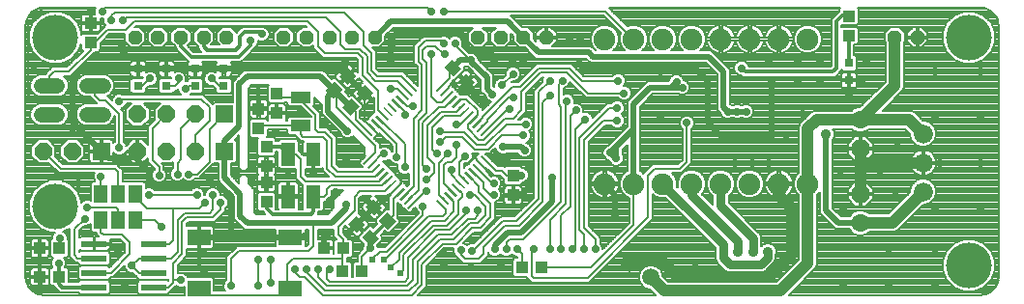
<source format=gtl>
G75*
%MOIN*%
%OFA0B0*%
%FSLAX24Y24*%
%IPPOS*%
%LPD*%
%AMOC8*
5,1,8,0,0,1.08239X$1,22.5*
%
%ADD10C,0.0660*%
%ADD11C,0.0750*%
%ADD12OC8,0.0472*%
%ADD13OC8,0.0630*%
%ADD14C,0.0630*%
%ADD15R,0.0600X0.0600*%
%ADD16OC8,0.0600*%
%ADD17R,0.0079X0.0394*%
%ADD18R,0.0394X0.0079*%
%ADD19R,0.0866X0.0236*%
%ADD20R,0.0394X0.0433*%
%ADD21R,0.0433X0.0394*%
%ADD22R,0.0460X0.0630*%
%ADD23R,0.0787X0.0551*%
%ADD24R,0.0472X0.0787*%
%ADD25R,0.0709X0.0394*%
%ADD26R,0.0315X0.0315*%
%ADD27C,0.0540*%
%ADD28C,0.0197*%
%ADD29C,0.0118*%
%ADD30C,0.0277*%
%ADD31C,0.0394*%
%ADD32C,0.0079*%
%ADD33C,0.0591*%
%ADD34C,0.0356*%
%ADD35C,0.0315*%
%ADD36C,0.0238*%
%ADD37C,0.1575*%
D10*
X031202Y004963D03*
X031202Y005963D03*
X031202Y006963D03*
D11*
X027222Y005234D03*
X026222Y005234D03*
X025222Y005234D03*
X024222Y005234D03*
X023222Y005234D03*
X022222Y005234D03*
X021222Y005234D03*
X020222Y005234D03*
X020222Y010234D03*
X021222Y010234D03*
X022222Y010234D03*
X023222Y010234D03*
X024222Y010234D03*
X025222Y010234D03*
X026222Y010234D03*
X027222Y010234D03*
D12*
X030218Y010293D03*
X031006Y010293D03*
X018210Y010293D03*
X017423Y010293D03*
X016635Y010293D03*
X015848Y010293D03*
X012305Y010293D03*
X011517Y010293D03*
X010730Y010293D03*
X009943Y010293D03*
X009155Y010293D03*
X007187Y010293D03*
X006399Y010293D03*
X005612Y010293D03*
X004824Y010293D03*
X004037Y010293D03*
D13*
X029037Y006447D03*
X029037Y004888D03*
D14*
X029037Y003888D03*
X029037Y007447D03*
D15*
X007112Y007636D03*
X007112Y006356D03*
X002872Y006356D03*
D16*
X001872Y006356D03*
X000872Y006356D03*
X004112Y006356D03*
X005112Y006356D03*
X006112Y006356D03*
X006112Y007636D03*
X005112Y007636D03*
X004112Y007636D03*
D17*
G36*
X011947Y005900D02*
X011892Y005955D01*
X012169Y006232D01*
X012224Y006177D01*
X011947Y005900D01*
G37*
G36*
X012086Y005761D02*
X012031Y005816D01*
X012308Y006093D01*
X012363Y006038D01*
X012086Y005761D01*
G37*
G36*
X012225Y005622D02*
X012170Y005677D01*
X012447Y005954D01*
X012502Y005899D01*
X012225Y005622D01*
G37*
G36*
X012365Y005483D02*
X012310Y005538D01*
X012587Y005815D01*
X012642Y005760D01*
X012365Y005483D01*
G37*
G36*
X012504Y005343D02*
X012449Y005398D01*
X012726Y005675D01*
X012781Y005620D01*
X012504Y005343D01*
G37*
G36*
X012643Y005204D02*
X012588Y005259D01*
X012865Y005536D01*
X012920Y005481D01*
X012643Y005204D01*
G37*
G36*
X012782Y005065D02*
X012727Y005120D01*
X013004Y005397D01*
X013059Y005342D01*
X012782Y005065D01*
G37*
G36*
X012921Y004926D02*
X012866Y004981D01*
X013143Y005258D01*
X013198Y005203D01*
X012921Y004926D01*
G37*
G36*
X013061Y004787D02*
X013006Y004842D01*
X013283Y005119D01*
X013338Y005064D01*
X013061Y004787D01*
G37*
G36*
X013200Y004647D02*
X013145Y004702D01*
X013422Y004979D01*
X013477Y004924D01*
X013200Y004647D01*
G37*
G36*
X013339Y004508D02*
X013284Y004563D01*
X013561Y004840D01*
X013616Y004785D01*
X013339Y004508D01*
G37*
G36*
X013478Y004369D02*
X013423Y004424D01*
X013700Y004701D01*
X013755Y004646D01*
X013478Y004369D01*
G37*
G36*
X015984Y006874D02*
X015929Y006929D01*
X016206Y007206D01*
X016261Y007151D01*
X015984Y006874D01*
G37*
G36*
X015844Y007014D02*
X015789Y007069D01*
X016066Y007346D01*
X016121Y007291D01*
X015844Y007014D01*
G37*
G36*
X015705Y007153D02*
X015650Y007208D01*
X015927Y007485D01*
X015982Y007430D01*
X015705Y007153D01*
G37*
G36*
X015566Y007292D02*
X015511Y007347D01*
X015788Y007624D01*
X015843Y007569D01*
X015566Y007292D01*
G37*
G36*
X015427Y007431D02*
X015372Y007486D01*
X015649Y007763D01*
X015704Y007708D01*
X015427Y007431D01*
G37*
G36*
X015288Y007570D02*
X015233Y007625D01*
X015510Y007902D01*
X015565Y007847D01*
X015288Y007570D01*
G37*
G36*
X015149Y007710D02*
X015094Y007765D01*
X015371Y008042D01*
X015426Y007987D01*
X015149Y007710D01*
G37*
G36*
X015009Y007849D02*
X014954Y007904D01*
X015231Y008181D01*
X015286Y008126D01*
X015009Y007849D01*
G37*
G36*
X014870Y007988D02*
X014815Y008043D01*
X015092Y008320D01*
X015147Y008265D01*
X014870Y007988D01*
G37*
G36*
X014731Y008127D02*
X014676Y008182D01*
X014953Y008459D01*
X015008Y008404D01*
X014731Y008127D01*
G37*
G36*
X014592Y008266D02*
X014537Y008321D01*
X014814Y008598D01*
X014869Y008543D01*
X014592Y008266D01*
G37*
G36*
X014453Y008406D02*
X014398Y008461D01*
X014675Y008738D01*
X014730Y008683D01*
X014453Y008406D01*
G37*
D18*
G36*
X013700Y008406D02*
X013423Y008683D01*
X013478Y008738D01*
X013755Y008461D01*
X013700Y008406D01*
G37*
G36*
X013561Y008266D02*
X013284Y008543D01*
X013339Y008598D01*
X013616Y008321D01*
X013561Y008266D01*
G37*
G36*
X013422Y008127D02*
X013145Y008404D01*
X013200Y008459D01*
X013477Y008182D01*
X013422Y008127D01*
G37*
G36*
X013283Y007988D02*
X013006Y008265D01*
X013061Y008320D01*
X013338Y008043D01*
X013283Y007988D01*
G37*
G36*
X013143Y007849D02*
X012866Y008126D01*
X012921Y008181D01*
X013198Y007904D01*
X013143Y007849D01*
G37*
G36*
X013004Y007710D02*
X012727Y007987D01*
X012782Y008042D01*
X013059Y007765D01*
X013004Y007710D01*
G37*
G36*
X012865Y007570D02*
X012588Y007847D01*
X012643Y007902D01*
X012920Y007625D01*
X012865Y007570D01*
G37*
G36*
X012726Y007431D02*
X012449Y007708D01*
X012504Y007763D01*
X012781Y007486D01*
X012726Y007431D01*
G37*
G36*
X012587Y007292D02*
X012310Y007569D01*
X012365Y007624D01*
X012642Y007347D01*
X012587Y007292D01*
G37*
G36*
X012447Y007153D02*
X012170Y007430D01*
X012225Y007485D01*
X012502Y007208D01*
X012447Y007153D01*
G37*
G36*
X012308Y007014D02*
X012031Y007291D01*
X012086Y007346D01*
X012363Y007069D01*
X012308Y007014D01*
G37*
G36*
X012169Y006874D02*
X011892Y007151D01*
X011947Y007206D01*
X012224Y006929D01*
X012169Y006874D01*
G37*
G36*
X015649Y005343D02*
X015372Y005620D01*
X015427Y005675D01*
X015704Y005398D01*
X015649Y005343D01*
G37*
G36*
X015510Y005204D02*
X015233Y005481D01*
X015288Y005536D01*
X015565Y005259D01*
X015510Y005204D01*
G37*
G36*
X015371Y005065D02*
X015094Y005342D01*
X015149Y005397D01*
X015426Y005120D01*
X015371Y005065D01*
G37*
G36*
X015231Y004926D02*
X014954Y005203D01*
X015009Y005258D01*
X015286Y004981D01*
X015231Y004926D01*
G37*
G36*
X015092Y004787D02*
X014815Y005064D01*
X014870Y005119D01*
X015147Y004842D01*
X015092Y004787D01*
G37*
G36*
X014953Y004647D02*
X014676Y004924D01*
X014731Y004979D01*
X015008Y004702D01*
X014953Y004647D01*
G37*
G36*
X014814Y004508D02*
X014537Y004785D01*
X014592Y004840D01*
X014869Y004563D01*
X014814Y004508D01*
G37*
G36*
X014675Y004369D02*
X014398Y004646D01*
X014453Y004701D01*
X014730Y004424D01*
X014675Y004369D01*
G37*
G36*
X015788Y005483D02*
X015511Y005760D01*
X015566Y005815D01*
X015843Y005538D01*
X015788Y005483D01*
G37*
G36*
X015927Y005622D02*
X015650Y005899D01*
X015705Y005954D01*
X015982Y005677D01*
X015927Y005622D01*
G37*
G36*
X016066Y005761D02*
X015789Y006038D01*
X015844Y006093D01*
X016121Y005816D01*
X016066Y005761D01*
G37*
G36*
X016206Y005900D02*
X015929Y006177D01*
X015984Y006232D01*
X016261Y005955D01*
X016206Y005900D01*
G37*
D19*
X004667Y003169D03*
X004667Y002669D03*
X004667Y002169D03*
X004667Y001669D03*
X002620Y001669D03*
X002620Y002169D03*
X002620Y002669D03*
X002620Y003169D03*
D20*
X001419Y003010D03*
X000750Y003010D03*
X008565Y004604D03*
X008565Y005274D03*
X008565Y005864D03*
X008565Y006534D03*
X008289Y007164D03*
X008919Y007675D03*
X008289Y007833D03*
X008919Y008345D03*
X017069Y005510D03*
X017069Y004841D03*
X017364Y002341D03*
X018033Y002341D03*
X011852Y002223D03*
X011183Y002223D03*
D21*
X011222Y003010D03*
X010553Y003010D03*
G36*
X012161Y003072D02*
X011856Y003377D01*
X012135Y003656D01*
X012440Y003351D01*
X012161Y003072D01*
G37*
G36*
X011687Y003545D02*
X011382Y003850D01*
X011661Y004129D01*
X011966Y003824D01*
X011687Y003545D01*
G37*
G36*
X012751Y003662D02*
X012446Y003967D01*
X012725Y004246D01*
X013030Y003941D01*
X012751Y003662D01*
G37*
G36*
X012278Y004136D02*
X011973Y004441D01*
X012252Y004720D01*
X012557Y004415D01*
X012278Y004136D01*
G37*
G36*
X011186Y007878D02*
X011491Y008183D01*
X011770Y007904D01*
X011465Y007599D01*
X011186Y007878D01*
G37*
G36*
X011659Y008352D02*
X011964Y008657D01*
X012243Y008378D01*
X011938Y008073D01*
X011659Y008352D01*
G37*
G36*
X010595Y008469D02*
X010900Y008774D01*
X011179Y008495D01*
X010874Y008190D01*
X010595Y008469D01*
G37*
G36*
X011068Y008942D02*
X011373Y009247D01*
X011652Y008968D01*
X011347Y008663D01*
X011068Y008942D01*
G37*
G36*
X014968Y009523D02*
X015273Y009218D01*
X014994Y008939D01*
X014689Y009244D01*
X014968Y009523D01*
G37*
G36*
X015442Y009050D02*
X015747Y008745D01*
X015468Y008466D01*
X015163Y008771D01*
X015442Y009050D01*
G37*
X002502Y010116D03*
X002502Y010786D03*
X001419Y002026D03*
X000750Y002026D03*
X028643Y010353D03*
X028643Y011022D03*
D22*
X004046Y004900D03*
X003446Y004900D03*
X002846Y004900D03*
X002846Y003994D03*
X003446Y003994D03*
X004046Y003994D03*
D23*
X006242Y003384D03*
X009391Y003384D03*
X009391Y001612D03*
X006242Y001612D03*
D24*
X009313Y004801D03*
X010179Y004801D03*
X010179Y006258D03*
X009313Y006258D03*
D25*
X009746Y007242D03*
X009746Y008227D03*
D26*
X007088Y008620D03*
X006104Y008620D03*
X005120Y008620D03*
X004135Y008620D03*
X004135Y009211D03*
X005120Y009211D03*
X006104Y009211D03*
X007088Y009211D03*
X028643Y009408D03*
X028643Y008817D03*
D27*
X002929Y008628D02*
X002389Y008628D01*
X001354Y008628D02*
X000814Y008628D01*
X000814Y007628D02*
X001354Y007628D01*
X002389Y007628D02*
X002929Y007628D01*
D28*
X001872Y007356D02*
X002872Y006356D01*
X003108Y006120D01*
X003876Y006120D01*
X004112Y006356D01*
X004112Y006045D01*
X004509Y005648D01*
X004509Y005333D01*
X004667Y005175D01*
X006006Y005175D01*
X006084Y005254D01*
X006872Y005254D01*
X007344Y004782D01*
X007344Y003384D01*
X009391Y003384D01*
X009844Y003384D01*
X009864Y003404D01*
X010553Y003423D02*
X010553Y003010D01*
X010553Y003423D02*
X010631Y003502D01*
X011399Y003562D02*
X011674Y003837D01*
X012265Y004428D01*
X011990Y004703D01*
X012265Y004428D02*
X012368Y004428D01*
X011320Y004388D02*
X011320Y004506D01*
X011320Y004388D02*
X010809Y003876D01*
X010100Y003876D01*
X007895Y003876D01*
X007659Y004112D01*
X007659Y004900D01*
X007112Y005447D01*
X007112Y006356D01*
X007112Y006711D01*
X007620Y007219D01*
X007620Y008679D01*
X007895Y008955D01*
X010414Y008955D01*
X010887Y008482D01*
X010887Y008443D01*
X010691Y008246D01*
X010691Y007734D01*
X011360Y007065D01*
X011478Y007891D02*
X010887Y008482D01*
X011360Y008955D02*
X011281Y009034D01*
X011281Y009427D01*
X011085Y009230D02*
X011360Y008955D01*
X011951Y008365D01*
X011085Y009230D02*
X007069Y009230D01*
X007088Y009211D01*
X007069Y009230D02*
X006124Y009230D01*
X006084Y009230D02*
X005139Y009230D01*
X005100Y009230D02*
X004155Y009230D01*
X004116Y009230D02*
X003053Y009230D01*
X002226Y009230D01*
X001872Y008876D01*
X001872Y008128D01*
X001872Y007356D01*
X004112Y006356D02*
X004112Y006242D01*
X006242Y003384D02*
X007344Y003384D01*
X012147Y003364D02*
X012147Y003010D01*
X012147Y003364D02*
X012148Y003364D01*
X016439Y003128D02*
X016439Y002971D01*
X016439Y003128D02*
X016872Y003561D01*
X017344Y003561D01*
X018407Y004624D01*
X018407Y005451D01*
X017698Y005215D02*
X017698Y005805D01*
X017620Y005884D02*
X017541Y005963D01*
X016950Y005963D01*
X016793Y006120D01*
X016517Y006120D01*
X016439Y006199D01*
X016714Y006514D02*
X017344Y006514D01*
X017462Y006396D01*
X017344Y005530D02*
X017324Y005510D01*
X017069Y005510D01*
X017698Y005215D02*
X017344Y004860D01*
X017324Y004841D01*
X017069Y004841D01*
X020222Y005234D02*
X020592Y004864D01*
X020592Y004171D01*
X021222Y005234D02*
X021222Y007124D01*
X020612Y006514D01*
X020612Y006120D01*
X020415Y006317D01*
X020612Y006514D01*
X021222Y007124D02*
X021222Y007990D01*
X021793Y008561D01*
X022502Y008561D01*
X022698Y008758D01*
X022502Y008561D02*
X022895Y008561D01*
X023368Y009191D02*
X023761Y008797D01*
X023761Y007341D01*
X024352Y006750D01*
X025927Y006750D01*
X025966Y006790D01*
X025966Y008719D01*
X024313Y009112D02*
X024313Y007892D01*
X024470Y007734D01*
X025100Y007734D01*
X027856Y006947D02*
X027856Y004309D01*
X028277Y003888D01*
X029037Y003888D01*
X016360Y008325D02*
X016163Y008522D01*
X016163Y008916D01*
X015612Y009467D01*
X015612Y009506D01*
X015257Y009506D01*
X014981Y009231D01*
X015612Y009821D02*
X015415Y010018D01*
X015415Y010293D01*
X015257Y010451D01*
X013092Y010451D01*
X012856Y010215D01*
X012856Y009467D01*
X012305Y010293D02*
X012856Y010845D01*
X016872Y010845D01*
X017423Y010293D01*
X017935Y009782D01*
X019667Y009782D01*
X019824Y009624D01*
X023801Y009624D01*
X024313Y009112D01*
X023368Y009191D02*
X021006Y009191D01*
X019549Y009191D01*
X019352Y009388D01*
X016419Y009408D02*
X016419Y009604D01*
X016202Y009821D01*
X015612Y009821D01*
X015612Y008443D02*
X015376Y008443D01*
X015612Y008443D02*
X016045Y008010D01*
D29*
X015376Y008443D02*
X015376Y008678D01*
X015455Y008758D01*
X009313Y006258D02*
X009037Y006534D01*
X008565Y006534D01*
X010179Y004801D02*
X010179Y004270D01*
X010100Y004191D01*
X008761Y004191D01*
X008565Y004388D01*
X008565Y004604D01*
X011399Y003561D02*
X011399Y003562D01*
X012148Y003364D02*
X012738Y003954D01*
X006242Y003384D02*
X006242Y002538D01*
X003446Y002931D02*
X003208Y003169D01*
X002620Y003169D01*
X001439Y003364D02*
X001419Y003345D01*
X000750Y003010D02*
X000750Y002026D01*
X000769Y002006D01*
X000769Y001593D01*
X001419Y001770D02*
X001519Y001669D01*
X002620Y001669D01*
X001419Y001770D02*
X001419Y002026D01*
X001399Y002045D01*
X001399Y002498D01*
X002856Y003985D02*
X002846Y003994D01*
X004135Y009211D02*
X004116Y009230D01*
X004135Y009211D02*
X004155Y009230D01*
X005100Y009230D02*
X005120Y009211D01*
X005139Y009230D01*
X006084Y009230D02*
X006104Y009211D01*
X006124Y009230D01*
X005966Y009624D02*
X005612Y009979D01*
X005612Y010293D01*
X006399Y010293D02*
X006399Y009979D01*
X006517Y009860D01*
X007502Y009860D01*
X007659Y010018D01*
X007659Y010333D01*
X007817Y010490D01*
X008328Y010490D01*
X008407Y010412D01*
X008013Y010175D02*
X008013Y010018D01*
X007620Y009624D01*
X005966Y009624D01*
X007088Y009211D02*
X007108Y009230D01*
X024943Y009230D02*
X025061Y009112D01*
X028092Y009112D01*
X028210Y009230D01*
X028210Y010845D01*
X028407Y011041D01*
X028624Y011041D01*
X028643Y011022D01*
X028643Y010353D02*
X028643Y009408D01*
X029116Y008837D02*
X029096Y008817D01*
X028643Y008817D01*
X023328Y002341D02*
X023328Y002026D01*
D30*
X023328Y002341D03*
X023328Y003049D03*
X020592Y004171D03*
X019903Y002971D03*
X019509Y002971D03*
X019116Y002971D03*
X018722Y002971D03*
X018328Y002971D03*
X017777Y002971D03*
X017226Y002971D03*
X016832Y002971D03*
X016439Y002971D03*
X015651Y002931D03*
X015273Y002947D03*
X014667Y002813D03*
X014667Y002419D03*
X015612Y002341D03*
X016635Y002419D03*
X012147Y003010D03*
X010631Y003502D03*
X011399Y003561D03*
X009864Y003404D03*
X008722Y002616D03*
X008289Y002616D03*
X009549Y002301D03*
X009943Y002301D03*
X010336Y002301D03*
X010730Y002301D03*
X008722Y001829D03*
X008289Y001711D03*
X007344Y001711D03*
X006399Y002183D03*
X006242Y002538D03*
X006399Y002813D03*
X003919Y002419D03*
X003446Y002931D03*
X001439Y003364D03*
X002305Y004034D03*
X002383Y004427D03*
X002069Y005254D03*
X002856Y005490D03*
X001360Y005530D03*
X003486Y006475D03*
X001872Y007144D03*
X003486Y008089D03*
X001872Y008128D03*
X004549Y008876D03*
X005533Y008876D03*
X005769Y008522D03*
X006675Y008876D03*
X008289Y008404D03*
X009746Y007734D03*
X010572Y007341D03*
X011360Y007065D03*
X013328Y007616D03*
X013604Y007931D03*
X012856Y008522D03*
X011281Y009427D03*
X012856Y009467D03*
X014234Y009703D03*
X014706Y009703D03*
X015612Y009506D03*
X016419Y009408D03*
X017029Y009506D03*
X017423Y009506D03*
X017069Y009034D03*
X016675Y008640D03*
X016360Y008325D03*
X016045Y008010D03*
X016950Y007813D03*
X017069Y008207D03*
X018328Y008286D03*
X018919Y008089D03*
X019234Y007774D03*
X019549Y007459D03*
X020651Y007419D03*
X020651Y007853D03*
X020887Y008364D03*
X020691Y008797D03*
X021006Y009191D03*
X022147Y009112D03*
X022698Y008758D03*
X022895Y008561D03*
X024943Y009230D03*
X025887Y009506D03*
X026872Y009506D03*
X027659Y009506D03*
X029234Y009506D03*
X029116Y008837D03*
X027659Y008719D03*
X026872Y008719D03*
X025966Y008719D03*
X028643Y008246D03*
X027029Y007656D03*
X025100Y007734D03*
X024785Y007734D03*
X024470Y007734D03*
X023053Y007341D03*
X022147Y007538D03*
X020415Y006317D03*
X020612Y006120D03*
X018407Y005451D03*
X017620Y005884D03*
X017344Y005530D03*
X016399Y005254D03*
X016399Y004860D03*
X017344Y004860D03*
X015848Y004309D03*
X015454Y004309D03*
X015572Y004860D03*
X014076Y004979D03*
X014076Y005372D03*
X014076Y005766D03*
X013328Y005805D03*
X013053Y006160D03*
X012620Y006278D03*
X011320Y006081D03*
X010179Y005608D03*
X009313Y005530D03*
X008092Y005293D03*
X007502Y005608D03*
X008092Y005884D03*
X006596Y005372D03*
X005887Y005569D03*
X005494Y005569D03*
X004864Y005530D03*
X004509Y004860D03*
X006163Y004860D03*
X006714Y004860D03*
X006439Y004585D03*
X006990Y004585D03*
X004943Y003758D03*
X001399Y002498D03*
X003683Y001750D03*
X005612Y001908D03*
X000769Y001593D03*
X010730Y004506D03*
X011320Y004506D03*
X011990Y004703D03*
X012620Y004703D03*
X013171Y004349D03*
X013958Y004467D03*
X010927Y004939D03*
X014431Y006278D03*
X014824Y006278D03*
X015415Y006199D03*
X015100Y006593D03*
X014549Y006671D03*
X014549Y007065D03*
X015100Y007301D03*
X016714Y006514D03*
X016439Y006199D03*
X017462Y006396D03*
X017423Y006908D03*
X017502Y007301D03*
X015376Y008443D03*
X018328Y008797D03*
X018761Y008797D03*
X019352Y009388D03*
X019391Y010293D03*
X018998Y010293D03*
X015061Y010097D03*
X014667Y010097D03*
X012895Y010097D03*
X014234Y011199D03*
X014667Y011199D03*
X008407Y010412D03*
X008013Y010175D03*
X003643Y009703D03*
X003565Y010057D03*
X003604Y010884D03*
X003210Y010884D03*
X002895Y011199D03*
X002502Y011199D03*
X000533Y009309D03*
X008092Y006553D03*
X008880Y007026D03*
X014943Y005727D03*
X024706Y005963D03*
X025297Y005963D03*
X025887Y005963D03*
X025927Y006750D03*
X026478Y006750D03*
X028328Y005687D03*
X029706Y005687D03*
X031793Y005963D03*
X033171Y005963D03*
X030297Y006671D03*
X031596Y007538D03*
X033171Y007538D03*
X033171Y009112D03*
X031596Y009112D03*
X030257Y004821D03*
X031596Y004388D03*
X033171Y004388D03*
X031596Y002813D03*
X030021Y002813D03*
X030021Y001750D03*
X031596Y001750D03*
X028446Y001750D03*
X028446Y004388D03*
D31*
X029037Y004888D02*
X029037Y005963D01*
X029037Y006447D01*
X029037Y005963D02*
X031202Y005963D01*
X031202Y006963D02*
X030718Y007447D01*
X029037Y007447D01*
X027529Y007447D01*
X027222Y007140D01*
X027222Y005234D01*
X027222Y002494D01*
X026281Y001553D01*
X022265Y001553D01*
X021813Y002006D01*
X022147Y002616D02*
X022738Y002026D01*
X023328Y002026D01*
X025887Y002026D01*
X026675Y002813D01*
X026675Y004388D01*
X026222Y004841D01*
X026222Y005234D01*
X029037Y003888D02*
X030128Y003888D01*
X031202Y004963D01*
X029037Y007447D02*
X030218Y008628D01*
X030218Y010293D01*
X022147Y002616D02*
X021183Y002616D01*
X021065Y002498D01*
D32*
X000672Y001434D02*
X000572Y001480D01*
X000482Y001543D01*
X000405Y001621D01*
X000342Y001711D01*
X000295Y001810D01*
X000267Y001916D01*
X000257Y002026D01*
X000257Y010687D01*
X000267Y010797D01*
X000295Y010903D01*
X000342Y011002D01*
X000405Y011092D01*
X000482Y011170D01*
X000572Y011233D01*
X000672Y011279D01*
X000778Y011308D01*
X000887Y011317D01*
X002666Y011317D01*
X002638Y011250D01*
X002638Y011148D01*
X002658Y011101D01*
X002541Y011101D01*
X002541Y010825D01*
X002836Y010825D01*
X002836Y010945D01*
X002844Y010942D01*
X002946Y010942D01*
X002958Y010947D01*
X002953Y010935D01*
X002953Y010833D01*
X002992Y010739D01*
X002836Y010739D01*
X002836Y010746D02*
X002541Y010746D01*
X002541Y010471D01*
X002734Y010471D01*
X002764Y010479D01*
X002791Y010494D01*
X002813Y010516D01*
X002828Y010543D01*
X002836Y010573D01*
X002836Y010746D01*
X002836Y010662D02*
X002962Y010662D01*
X002935Y010634D02*
X003016Y010715D01*
X002992Y010739D01*
X002960Y010816D02*
X002541Y010816D01*
X002541Y010825D02*
X002541Y010746D01*
X002462Y010746D01*
X002462Y010471D01*
X002269Y010471D01*
X002239Y010479D01*
X002213Y010494D01*
X002191Y010516D01*
X002175Y010543D01*
X002167Y010573D01*
X002167Y010746D01*
X002462Y010746D01*
X002462Y010825D01*
X002167Y010825D01*
X002167Y010998D01*
X002175Y011028D01*
X002191Y011055D01*
X002213Y011077D01*
X002239Y011093D01*
X002269Y011101D01*
X002462Y011101D01*
X002462Y010825D01*
X002541Y010825D01*
X002502Y010786D02*
X002502Y011199D01*
X002423Y011278D01*
X000848Y011278D01*
X000336Y010766D01*
X000336Y008325D01*
X000533Y008128D01*
X001872Y008128D01*
X002060Y008408D02*
X002169Y008299D01*
X002312Y008240D01*
X002502Y008240D01*
X002502Y008220D01*
X002594Y008128D01*
X002706Y008016D01*
X002312Y008016D01*
X002169Y007957D01*
X002060Y007848D01*
X002001Y007705D01*
X002001Y007551D01*
X002060Y007408D01*
X002169Y007299D01*
X002312Y007240D01*
X003006Y007240D01*
X003149Y007299D01*
X003258Y007408D01*
X003317Y007551D01*
X003317Y007602D01*
X003328Y007590D01*
X003328Y006680D01*
X003290Y006642D01*
X003290Y006672D01*
X003282Y006702D01*
X003266Y006729D01*
X003244Y006751D01*
X003217Y006767D01*
X003187Y006775D01*
X002911Y006775D01*
X002911Y006396D01*
X002832Y006396D01*
X002832Y006317D01*
X002454Y006317D01*
X002454Y006041D01*
X002462Y006011D01*
X002477Y005984D01*
X002499Y005962D01*
X002526Y005946D01*
X002556Y005938D01*
X002832Y005938D01*
X002832Y006317D01*
X002911Y006317D01*
X002911Y005938D01*
X003187Y005938D01*
X003217Y005946D01*
X003244Y005962D01*
X003266Y005984D01*
X003282Y006011D01*
X003290Y006041D01*
X003290Y006307D01*
X003340Y006257D01*
X003435Y006218D01*
X003537Y006218D01*
X003631Y006257D01*
X003704Y006329D01*
X003731Y006396D01*
X004072Y006396D01*
X004072Y006317D01*
X003694Y006317D01*
X003694Y006183D01*
X003939Y005938D01*
X004072Y005938D01*
X004072Y006317D01*
X004151Y006317D01*
X004151Y005938D01*
X004285Y005938D01*
X004470Y006123D01*
X004470Y005976D01*
X004562Y005884D01*
X004706Y005740D01*
X004706Y005735D01*
X004646Y005675D01*
X004607Y005581D01*
X004607Y005479D01*
X004646Y005384D01*
X004718Y005312D01*
X004813Y005273D01*
X004915Y005273D01*
X005009Y005312D01*
X005082Y005384D01*
X005121Y005479D01*
X005121Y005581D01*
X005082Y005675D01*
X005021Y005735D01*
X005021Y005871D01*
X004953Y005938D01*
X005285Y005938D01*
X005336Y005990D01*
X005336Y005775D01*
X005276Y005715D01*
X005237Y005620D01*
X005237Y005518D01*
X005276Y005424D01*
X005348Y005351D01*
X005443Y005312D01*
X005545Y005312D01*
X005639Y005351D01*
X005691Y005403D01*
X005742Y005351D01*
X005836Y005312D01*
X005938Y005312D01*
X006033Y005351D01*
X006093Y005412D01*
X006228Y005412D01*
X006320Y005504D01*
X006754Y005937D01*
X006754Y005948D01*
X006763Y005938D01*
X006895Y005938D01*
X006895Y005357D01*
X007022Y005230D01*
X007443Y004810D01*
X007443Y004023D01*
X007569Y003896D01*
X007806Y003660D01*
X008880Y003660D01*
X008880Y003423D01*
X009352Y003423D01*
X009352Y003345D01*
X008880Y003345D01*
X008880Y003093D01*
X008881Y003089D01*
X007554Y003089D01*
X007462Y002996D01*
X007187Y002721D01*
X007187Y001917D01*
X007126Y001856D01*
X006754Y001856D01*
X006754Y001779D02*
X007094Y001779D01*
X007087Y001762D02*
X007087Y001660D01*
X007126Y001565D01*
X007138Y001553D01*
X006754Y001553D01*
X006754Y001937D01*
X006684Y002006D01*
X005849Y002006D01*
X005830Y002053D01*
X005757Y002125D01*
X005663Y002164D01*
X005561Y002164D01*
X005494Y002137D01*
X005494Y002433D01*
X005809Y002748D01*
X005809Y002997D01*
X005832Y002990D01*
X006202Y002990D01*
X006202Y003345D01*
X006281Y003345D01*
X006281Y003423D01*
X006754Y003423D01*
X006754Y003675D01*
X006745Y003705D01*
X006730Y003732D01*
X006708Y003754D01*
X006681Y003770D01*
X006651Y003778D01*
X006281Y003778D01*
X006281Y003423D01*
X006202Y003423D01*
X006202Y003778D01*
X005832Y003778D01*
X005809Y003771D01*
X005809Y003850D01*
X005874Y003916D01*
X006779Y003916D01*
X006872Y004008D01*
X007147Y004283D01*
X007147Y004379D01*
X007208Y004439D01*
X007247Y004534D01*
X007247Y004636D01*
X007208Y004730D01*
X007135Y004803D01*
X007041Y004842D01*
X006971Y004842D01*
X006971Y004911D01*
X006932Y005006D01*
X006860Y005078D01*
X006765Y005117D01*
X006663Y005117D01*
X006569Y005078D01*
X006496Y005006D01*
X006457Y004911D01*
X006457Y004842D01*
X006420Y004842D01*
X006420Y004911D01*
X006381Y005006D01*
X006308Y005078D01*
X006214Y005117D01*
X006112Y005117D01*
X006017Y005078D01*
X005957Y005018D01*
X004715Y005018D01*
X004655Y005078D01*
X004561Y005117D01*
X004458Y005117D01*
X004395Y005091D01*
X004395Y005264D01*
X004325Y005333D01*
X003768Y005333D01*
X003746Y005312D01*
X003725Y005333D01*
X003604Y005333D01*
X003604Y005713D01*
X003486Y005831D01*
X003394Y005923D01*
X001527Y005923D01*
X001279Y006172D01*
X001290Y006183D01*
X001290Y006530D01*
X001045Y006775D01*
X000698Y006775D01*
X000454Y006530D01*
X000454Y006183D01*
X000698Y005938D01*
X001045Y005938D01*
X001056Y005949D01*
X001397Y005608D01*
X002627Y005608D01*
X002599Y005541D01*
X002599Y005439D01*
X002638Y005345D01*
X002650Y005333D01*
X002568Y005333D01*
X002498Y005264D01*
X002498Y004658D01*
X002435Y004684D01*
X002332Y004684D01*
X002238Y004645D01*
X002187Y004594D01*
X002187Y004647D01*
X002049Y004980D01*
X001794Y005234D01*
X001461Y005372D01*
X001101Y005372D01*
X000768Y005234D01*
X000513Y004980D01*
X000376Y004647D01*
X000376Y004287D01*
X000513Y003954D01*
X000768Y003699D01*
X001101Y003561D01*
X001272Y003561D01*
X001221Y003510D01*
X001182Y003415D01*
X001182Y003345D01*
X001173Y003345D01*
X001104Y003275D01*
X001104Y002745D01*
X001173Y002675D01*
X001213Y002675D01*
X001181Y002644D01*
X001142Y002549D01*
X001142Y002447D01*
X001181Y002353D01*
X001193Y002341D01*
X001153Y002341D01*
X001084Y002272D01*
X001084Y001780D01*
X001153Y001711D01*
X001242Y001711D01*
X001242Y001696D01*
X001342Y001596D01*
X001446Y001492D01*
X002079Y001492D01*
X002138Y001433D01*
X003102Y001433D01*
X003171Y001502D01*
X003171Y001836D01*
X003102Y001906D01*
X002138Y001906D01*
X002079Y001847D01*
X001754Y001847D01*
X001754Y002272D01*
X001684Y002341D01*
X001605Y002341D01*
X001617Y002353D01*
X001656Y002447D01*
X001656Y002549D01*
X001617Y002644D01*
X001585Y002675D01*
X001665Y002675D01*
X001734Y002745D01*
X001734Y003275D01*
X001695Y003314D01*
X001695Y003415D01*
X001656Y003510D01*
X001584Y003582D01*
X001548Y003597D01*
X001793Y003699D01*
X001793Y002709D01*
X001989Y002512D01*
X002069Y002512D01*
X002069Y002502D01*
X002138Y002433D01*
X003102Y002433D01*
X003171Y002502D01*
X003171Y002836D01*
X003102Y002906D01*
X002138Y002906D01*
X002108Y002876D01*
X002108Y002963D01*
X002114Y002957D01*
X002141Y002941D01*
X002171Y002933D01*
X002600Y002933D01*
X002600Y003150D01*
X002639Y003150D01*
X002639Y002933D01*
X003068Y002933D01*
X003098Y002941D01*
X003125Y002957D01*
X003147Y002979D01*
X003163Y003006D01*
X003171Y003036D01*
X003171Y003150D01*
X002639Y003150D01*
X002639Y003189D01*
X002600Y003189D01*
X002600Y003406D01*
X002171Y003406D01*
X002141Y003398D01*
X002114Y003382D01*
X002108Y003376D01*
X002108Y003614D01*
X002271Y003777D01*
X002356Y003777D01*
X002450Y003816D01*
X002498Y003864D01*
X002498Y003630D01*
X002568Y003561D01*
X002698Y003561D01*
X002698Y003496D01*
X002777Y003417D01*
X002789Y003406D01*
X002639Y003406D01*
X002639Y003189D01*
X003171Y003189D01*
X003171Y003303D01*
X003165Y003325D01*
X003499Y003325D01*
X003683Y003142D01*
X003683Y002878D01*
X003156Y002352D01*
X003102Y002406D01*
X002138Y002406D01*
X002069Y002336D01*
X002069Y002002D01*
X002138Y001933D01*
X003102Y001933D01*
X003171Y002002D01*
X003171Y002012D01*
X003262Y002012D01*
X003662Y002412D01*
X003662Y002368D01*
X003701Y002274D01*
X003773Y002202D01*
X003868Y002163D01*
X003953Y002163D01*
X004104Y002012D01*
X004116Y002012D01*
X004116Y002002D01*
X004185Y001933D01*
X005149Y001933D01*
X005179Y001963D01*
X005179Y001894D01*
X005170Y001885D01*
X005149Y001906D01*
X004185Y001906D01*
X004116Y001836D01*
X004116Y001502D01*
X004185Y001433D01*
X005149Y001433D01*
X005218Y001502D01*
X005218Y001512D01*
X005242Y001512D01*
X005443Y001713D01*
X005466Y001690D01*
X005561Y001651D01*
X005663Y001651D01*
X005730Y001679D01*
X005730Y001396D01*
X000887Y001396D01*
X000778Y001405D01*
X000672Y001434D01*
X000594Y001470D02*
X002101Y001470D01*
X001391Y001547D02*
X000478Y001547D01*
X000402Y001625D02*
X001314Y001625D01*
X001242Y001702D02*
X000348Y001702D01*
X000310Y001779D02*
X000425Y001779D01*
X000423Y001783D02*
X000439Y001756D01*
X000461Y001734D01*
X000487Y001719D01*
X000518Y001711D01*
X000710Y001711D01*
X000710Y001986D01*
X000789Y001986D01*
X000789Y001711D01*
X000982Y001711D01*
X001012Y001719D01*
X001039Y001734D01*
X001061Y001756D01*
X001076Y001783D01*
X001084Y001813D01*
X001084Y001986D01*
X000789Y001986D01*
X000789Y002065D01*
X001084Y002065D01*
X001084Y002238D01*
X001076Y002268D01*
X001061Y002295D01*
X001039Y002317D01*
X001012Y002333D01*
X000982Y002341D01*
X000789Y002341D01*
X000789Y002065D01*
X000710Y002065D01*
X000710Y001986D01*
X000415Y001986D01*
X000415Y001813D01*
X000423Y001783D01*
X000415Y001856D02*
X000283Y001856D01*
X000266Y001934D02*
X000415Y001934D01*
X000259Y002011D02*
X000710Y002011D01*
X000710Y002065D02*
X000415Y002065D01*
X000415Y002238D01*
X000423Y002268D01*
X000439Y002295D01*
X000461Y002317D01*
X000487Y002333D01*
X000518Y002341D01*
X000710Y002341D01*
X000710Y002065D01*
X000710Y002088D02*
X000789Y002088D01*
X000789Y002165D02*
X000710Y002165D01*
X000710Y002242D02*
X000789Y002242D01*
X000789Y002320D02*
X000710Y002320D01*
X000465Y002320D02*
X000257Y002320D01*
X000257Y002397D02*
X001163Y002397D01*
X001142Y002474D02*
X000257Y002474D01*
X000257Y002551D02*
X001143Y002551D01*
X001175Y002629D02*
X000257Y002629D01*
X000257Y002706D02*
X000473Y002706D01*
X000480Y002699D02*
X000507Y002683D01*
X000537Y002675D01*
X000710Y002675D01*
X000710Y002971D01*
X000435Y002971D01*
X000435Y002778D01*
X000443Y002748D01*
X000458Y002721D01*
X000480Y002699D01*
X000435Y002783D02*
X000257Y002783D01*
X000257Y002860D02*
X000435Y002860D01*
X000435Y002938D02*
X000257Y002938D01*
X000257Y003015D02*
X000710Y003015D01*
X000710Y003049D02*
X000710Y002971D01*
X000789Y002971D01*
X000789Y003049D01*
X001065Y003049D01*
X001065Y003242D01*
X001057Y003272D01*
X001041Y003299D01*
X001019Y003321D01*
X000992Y003337D01*
X000962Y003345D01*
X000789Y003345D01*
X000789Y003049D01*
X000710Y003049D01*
X000435Y003049D01*
X000435Y003242D01*
X000443Y003272D01*
X000458Y003299D01*
X000480Y003321D01*
X000507Y003337D01*
X000537Y003345D01*
X000710Y003345D01*
X000710Y003049D01*
X000710Y003092D02*
X000789Y003092D01*
X000789Y003015D02*
X001104Y003015D01*
X001065Y002971D02*
X000789Y002971D01*
X000789Y002675D01*
X000962Y002675D01*
X000992Y002683D01*
X001019Y002699D01*
X001041Y002721D01*
X001057Y002748D01*
X001065Y002778D01*
X001065Y002971D01*
X001065Y002938D02*
X001104Y002938D01*
X001104Y002860D02*
X001065Y002860D01*
X001065Y002783D02*
X001104Y002783D01*
X001143Y002706D02*
X001026Y002706D01*
X000789Y002706D02*
X000710Y002706D01*
X000710Y002783D02*
X000789Y002783D01*
X000789Y002860D02*
X000710Y002860D01*
X000710Y002938D02*
X000789Y002938D01*
X001065Y003092D02*
X001104Y003092D01*
X001104Y003169D02*
X001065Y003169D01*
X001063Y003247D02*
X001104Y003247D01*
X001152Y003324D02*
X001014Y003324D01*
X001182Y003401D02*
X000257Y003401D01*
X000257Y003324D02*
X000485Y003324D01*
X000436Y003247D02*
X000257Y003247D01*
X000257Y003169D02*
X000435Y003169D01*
X000435Y003092D02*
X000257Y003092D01*
X000710Y003169D02*
X000789Y003169D01*
X000789Y003247D02*
X000710Y003247D01*
X000710Y003324D02*
X000789Y003324D01*
X001208Y003478D02*
X000257Y003478D01*
X000257Y003556D02*
X001267Y003556D01*
X001611Y003556D02*
X001793Y003556D01*
X001793Y003633D02*
X001634Y003633D01*
X001950Y003679D02*
X002305Y004034D01*
X002381Y003787D02*
X002498Y003787D01*
X002498Y003710D02*
X002204Y003710D01*
X002127Y003633D02*
X002498Y003633D01*
X002698Y003556D02*
X002108Y003556D01*
X002108Y003478D02*
X002716Y003478D01*
X002777Y003417D02*
X002777Y003417D01*
X002639Y003401D02*
X002600Y003401D01*
X002600Y003324D02*
X002639Y003324D01*
X002639Y003247D02*
X002600Y003247D01*
X002639Y003169D02*
X003655Y003169D01*
X003683Y003092D02*
X003171Y003092D01*
X003165Y003015D02*
X003683Y003015D01*
X003683Y002938D02*
X003085Y002938D01*
X003147Y002860D02*
X003665Y002860D01*
X003587Y002783D02*
X003171Y002783D01*
X003171Y002706D02*
X003510Y002706D01*
X003433Y002629D02*
X003171Y002629D01*
X003171Y002551D02*
X003356Y002551D01*
X003278Y002474D02*
X003143Y002474D01*
X003110Y002397D02*
X003201Y002397D01*
X003492Y002242D02*
X003733Y002242D01*
X003682Y002320D02*
X003569Y002320D01*
X003647Y002397D02*
X003662Y002397D01*
X003919Y002419D02*
X004169Y002169D01*
X004667Y002169D01*
X004116Y002011D02*
X003171Y002011D01*
X003102Y001934D02*
X004185Y001934D01*
X004136Y001856D02*
X003151Y001856D01*
X003171Y001779D02*
X004116Y001779D01*
X004116Y001702D02*
X003171Y001702D01*
X003171Y001625D02*
X004116Y001625D01*
X004116Y001547D02*
X003171Y001547D01*
X003139Y001470D02*
X004148Y001470D01*
X004667Y001669D02*
X005177Y001669D01*
X005336Y001829D01*
X005336Y001947D01*
X005376Y001908D01*
X005612Y001908D01*
X005847Y002011D02*
X007187Y002011D01*
X007187Y002088D02*
X005795Y002088D01*
X005494Y002165D02*
X007187Y002165D01*
X007187Y002242D02*
X005494Y002242D01*
X005494Y002320D02*
X007187Y002320D01*
X007187Y002397D02*
X005494Y002397D01*
X005535Y002474D02*
X007187Y002474D01*
X007187Y002551D02*
X005612Y002551D01*
X005689Y002629D02*
X007187Y002629D01*
X007187Y002706D02*
X005767Y002706D01*
X005809Y002783D02*
X007249Y002783D01*
X007326Y002860D02*
X005809Y002860D01*
X005809Y002938D02*
X007403Y002938D01*
X007481Y003015D02*
X006709Y003015D01*
X006708Y003014D02*
X006730Y003036D01*
X006745Y003063D01*
X006754Y003093D01*
X006754Y003345D01*
X006281Y003345D01*
X006281Y002990D01*
X006651Y002990D01*
X006681Y002998D01*
X006708Y003014D01*
X006753Y003092D02*
X008880Y003092D01*
X008880Y003169D02*
X006754Y003169D01*
X006754Y003247D02*
X008880Y003247D01*
X008880Y003324D02*
X006754Y003324D01*
X006754Y003478D02*
X008880Y003478D01*
X008880Y003556D02*
X006754Y003556D01*
X006754Y003633D02*
X008880Y003633D01*
X009352Y003401D02*
X006281Y003401D01*
X006281Y003324D02*
X006202Y003324D01*
X006202Y003247D02*
X006281Y003247D01*
X006281Y003169D02*
X006202Y003169D01*
X006202Y003092D02*
X006281Y003092D01*
X006281Y003015D02*
X006202Y003015D01*
X005651Y002813D02*
X005336Y002498D01*
X005336Y001947D01*
X005179Y001934D02*
X005149Y001934D01*
X005432Y001702D02*
X005454Y001702D01*
X005355Y001625D02*
X005730Y001625D01*
X005730Y001547D02*
X005277Y001547D01*
X005186Y001470D02*
X005730Y001470D01*
X006242Y001612D02*
X006458Y001396D01*
X009175Y001396D01*
X009391Y001612D01*
X009273Y001730D01*
X009273Y002459D01*
X009470Y002656D01*
X011183Y002656D01*
X011183Y002971D01*
X011222Y003010D01*
X011222Y003305D01*
X011045Y003482D01*
X011045Y003758D01*
X011596Y004309D01*
X011596Y004782D01*
X011793Y004979D01*
X012641Y004979D01*
X012893Y005231D01*
X012754Y005370D02*
X012559Y005175D01*
X010769Y005175D01*
X010651Y005057D01*
X010651Y004900D01*
X010533Y004782D01*
X010198Y004782D01*
X010179Y004801D01*
X009824Y004791D02*
X009352Y004791D01*
X009352Y004762D02*
X009352Y004841D01*
X009273Y004841D01*
X009273Y005313D01*
X009061Y005313D01*
X009031Y005305D01*
X009004Y005290D01*
X008982Y005268D01*
X008966Y005241D01*
X008958Y005211D01*
X008958Y004841D01*
X009273Y004841D01*
X009273Y004762D01*
X008958Y004762D01*
X008958Y004392D01*
X008965Y004368D01*
X008880Y004368D01*
X008880Y004870D01*
X008810Y004939D01*
X008319Y004939D01*
X008250Y004870D01*
X008250Y004339D01*
X008319Y004270D01*
X008432Y004270D01*
X008511Y004191D01*
X008197Y004191D01*
X008131Y004256D01*
X008131Y005044D01*
X007935Y005241D01*
X007935Y005477D01*
X007842Y005569D01*
X007712Y005569D01*
X007620Y005477D01*
X007620Y005245D01*
X007328Y005537D01*
X007328Y005938D01*
X007461Y005938D01*
X007530Y006008D01*
X007530Y006705D01*
X007471Y006764D01*
X007620Y006912D01*
X007620Y005779D01*
X007712Y005687D01*
X007842Y005687D01*
X007935Y005779D01*
X007935Y008535D01*
X008039Y008640D01*
X008634Y008640D01*
X008604Y008610D01*
X008604Y008079D01*
X008673Y008010D01*
X009165Y008010D01*
X009224Y008069D01*
X009273Y008069D01*
X009273Y007981D01*
X009342Y007912D01*
X009739Y007912D01*
X010094Y007557D01*
X009342Y007557D01*
X009273Y007488D01*
X009273Y007419D01*
X009227Y007419D01*
X009234Y007443D01*
X009234Y007636D01*
X008958Y007636D01*
X008958Y007715D01*
X008880Y007715D01*
X008880Y008010D01*
X008706Y008010D01*
X008676Y008002D01*
X008650Y007986D01*
X008628Y007964D01*
X008612Y007937D01*
X008604Y007907D01*
X008604Y007715D01*
X008880Y007715D01*
X008880Y007636D01*
X008604Y007636D01*
X008604Y007443D01*
X008610Y007419D01*
X008604Y007419D01*
X008604Y007429D01*
X008535Y007498D01*
X008043Y007498D01*
X007974Y007429D01*
X007974Y006898D01*
X008043Y006829D01*
X008279Y006829D01*
X008250Y006799D01*
X008250Y006268D01*
X008319Y006199D01*
X008810Y006199D01*
X008880Y006268D01*
X008880Y006356D01*
X008958Y006356D01*
X008958Y005815D01*
X009027Y005746D01*
X009588Y005746D01*
X009588Y005425D01*
X009680Y005333D01*
X009746Y005268D01*
X009746Y005268D01*
X009824Y005189D01*
X009824Y004368D01*
X009661Y004368D01*
X009667Y004392D01*
X009667Y004762D01*
X009352Y004762D01*
X009352Y004841D02*
X009667Y004841D01*
X009667Y005211D01*
X009659Y005241D01*
X009643Y005268D01*
X009621Y005290D01*
X009594Y005305D01*
X009564Y005313D01*
X009352Y005313D01*
X009352Y004841D01*
X009352Y004869D02*
X009273Y004869D01*
X009273Y004946D02*
X009352Y004946D01*
X009352Y005023D02*
X009273Y005023D01*
X009273Y005100D02*
X009352Y005100D01*
X009352Y005178D02*
X009273Y005178D01*
X009273Y005255D02*
X009352Y005255D01*
X009604Y005409D02*
X008880Y005409D01*
X008880Y005332D02*
X009681Y005332D01*
X009651Y005255D02*
X009758Y005255D01*
X009824Y005178D02*
X009667Y005178D01*
X009667Y005100D02*
X009824Y005100D01*
X009824Y005023D02*
X009667Y005023D01*
X009667Y004946D02*
X009824Y004946D01*
X009824Y004869D02*
X009667Y004869D01*
X009273Y004791D02*
X008880Y004791D01*
X008880Y004714D02*
X008958Y004714D01*
X008958Y004637D02*
X008880Y004637D01*
X008880Y004560D02*
X008958Y004560D01*
X008958Y004482D02*
X008880Y004482D01*
X008880Y004405D02*
X008958Y004405D01*
X008451Y004251D02*
X008137Y004251D01*
X008131Y004328D02*
X008261Y004328D01*
X008250Y004405D02*
X008131Y004405D01*
X008131Y004482D02*
X008250Y004482D01*
X008250Y004560D02*
X008131Y004560D01*
X008131Y004637D02*
X008250Y004637D01*
X008250Y004714D02*
X008131Y004714D01*
X008131Y004791D02*
X008250Y004791D01*
X008250Y004869D02*
X008131Y004869D01*
X008131Y004946D02*
X008327Y004946D01*
X008322Y004947D02*
X008352Y004939D01*
X008525Y004939D01*
X008525Y005234D01*
X008604Y005234D01*
X008604Y004939D01*
X008777Y004939D01*
X008807Y004947D01*
X008834Y004963D01*
X008856Y004985D01*
X008871Y005012D01*
X008880Y005042D01*
X008880Y005234D01*
X008604Y005234D01*
X008604Y005313D01*
X008880Y005313D01*
X008880Y005506D01*
X008871Y005536D01*
X008856Y005563D01*
X008850Y005569D01*
X008856Y005575D01*
X008871Y005602D01*
X008880Y005632D01*
X008880Y005825D01*
X008604Y005825D01*
X008604Y005904D01*
X008525Y005904D01*
X008525Y006199D01*
X008352Y006199D01*
X008322Y006191D01*
X008295Y006175D01*
X008273Y006153D01*
X008258Y006126D01*
X008250Y006096D01*
X008250Y005904D01*
X008525Y005904D01*
X008525Y005825D01*
X008250Y005825D01*
X008250Y005632D01*
X008258Y005602D01*
X008273Y005575D01*
X008279Y005569D01*
X008273Y005563D01*
X008258Y005536D01*
X008250Y005506D01*
X008250Y005313D01*
X008525Y005313D01*
X008525Y005234D01*
X008250Y005234D01*
X008250Y005042D01*
X008258Y005012D01*
X008273Y004985D01*
X008295Y004963D01*
X008322Y004947D01*
X008255Y005023D02*
X008131Y005023D01*
X008075Y005100D02*
X008250Y005100D01*
X008250Y005178D02*
X007998Y005178D01*
X007935Y005255D02*
X008525Y005255D01*
X008525Y005313D02*
X008525Y005825D01*
X008604Y005825D01*
X008604Y005530D01*
X008604Y005313D01*
X008525Y005313D01*
X008525Y005332D02*
X008604Y005332D01*
X008604Y005255D02*
X008975Y005255D01*
X008958Y005178D02*
X008880Y005178D01*
X008880Y005100D02*
X008958Y005100D01*
X008958Y005023D02*
X008875Y005023D01*
X008802Y004946D02*
X008958Y004946D01*
X008958Y004869D02*
X008880Y004869D01*
X008604Y004946D02*
X008525Y004946D01*
X008525Y005023D02*
X008604Y005023D01*
X008604Y005100D02*
X008525Y005100D01*
X008525Y005178D02*
X008604Y005178D01*
X008604Y005409D02*
X008525Y005409D01*
X008525Y005487D02*
X008604Y005487D01*
X008604Y005564D02*
X008525Y005564D01*
X008525Y005641D02*
X008604Y005641D01*
X008604Y005718D02*
X008525Y005718D01*
X008525Y005796D02*
X008604Y005796D01*
X008604Y005873D02*
X008958Y005873D01*
X008958Y005950D02*
X008880Y005950D01*
X008880Y005904D02*
X008604Y005904D01*
X008604Y006199D01*
X008777Y006199D01*
X008807Y006191D01*
X008834Y006175D01*
X008856Y006153D01*
X008871Y006126D01*
X008880Y006096D01*
X008880Y005904D01*
X008880Y005796D02*
X008978Y005796D01*
X008880Y005718D02*
X009588Y005718D01*
X009588Y005641D02*
X008880Y005641D01*
X008855Y005564D02*
X009588Y005564D01*
X009588Y005487D02*
X008880Y005487D01*
X008274Y005564D02*
X007848Y005564D01*
X007925Y005487D02*
X008250Y005487D01*
X008250Y005409D02*
X007935Y005409D01*
X007935Y005332D02*
X008250Y005332D01*
X008250Y005641D02*
X007328Y005641D01*
X007328Y005564D02*
X007707Y005564D01*
X007629Y005487D02*
X007378Y005487D01*
X007456Y005409D02*
X007620Y005409D01*
X007620Y005332D02*
X007533Y005332D01*
X007610Y005255D02*
X007620Y005255D01*
X007152Y005100D02*
X006806Y005100D01*
X006915Y005023D02*
X007229Y005023D01*
X007307Y004946D02*
X006957Y004946D01*
X006971Y004869D02*
X007384Y004869D01*
X007443Y004791D02*
X007146Y004791D01*
X007214Y004714D02*
X007443Y004714D01*
X007443Y004637D02*
X007246Y004637D01*
X007247Y004560D02*
X007443Y004560D01*
X007443Y004482D02*
X007225Y004482D01*
X007173Y004405D02*
X007443Y004405D01*
X007443Y004328D02*
X007147Y004328D01*
X007115Y004251D02*
X007443Y004251D01*
X007443Y004173D02*
X007037Y004173D01*
X006960Y004096D02*
X007443Y004096D01*
X007446Y004019D02*
X006883Y004019D01*
X006806Y003942D02*
X007523Y003942D01*
X007601Y003865D02*
X005823Y003865D01*
X005809Y003787D02*
X007678Y003787D01*
X007755Y003710D02*
X006743Y003710D01*
X006281Y003710D02*
X006202Y003710D01*
X006202Y003633D02*
X006281Y003633D01*
X006281Y003556D02*
X006202Y003556D01*
X006202Y003478D02*
X006281Y003478D01*
X005336Y003286D02*
X005220Y003169D01*
X004667Y003169D01*
X005336Y003286D02*
X005336Y004388D01*
X004431Y004388D01*
X004046Y004772D01*
X004046Y004900D01*
X003446Y004900D02*
X003446Y005648D01*
X003328Y005766D01*
X001462Y005766D01*
X000872Y006356D01*
X001290Y006336D02*
X001454Y006336D01*
X001454Y006259D02*
X001290Y006259D01*
X001288Y006182D02*
X001455Y006182D01*
X001454Y006183D02*
X001698Y005938D01*
X002045Y005938D01*
X002290Y006183D01*
X002290Y006530D01*
X002045Y006775D01*
X001698Y006775D01*
X001454Y006530D01*
X001454Y006183D01*
X001532Y006104D02*
X001346Y006104D01*
X001424Y006027D02*
X001610Y006027D01*
X001687Y005950D02*
X001501Y005950D01*
X001133Y005873D02*
X000257Y005873D01*
X000257Y005950D02*
X000687Y005950D01*
X000610Y006027D02*
X000257Y006027D01*
X000257Y006104D02*
X000532Y006104D01*
X000455Y006182D02*
X000257Y006182D01*
X000257Y006259D02*
X000454Y006259D01*
X000454Y006336D02*
X000257Y006336D01*
X000257Y006413D02*
X000454Y006413D01*
X000454Y006491D02*
X000257Y006491D01*
X000257Y006568D02*
X000492Y006568D01*
X000569Y006645D02*
X000257Y006645D01*
X000257Y006722D02*
X000646Y006722D01*
X000257Y006800D02*
X003328Y006800D01*
X003328Y006877D02*
X000257Y006877D01*
X000257Y006954D02*
X003328Y006954D01*
X003328Y007031D02*
X000257Y007031D01*
X000257Y007109D02*
X003328Y007109D01*
X003328Y007186D02*
X000257Y007186D01*
X000257Y007263D02*
X000681Y007263D01*
X000737Y007240D02*
X000594Y007299D01*
X000485Y007408D01*
X000426Y007551D01*
X000426Y007705D01*
X000485Y007848D01*
X000594Y007957D01*
X000737Y008016D01*
X001431Y008016D01*
X001574Y007957D01*
X001683Y007848D01*
X001742Y007705D01*
X001742Y007551D01*
X001683Y007408D01*
X001574Y007299D01*
X001431Y007240D01*
X000737Y007240D01*
X000553Y007340D02*
X000257Y007340D01*
X000257Y007418D02*
X000481Y007418D01*
X000449Y007495D02*
X000257Y007495D01*
X000257Y007572D02*
X000426Y007572D01*
X000426Y007649D02*
X000257Y007649D01*
X000257Y007727D02*
X000435Y007727D01*
X000467Y007804D02*
X000257Y007804D01*
X000257Y007881D02*
X000518Y007881D01*
X000597Y007958D02*
X000257Y007958D01*
X000257Y008036D02*
X002686Y008036D01*
X002609Y008113D02*
X000257Y008113D01*
X000257Y008190D02*
X002532Y008190D01*
X002594Y008128D02*
X002594Y008128D01*
X002659Y008286D02*
X002659Y008628D01*
X003149Y008299D02*
X003258Y008408D01*
X003317Y008551D01*
X003317Y008705D01*
X003258Y008848D01*
X003149Y008957D01*
X003006Y009016D01*
X002312Y009016D01*
X002169Y008957D01*
X002060Y008848D01*
X002001Y008705D01*
X002001Y008551D01*
X002060Y008408D01*
X002054Y008422D02*
X001689Y008422D01*
X001683Y008408D02*
X001742Y008551D01*
X001742Y008705D01*
X001683Y008848D01*
X001576Y008955D01*
X001819Y008955D01*
X002567Y009703D01*
X002659Y009795D01*
X002659Y009801D01*
X002767Y009801D01*
X002836Y009871D01*
X002836Y010090D01*
X003157Y010412D01*
X003683Y010412D01*
X003683Y010147D01*
X003890Y009939D01*
X004184Y009939D01*
X004391Y010147D01*
X004391Y010440D01*
X004184Y010648D01*
X004023Y010648D01*
X004063Y010687D01*
X009917Y010687D01*
X009956Y010648D01*
X009796Y010648D01*
X009588Y010440D01*
X009588Y010147D01*
X009796Y009939D01*
X010089Y009939D01*
X010179Y010029D01*
X010179Y009913D01*
X010415Y009677D01*
X010507Y009585D01*
X011649Y009585D01*
X011714Y009520D01*
X011714Y009075D01*
X011625Y009164D01*
X011416Y008955D01*
X011611Y008760D01*
X011747Y008896D01*
X011892Y008751D01*
X011756Y008615D01*
X011951Y008420D01*
X011895Y008365D01*
X011700Y008560D01*
X011564Y008423D01*
X011548Y008396D01*
X011540Y008366D01*
X011540Y008335D01*
X011548Y008305D01*
X011564Y008278D01*
X011686Y008156D01*
X011895Y008365D01*
X011951Y008309D01*
X012006Y008365D01*
X012201Y008170D01*
X012265Y008234D01*
X012265Y007724D01*
X012281Y007709D01*
X012191Y007618D01*
X012191Y007604D01*
X012176Y007604D01*
X012051Y007479D01*
X012051Y007460D01*
X012040Y007457D01*
X012013Y007441D01*
X011975Y007402D01*
X012197Y007180D01*
X012197Y007180D01*
X011975Y007402D01*
X011947Y007375D01*
X011793Y007528D01*
X011793Y007761D01*
X011888Y007856D01*
X011888Y007954D01*
X011540Y008302D01*
X011443Y008302D01*
X011408Y008267D01*
X011263Y008412D01*
X011297Y008447D01*
X011297Y008545D01*
X010950Y008892D01*
X010852Y008892D01*
X010817Y008858D01*
X010504Y009171D01*
X007806Y009171D01*
X007679Y009045D01*
X007403Y008769D01*
X007403Y008054D01*
X006763Y008054D01*
X006710Y008001D01*
X006478Y008233D01*
X006386Y008325D01*
X005936Y008325D01*
X005955Y008345D01*
X006310Y008345D01*
X006380Y008414D01*
X006380Y008827D01*
X006310Y008896D01*
X005898Y008896D01*
X005828Y008827D01*
X005828Y008778D01*
X005823Y008778D01*
X005820Y008779D01*
X005771Y008779D01*
X005790Y008825D01*
X005790Y008927D01*
X005751Y009022D01*
X005679Y009094D01*
X005584Y009133D01*
X005482Y009133D01*
X005395Y009097D01*
X005395Y009171D01*
X005159Y009171D01*
X005159Y008935D01*
X005280Y008935D01*
X005276Y008927D01*
X005276Y008896D01*
X004913Y008896D01*
X004844Y008827D01*
X004844Y008414D01*
X004913Y008345D01*
X005326Y008345D01*
X005395Y008414D01*
X005395Y008463D01*
X005461Y008463D01*
X005512Y008515D01*
X005512Y008471D01*
X005552Y008376D01*
X005603Y008325D01*
X003587Y008325D01*
X003537Y008346D01*
X003435Y008346D01*
X003340Y008306D01*
X003268Y008234D01*
X003229Y008140D01*
X003229Y008135D01*
X003090Y008275D01*
X003149Y008299D01*
X003097Y008267D02*
X003301Y008267D01*
X003250Y008190D02*
X003174Y008190D01*
X003013Y008128D02*
X002817Y008128D01*
X002659Y008286D01*
X003013Y008128D02*
X003486Y007656D01*
X003486Y006475D01*
X003725Y006568D02*
X003732Y006568D01*
X003727Y006563D02*
X003704Y006620D01*
X003643Y006680D01*
X003643Y007721D01*
X003532Y007832D01*
X003537Y007832D01*
X003631Y007871D01*
X003704Y007943D01*
X003731Y008010D01*
X003895Y008010D01*
X003694Y007809D01*
X003694Y007463D01*
X003939Y007218D01*
X004285Y007218D01*
X004530Y007463D01*
X004530Y007809D01*
X004329Y008010D01*
X004895Y008010D01*
X004694Y007809D01*
X004694Y007463D01*
X004705Y007452D01*
X004470Y007217D01*
X004470Y006589D01*
X004285Y006775D01*
X004151Y006775D01*
X004151Y006396D01*
X004072Y006396D01*
X004072Y006775D01*
X003939Y006775D01*
X003727Y006563D01*
X003678Y006645D02*
X003809Y006645D01*
X003886Y006722D02*
X003643Y006722D01*
X003643Y006800D02*
X004470Y006800D01*
X004470Y006877D02*
X003643Y006877D01*
X003643Y006954D02*
X004470Y006954D01*
X004470Y007031D02*
X003643Y007031D01*
X003643Y007109D02*
X004470Y007109D01*
X004470Y007186D02*
X003643Y007186D01*
X003643Y007263D02*
X003893Y007263D01*
X003816Y007340D02*
X003643Y007340D01*
X003643Y007418D02*
X003739Y007418D01*
X003694Y007495D02*
X003643Y007495D01*
X003643Y007572D02*
X003694Y007572D01*
X003694Y007649D02*
X003643Y007649D01*
X003638Y007727D02*
X003694Y007727D01*
X003694Y007804D02*
X003560Y007804D01*
X003641Y007881D02*
X003766Y007881D01*
X003710Y007958D02*
X003843Y007958D01*
X003565Y008167D02*
X003486Y008089D01*
X003565Y008167D02*
X006320Y008167D01*
X006596Y007892D01*
X006596Y007419D01*
X006112Y006935D01*
X006112Y006356D01*
X005612Y006081D02*
X005494Y005963D01*
X005494Y005569D01*
X005237Y005564D02*
X005121Y005564D01*
X005121Y005487D02*
X005250Y005487D01*
X005290Y005409D02*
X005092Y005409D01*
X005029Y005332D02*
X005395Y005332D01*
X005593Y005332D02*
X005788Y005332D01*
X005986Y005332D02*
X006921Y005332D01*
X006895Y005409D02*
X006091Y005409D01*
X006303Y005487D02*
X006895Y005487D01*
X006895Y005564D02*
X006380Y005564D01*
X006458Y005641D02*
X006895Y005641D01*
X006895Y005718D02*
X006535Y005718D01*
X006612Y005796D02*
X006895Y005796D01*
X006895Y005873D02*
X006689Y005873D01*
X006596Y006002D02*
X006163Y005569D01*
X005887Y005569D01*
X005336Y005796D02*
X005021Y005796D01*
X005019Y005873D02*
X005336Y005873D01*
X005336Y005950D02*
X005297Y005950D01*
X005612Y006081D02*
X005612Y007136D01*
X006112Y007636D01*
X005112Y007636D02*
X004628Y007152D01*
X004628Y006041D01*
X004864Y005805D01*
X004864Y005530D01*
X005096Y005641D02*
X005246Y005641D01*
X005280Y005718D02*
X005038Y005718D01*
X004689Y005718D02*
X003599Y005718D01*
X003604Y005641D02*
X004632Y005641D01*
X004607Y005564D02*
X003604Y005564D01*
X003604Y005487D02*
X004607Y005487D01*
X004636Y005409D02*
X003604Y005409D01*
X003726Y005332D02*
X003767Y005332D01*
X004326Y005332D02*
X004698Y005332D01*
X004395Y005255D02*
X006998Y005255D01*
X007075Y005178D02*
X004395Y005178D01*
X004395Y005100D02*
X004418Y005100D01*
X004601Y005100D02*
X006071Y005100D01*
X005962Y005023D02*
X004710Y005023D01*
X004509Y004860D02*
X006163Y004860D01*
X006420Y004869D02*
X006457Y004869D01*
X006472Y004946D02*
X006406Y004946D01*
X006363Y005023D02*
X006514Y005023D01*
X006622Y005100D02*
X006255Y005100D01*
X006714Y004860D02*
X006714Y004349D01*
X006596Y004230D01*
X005730Y004230D01*
X005494Y003994D01*
X005494Y002892D01*
X005271Y002669D01*
X004667Y002669D01*
X004169Y002669D01*
X003919Y002419D01*
X003861Y002165D02*
X003415Y002165D01*
X003338Y002088D02*
X004028Y002088D01*
X003840Y002813D02*
X003196Y002169D01*
X002620Y002169D01*
X002069Y002165D02*
X001754Y002165D01*
X001754Y002088D02*
X002069Y002088D01*
X002069Y002011D02*
X001754Y002011D01*
X001754Y001934D02*
X002137Y001934D01*
X002088Y001856D02*
X001754Y001856D01*
X001084Y001856D02*
X001084Y001856D01*
X001074Y001779D02*
X001085Y001779D01*
X001084Y001934D02*
X001084Y001934D01*
X001084Y002011D02*
X000789Y002011D01*
X000789Y001934D02*
X000710Y001934D01*
X000710Y001856D02*
X000789Y001856D01*
X000789Y001779D02*
X000710Y001779D01*
X000415Y002088D02*
X000257Y002088D01*
X000257Y002165D02*
X000415Y002165D01*
X000416Y002242D02*
X000257Y002242D01*
X001034Y002320D02*
X001132Y002320D01*
X001084Y002242D02*
X001083Y002242D01*
X001084Y002165D02*
X001084Y002165D01*
X001084Y002088D02*
X001084Y002088D01*
X001635Y002397D02*
X002129Y002397D01*
X002097Y002474D02*
X001656Y002474D01*
X001655Y002551D02*
X001950Y002551D01*
X001873Y002629D02*
X001623Y002629D01*
X001695Y002706D02*
X001796Y002706D01*
X001793Y002783D02*
X001734Y002783D01*
X001734Y002860D02*
X001793Y002860D01*
X001793Y002938D02*
X001734Y002938D01*
X001734Y003015D02*
X001793Y003015D01*
X001793Y003092D02*
X001734Y003092D01*
X001734Y003169D02*
X001793Y003169D01*
X001793Y003247D02*
X001734Y003247D01*
X001695Y003324D02*
X001793Y003324D01*
X001793Y003401D02*
X001695Y003401D01*
X001669Y003478D02*
X001793Y003478D01*
X002108Y003401D02*
X002154Y003401D01*
X001950Y003679D02*
X001950Y002774D01*
X002055Y002669D01*
X002620Y002669D01*
X002600Y002938D02*
X002639Y002938D01*
X002639Y003015D02*
X002600Y003015D01*
X002600Y003092D02*
X002639Y003092D01*
X002155Y002938D02*
X002108Y002938D01*
X001419Y003010D02*
X001419Y003345D01*
X000928Y003633D02*
X000257Y003633D01*
X000257Y003710D02*
X000757Y003710D01*
X000680Y003787D02*
X000257Y003787D01*
X000257Y003865D02*
X000603Y003865D01*
X000525Y003942D02*
X000257Y003942D01*
X000257Y004019D02*
X000486Y004019D01*
X000454Y004096D02*
X000257Y004096D01*
X000257Y004173D02*
X000422Y004173D01*
X000390Y004251D02*
X000257Y004251D01*
X000257Y004328D02*
X000376Y004328D01*
X000376Y004405D02*
X000257Y004405D01*
X000257Y004482D02*
X000376Y004482D01*
X000376Y004560D02*
X000257Y004560D01*
X000257Y004637D02*
X000376Y004637D01*
X000403Y004714D02*
X000257Y004714D01*
X000257Y004791D02*
X000435Y004791D01*
X000467Y004869D02*
X000257Y004869D01*
X000257Y004946D02*
X000499Y004946D01*
X000557Y005023D02*
X000257Y005023D01*
X000257Y005100D02*
X000634Y005100D01*
X000711Y005178D02*
X000257Y005178D01*
X000257Y005255D02*
X000818Y005255D01*
X001004Y005332D02*
X000257Y005332D01*
X000257Y005409D02*
X002611Y005409D01*
X002599Y005487D02*
X000257Y005487D01*
X000257Y005564D02*
X002608Y005564D01*
X002856Y005490D02*
X002856Y004909D01*
X002846Y004900D01*
X002498Y004869D02*
X002095Y004869D01*
X002063Y004946D02*
X002498Y004946D01*
X002498Y005023D02*
X002005Y005023D01*
X001928Y005100D02*
X002498Y005100D01*
X002498Y005178D02*
X001851Y005178D01*
X001745Y005255D02*
X002498Y005255D01*
X002567Y005332D02*
X001558Y005332D01*
X001364Y005641D02*
X000257Y005641D01*
X000257Y005718D02*
X001287Y005718D01*
X001210Y005796D02*
X000257Y005796D01*
X001290Y006413D02*
X001454Y006413D01*
X001454Y006491D02*
X001290Y006491D01*
X001251Y006568D02*
X001492Y006568D01*
X001569Y006645D02*
X001174Y006645D01*
X001097Y006722D02*
X001646Y006722D01*
X002097Y006722D02*
X002473Y006722D01*
X002477Y006729D02*
X002462Y006702D01*
X002454Y006672D01*
X002454Y006396D01*
X002832Y006396D01*
X002832Y006775D01*
X002556Y006775D01*
X002526Y006767D01*
X002499Y006751D01*
X002477Y006729D01*
X002454Y006645D02*
X002174Y006645D01*
X002251Y006568D02*
X002454Y006568D01*
X002454Y006491D02*
X002290Y006491D01*
X002290Y006413D02*
X002454Y006413D01*
X002290Y006336D02*
X002832Y006336D01*
X002832Y006259D02*
X002911Y006259D01*
X002911Y006182D02*
X002832Y006182D01*
X002832Y006104D02*
X002911Y006104D01*
X002911Y006027D02*
X002832Y006027D01*
X002832Y005950D02*
X002911Y005950D01*
X003224Y005950D02*
X003927Y005950D01*
X003850Y006027D02*
X003286Y006027D01*
X003290Y006104D02*
X003772Y006104D01*
X003695Y006182D02*
X003290Y006182D01*
X003290Y006259D02*
X003338Y006259D01*
X003633Y006259D02*
X003694Y006259D01*
X003707Y006336D02*
X004072Y006336D01*
X004072Y006259D02*
X004151Y006259D01*
X004151Y006182D02*
X004072Y006182D01*
X004072Y006104D02*
X004151Y006104D01*
X004151Y006027D02*
X004072Y006027D01*
X004072Y005950D02*
X004151Y005950D01*
X004297Y005950D02*
X004496Y005950D01*
X004470Y006027D02*
X004374Y006027D01*
X004451Y006104D02*
X004470Y006104D01*
X004574Y005873D02*
X003444Y005873D01*
X003521Y005796D02*
X004651Y005796D01*
X004151Y006413D02*
X004072Y006413D01*
X004072Y006491D02*
X004151Y006491D01*
X004151Y006568D02*
X004072Y006568D01*
X004072Y006645D02*
X004151Y006645D01*
X004151Y006722D02*
X004072Y006722D01*
X004337Y006722D02*
X004470Y006722D01*
X004470Y006645D02*
X004414Y006645D01*
X003328Y006722D02*
X003270Y006722D01*
X003290Y006645D02*
X003293Y006645D01*
X002911Y006645D02*
X002832Y006645D01*
X002832Y006568D02*
X002911Y006568D01*
X002911Y006491D02*
X002832Y006491D01*
X002832Y006413D02*
X002911Y006413D01*
X002911Y006722D02*
X002832Y006722D01*
X002454Y006259D02*
X002290Y006259D01*
X002288Y006182D02*
X002454Y006182D01*
X002454Y006104D02*
X002211Y006104D01*
X002134Y006027D02*
X002457Y006027D01*
X002520Y005950D02*
X002057Y005950D01*
X002127Y004791D02*
X002498Y004791D01*
X002498Y004714D02*
X002159Y004714D01*
X002187Y004637D02*
X002230Y004637D01*
X002383Y004427D02*
X003368Y004427D01*
X003446Y004349D01*
X003446Y003994D01*
X004046Y003994D02*
X004706Y003994D01*
X004943Y003758D01*
X005651Y003916D02*
X005651Y002813D01*
X007344Y002656D02*
X007620Y002931D01*
X010021Y002931D01*
X010179Y003089D01*
X010179Y003797D01*
X010100Y003876D01*
X010021Y003660D02*
X010021Y003154D01*
X009956Y003089D01*
X009902Y003089D01*
X009903Y003093D01*
X009903Y003345D01*
X009431Y003345D01*
X009431Y003423D01*
X009903Y003423D01*
X009903Y003660D01*
X010021Y003660D01*
X010021Y003633D02*
X009903Y003633D01*
X009903Y003556D02*
X010021Y003556D01*
X010021Y003478D02*
X009903Y003478D01*
X010021Y003401D02*
X009431Y003401D01*
X009903Y003324D02*
X010021Y003324D01*
X010021Y003247D02*
X009903Y003247D01*
X009903Y003169D02*
X010021Y003169D01*
X009959Y003092D02*
X009903Y003092D01*
X010513Y003092D02*
X010592Y003092D01*
X010592Y003049D02*
X010513Y003049D01*
X010513Y003325D01*
X010336Y003325D01*
X010336Y003660D01*
X010887Y003660D01*
X010887Y003417D01*
X010980Y003325D01*
X010957Y003325D01*
X010887Y003256D01*
X010887Y002813D01*
X010887Y002971D01*
X010592Y002971D01*
X010592Y003049D01*
X010887Y003049D01*
X010887Y003222D01*
X010879Y003252D01*
X010864Y003279D01*
X010842Y003301D01*
X010815Y003317D01*
X010785Y003325D01*
X010592Y003325D01*
X010592Y003049D01*
X010592Y003015D02*
X010887Y003015D01*
X010887Y003092D02*
X010887Y003092D01*
X010887Y003169D02*
X010887Y003169D01*
X010881Y003247D02*
X010887Y003247D01*
X010955Y003324D02*
X010789Y003324D01*
X010904Y003401D02*
X010336Y003401D01*
X010336Y003478D02*
X010887Y003478D01*
X010887Y003556D02*
X010336Y003556D01*
X010336Y003633D02*
X010887Y003633D01*
X011202Y003633D02*
X011526Y003633D01*
X011480Y003587D02*
X011616Y003450D01*
X011643Y003435D01*
X011673Y003427D01*
X011704Y003427D01*
X011734Y003435D01*
X011761Y003450D01*
X011883Y003573D01*
X011674Y003781D01*
X011674Y003782D02*
X011480Y003587D01*
X011511Y003556D02*
X011202Y003556D01*
X011202Y003548D02*
X011202Y003693D01*
X011288Y003778D01*
X011424Y003642D01*
X011619Y003837D01*
X011674Y003782D01*
X011674Y003781D02*
X011730Y003837D01*
X011939Y003628D01*
X012061Y003751D01*
X012077Y003778D01*
X012085Y003808D01*
X012085Y003839D01*
X012077Y003869D01*
X012061Y003896D01*
X011925Y004032D01*
X011730Y003837D01*
X011674Y003893D01*
X011869Y004088D01*
X011733Y004224D01*
X011754Y004244D01*
X011754Y004716D01*
X011858Y004821D01*
X012190Y004821D01*
X012179Y004815D01*
X012056Y004692D01*
X012265Y004483D01*
X012460Y004678D01*
X012324Y004815D01*
X012312Y004821D01*
X012706Y004821D01*
X012782Y004897D01*
X012810Y004869D01*
X012838Y004841D01*
X012777Y004781D01*
X012777Y004361D01*
X012773Y004365D01*
X012675Y004365D01*
X012328Y004017D01*
X012328Y003919D01*
X012390Y003857D01*
X012245Y003712D01*
X012183Y003774D01*
X012085Y003774D01*
X011737Y003427D01*
X011737Y003329D01*
X011924Y003142D01*
X011890Y003061D01*
X011890Y002976D01*
X011694Y002780D01*
X011694Y002557D01*
X011606Y002557D01*
X011537Y002488D01*
X011537Y002026D01*
X011498Y002026D01*
X011498Y002488D01*
X011428Y002557D01*
X011340Y002557D01*
X011340Y002695D01*
X011488Y002695D01*
X011557Y002764D01*
X011557Y003256D01*
X011488Y003325D01*
X011380Y003325D01*
X011380Y003371D01*
X011287Y003463D01*
X011202Y003548D01*
X011272Y003478D02*
X011588Y003478D01*
X011737Y003401D02*
X011349Y003401D01*
X011287Y003463D02*
X011287Y003463D01*
X011489Y003324D02*
X011742Y003324D01*
X011820Y003247D02*
X011557Y003247D01*
X011557Y003169D02*
X011897Y003169D01*
X011903Y003092D02*
X011557Y003092D01*
X011557Y003015D02*
X011890Y003015D01*
X011852Y002938D02*
X011557Y002938D01*
X011557Y002860D02*
X011775Y002860D01*
X011698Y002783D02*
X011557Y002783D01*
X011498Y002706D02*
X011694Y002706D01*
X011694Y002629D02*
X011340Y002629D01*
X011434Y002551D02*
X011600Y002551D01*
X011537Y002474D02*
X011498Y002474D01*
X011498Y002397D02*
X011537Y002397D01*
X011537Y002320D02*
X011498Y002320D01*
X011498Y002242D02*
X011537Y002242D01*
X011537Y002165D02*
X011498Y002165D01*
X011498Y002088D02*
X011537Y002088D01*
X011852Y002223D02*
X011852Y002715D01*
X012147Y003010D01*
X012379Y003122D02*
X012558Y003301D01*
X012558Y003399D01*
X012496Y003461D01*
X012641Y003606D01*
X012703Y003544D01*
X012801Y003544D01*
X013149Y003892D01*
X013149Y003989D01*
X013072Y004066D01*
X013092Y004086D01*
X013092Y004587D01*
X013151Y004528D01*
X013165Y004528D01*
X013165Y004514D01*
X013290Y004389D01*
X013304Y004389D01*
X013304Y004375D01*
X013429Y004250D01*
X013527Y004250D01*
X013654Y004378D01*
X013701Y004425D01*
X013701Y004416D01*
X013741Y004321D01*
X013801Y004261D01*
X013801Y004217D01*
X012633Y003049D01*
X012404Y003049D01*
X012404Y003061D01*
X012379Y003122D01*
X012391Y003092D02*
X012676Y003092D01*
X012753Y003169D02*
X012426Y003169D01*
X012504Y003247D02*
X012830Y003247D01*
X012908Y003324D02*
X012558Y003324D01*
X012556Y003401D02*
X012985Y003401D01*
X013062Y003478D02*
X012513Y003478D01*
X012590Y003556D02*
X012692Y003556D01*
X012813Y003556D02*
X013139Y003556D01*
X013217Y003633D02*
X012890Y003633D01*
X012967Y003710D02*
X013294Y003710D01*
X013371Y003787D02*
X013044Y003787D01*
X013122Y003865D02*
X013448Y003865D01*
X013526Y003942D02*
X013149Y003942D01*
X013119Y004019D02*
X013603Y004019D01*
X013680Y004096D02*
X013092Y004096D01*
X013092Y004173D02*
X013757Y004173D01*
X013801Y004251D02*
X013528Y004251D01*
X013428Y004251D02*
X013092Y004251D01*
X013092Y004328D02*
X013351Y004328D01*
X013274Y004405D02*
X013092Y004405D01*
X013092Y004482D02*
X013196Y004482D01*
X013119Y004560D02*
X013092Y004560D01*
X012935Y004716D02*
X013172Y004953D01*
X013032Y005092D02*
X012810Y004869D01*
X013032Y005092D01*
X013032Y005092D01*
X013255Y005314D01*
X013032Y005092D01*
X013032Y005092D01*
X012368Y004428D01*
X012265Y004428D01*
X012298Y004405D02*
X012343Y004405D01*
X012321Y004428D02*
X012529Y004219D01*
X012652Y004341D01*
X012667Y004368D01*
X012675Y004398D01*
X012675Y004429D01*
X012667Y004459D01*
X012652Y004486D01*
X012515Y004623D01*
X012321Y004428D01*
X012265Y004483D01*
X012209Y004428D01*
X012000Y004637D01*
X011878Y004514D01*
X011863Y004487D01*
X011855Y004457D01*
X011855Y004426D01*
X011863Y004396D01*
X011878Y004369D01*
X012014Y004233D01*
X012209Y004428D01*
X012265Y004372D01*
X012321Y004428D01*
X012375Y004482D02*
X012266Y004482D01*
X012264Y004482D02*
X012155Y004482D01*
X012187Y004405D02*
X012232Y004405D01*
X012265Y004372D02*
X012070Y004177D01*
X012206Y004041D01*
X012233Y004025D01*
X012263Y004017D01*
X012294Y004017D01*
X012324Y004025D01*
X012351Y004041D01*
X012474Y004163D01*
X012265Y004372D01*
X012309Y004328D02*
X012420Y004328D01*
X012386Y004251D02*
X012498Y004251D01*
X012561Y004251D02*
X012561Y004251D01*
X012638Y004328D02*
X012638Y004328D01*
X012675Y004405D02*
X012777Y004405D01*
X012777Y004482D02*
X012654Y004482D01*
X012578Y004560D02*
X012777Y004560D01*
X012777Y004637D02*
X012418Y004637D01*
X012424Y004714D02*
X012777Y004714D01*
X012788Y004791D02*
X012347Y004791D01*
X012155Y004791D02*
X011829Y004791D01*
X011754Y004714D02*
X012078Y004714D01*
X012111Y004637D02*
X011754Y004637D01*
X011754Y004560D02*
X011924Y004560D01*
X011861Y004482D02*
X011754Y004482D01*
X011754Y004405D02*
X011860Y004405D01*
X011919Y004328D02*
X011754Y004328D01*
X011754Y004251D02*
X011997Y004251D01*
X012032Y004251D02*
X012144Y004251D01*
X012109Y004328D02*
X012221Y004328D01*
X012074Y004173D02*
X011784Y004173D01*
X011861Y004096D02*
X012151Y004096D01*
X012257Y004019D02*
X011938Y004019D01*
X011912Y004019D02*
X011801Y004019D01*
X011835Y003942D02*
X011723Y003942D01*
X011703Y003865D02*
X011757Y003865D01*
X011780Y003787D02*
X011680Y003787D01*
X011669Y003787D02*
X011569Y003787D01*
X011603Y003710D02*
X011492Y003710D01*
X011356Y003710D02*
X011220Y003710D01*
X011746Y003710D02*
X011857Y003710D01*
X011823Y003633D02*
X011934Y003633D01*
X011943Y003633D02*
X011943Y003633D01*
X011866Y003556D02*
X011866Y003556D01*
X011789Y003478D02*
X011789Y003478D01*
X012021Y003710D02*
X012021Y003710D01*
X012079Y003787D02*
X012320Y003787D01*
X012383Y003865D02*
X012078Y003865D01*
X012015Y003942D02*
X012328Y003942D01*
X012329Y004019D02*
X012301Y004019D01*
X012407Y004096D02*
X012407Y004096D01*
X012464Y004173D02*
X012484Y004173D01*
X012738Y003954D02*
X012935Y004151D01*
X012935Y004716D01*
X012810Y004869D02*
X012754Y004869D01*
X012887Y004946D02*
X012887Y004946D01*
X012964Y005023D02*
X012964Y005023D01*
X013041Y005100D02*
X013041Y005100D01*
X013118Y005178D02*
X013118Y005178D01*
X013195Y005255D02*
X013196Y005255D01*
X013255Y005314D02*
X013216Y005353D01*
X013189Y005369D01*
X013178Y005372D01*
X013178Y005391D01*
X013054Y005516D01*
X013039Y005516D01*
X013039Y005530D01*
X013013Y005556D01*
X013013Y005595D01*
X012921Y005687D01*
X012587Y006021D01*
X012671Y006021D01*
X012765Y006060D01*
X012801Y006096D01*
X012835Y006014D01*
X012907Y005942D01*
X013002Y005903D01*
X013091Y005903D01*
X013071Y005856D01*
X013071Y005754D01*
X013111Y005660D01*
X013183Y005588D01*
X013277Y005548D01*
X013379Y005548D01*
X013474Y005588D01*
X013486Y005600D01*
X013486Y005211D01*
X013422Y005147D01*
X013332Y005238D01*
X013312Y005238D01*
X013310Y005249D01*
X013294Y005276D01*
X013255Y005314D01*
X013238Y005332D02*
X013486Y005332D01*
X013486Y005255D02*
X013306Y005255D01*
X013392Y005178D02*
X013452Y005178D01*
X013643Y005146D02*
X013643Y007498D01*
X013919Y007774D01*
X013919Y009349D01*
X013801Y009467D01*
X013801Y009939D01*
X014037Y010175D01*
X014588Y010175D01*
X014667Y010097D01*
X014851Y010275D02*
X014876Y010275D01*
X014864Y010263D02*
X014812Y010314D01*
X014718Y010353D01*
X014616Y010353D01*
X014566Y010333D01*
X013972Y010333D01*
X013880Y010241D01*
X013643Y010004D01*
X013643Y009401D01*
X013736Y009309D01*
X013761Y009283D01*
X013761Y008622D01*
X013747Y008637D01*
X013363Y009020D01*
X013271Y009112D01*
X012449Y009112D01*
X012344Y009217D01*
X012344Y009808D01*
X012212Y009939D01*
X012451Y009939D01*
X012659Y010147D01*
X012659Y010342D01*
X012946Y010628D01*
X015682Y010628D01*
X015494Y010440D01*
X015494Y010147D01*
X015701Y009939D01*
X015995Y009939D01*
X016202Y010147D01*
X016202Y010440D01*
X016014Y010628D01*
X016469Y010628D01*
X016281Y010440D01*
X016281Y010147D01*
X016489Y009939D01*
X016782Y009939D01*
X016990Y010147D01*
X016990Y010420D01*
X017069Y010342D01*
X017069Y010147D01*
X017276Y009939D01*
X017471Y009939D01*
X017718Y009692D01*
X017845Y009565D01*
X019577Y009565D01*
X019735Y009408D01*
X023711Y009408D01*
X024096Y009023D01*
X024096Y007802D01*
X024213Y007685D01*
X024213Y007683D01*
X024252Y007589D01*
X024325Y007517D01*
X024419Y007478D01*
X024521Y007478D01*
X024616Y007517D01*
X024617Y007518D01*
X024638Y007518D01*
X024640Y007517D01*
X024734Y007478D01*
X024836Y007478D01*
X024931Y007517D01*
X024932Y007518D01*
X024953Y007518D01*
X024955Y007517D01*
X025049Y007478D01*
X025151Y007478D01*
X025245Y007517D01*
X025318Y007589D01*
X025357Y007683D01*
X025357Y007785D01*
X025318Y007880D01*
X025245Y007952D01*
X025151Y007991D01*
X025049Y007991D01*
X024955Y007952D01*
X024953Y007951D01*
X024932Y007951D01*
X024931Y007952D01*
X024836Y007991D01*
X024734Y007991D01*
X024640Y007952D01*
X024638Y007951D01*
X024617Y007951D01*
X024616Y007952D01*
X024529Y007988D01*
X024529Y009202D01*
X024402Y009329D01*
X023890Y009841D01*
X023526Y009841D01*
X023640Y009955D01*
X023715Y010136D01*
X023715Y010332D01*
X023640Y010514D01*
X023501Y010652D01*
X023320Y010728D01*
X023124Y010728D01*
X022943Y010652D01*
X022804Y010514D01*
X022729Y010332D01*
X022729Y010136D01*
X022804Y009955D01*
X022918Y009841D01*
X022526Y009841D01*
X022640Y009955D01*
X022715Y010136D01*
X022715Y010332D01*
X022640Y010514D01*
X022501Y010652D01*
X022320Y010728D01*
X022124Y010728D01*
X021943Y010652D01*
X021804Y010514D01*
X021729Y010332D01*
X021729Y010136D01*
X021804Y009955D01*
X021918Y009841D01*
X021526Y009841D01*
X021640Y009955D01*
X021715Y010136D01*
X021715Y010332D01*
X021640Y010514D01*
X021501Y010652D01*
X021320Y010728D01*
X021124Y010728D01*
X021002Y010677D01*
X020362Y011317D01*
X028358Y011317D01*
X028309Y011268D01*
X028309Y011194D01*
X028137Y011022D01*
X028033Y010918D01*
X028033Y009304D01*
X028019Y009290D01*
X025196Y009290D01*
X025160Y009376D01*
X025088Y009448D01*
X024994Y009487D01*
X024891Y009487D01*
X024797Y009448D01*
X024725Y009376D01*
X024686Y009282D01*
X024686Y009179D01*
X024725Y009085D01*
X024797Y009013D01*
X024891Y008974D01*
X024949Y008974D01*
X024987Y008935D01*
X028166Y008935D01*
X028387Y009157D01*
X028387Y009182D01*
X028437Y009132D01*
X028850Y009132D01*
X028919Y009201D01*
X028919Y009614D01*
X028850Y009683D01*
X028820Y009683D01*
X028820Y010038D01*
X028909Y010038D01*
X028978Y010107D01*
X028978Y010598D01*
X028909Y010667D01*
X028387Y010667D01*
X028387Y010707D01*
X028909Y010707D01*
X028978Y010776D01*
X028978Y011268D01*
X028928Y011317D01*
X033171Y011317D01*
X033269Y011309D01*
X033366Y011286D01*
X033457Y011248D01*
X033541Y011197D01*
X033616Y011133D01*
X033680Y011057D01*
X033732Y010973D01*
X033770Y010882D01*
X033793Y010786D01*
X033801Y010687D01*
X033801Y002026D01*
X033793Y001927D01*
X033770Y001831D01*
X033732Y001740D01*
X033680Y001655D01*
X033616Y001580D01*
X033541Y001516D01*
X033457Y001464D01*
X033366Y001427D01*
X033269Y001404D01*
X033171Y001396D01*
X026569Y001396D01*
X027489Y002316D01*
X027537Y002432D01*
X027537Y004852D01*
X027639Y004954D01*
X027639Y004220D01*
X028061Y003798D01*
X028187Y003671D01*
X028658Y003671D01*
X028670Y003643D01*
X028792Y003521D01*
X028951Y003455D01*
X029123Y003455D01*
X029282Y003521D01*
X029335Y003573D01*
X030190Y003573D01*
X030306Y003621D01*
X030395Y003710D01*
X033801Y003710D01*
X033801Y003633D02*
X030318Y003633D01*
X030395Y003710D02*
X031200Y004515D01*
X031291Y004515D01*
X031456Y004583D01*
X031582Y004709D01*
X031650Y004874D01*
X031650Y005052D01*
X031582Y005217D01*
X031456Y005343D01*
X031291Y005411D01*
X031113Y005411D01*
X030949Y005343D01*
X030822Y005217D01*
X030754Y005052D01*
X030754Y004960D01*
X029997Y004203D01*
X029335Y004203D01*
X029282Y004255D01*
X029123Y004321D01*
X028951Y004321D01*
X028792Y004255D01*
X028670Y004133D01*
X028658Y004104D01*
X028367Y004104D01*
X028072Y004399D01*
X028072Y006745D01*
X028107Y006779D01*
X028152Y006888D01*
X028152Y007006D01*
X028107Y007115D01*
X028090Y007132D01*
X028739Y007132D01*
X028792Y007080D01*
X028951Y007014D01*
X029123Y007014D01*
X029282Y007080D01*
X029335Y007132D01*
X030588Y007132D01*
X030754Y006965D01*
X030754Y006874D01*
X030822Y006709D01*
X030949Y006583D01*
X031113Y006515D01*
X031291Y006515D01*
X031456Y006583D01*
X031582Y006709D01*
X031650Y006874D01*
X031650Y007052D01*
X031582Y007217D01*
X031456Y007343D01*
X031291Y007411D01*
X031200Y007411D01*
X030897Y007714D01*
X030781Y007762D01*
X029797Y007762D01*
X030485Y008450D01*
X030533Y008565D01*
X030533Y010107D01*
X030572Y010147D01*
X030572Y010440D01*
X030365Y010648D01*
X030071Y010648D01*
X029864Y010440D01*
X029864Y010147D01*
X029903Y010107D01*
X029903Y008759D01*
X029025Y007880D01*
X028951Y007880D01*
X028792Y007814D01*
X028739Y007762D01*
X027466Y007762D01*
X027351Y007714D01*
X027044Y007407D01*
X026955Y007318D01*
X026907Y007203D01*
X026907Y005617D01*
X026804Y005514D01*
X026729Y005332D01*
X026706Y005332D01*
X026703Y005350D02*
X026679Y005424D01*
X026644Y005493D01*
X026598Y005556D01*
X026543Y005611D01*
X026480Y005656D01*
X026411Y005691D01*
X026338Y005715D01*
X026261Y005727D01*
X026261Y005274D01*
X026183Y005274D01*
X026183Y005727D01*
X026107Y005715D01*
X026033Y005691D01*
X025964Y005656D01*
X025901Y005611D01*
X025846Y005556D01*
X025800Y005493D01*
X025765Y005424D01*
X025741Y005350D01*
X025729Y005274D01*
X026183Y005274D01*
X026183Y005195D01*
X026261Y005195D01*
X026261Y004741D01*
X026338Y004753D01*
X026411Y004777D01*
X026480Y004813D01*
X026543Y004858D01*
X026598Y004913D01*
X026644Y004976D01*
X026679Y005045D01*
X026703Y005119D01*
X026715Y005195D01*
X026261Y005195D01*
X026261Y005274D01*
X026715Y005274D01*
X026703Y005350D01*
X026729Y005332D02*
X026729Y005136D01*
X026804Y004955D01*
X026907Y004852D01*
X026907Y002625D01*
X026151Y001868D01*
X022396Y001868D01*
X022226Y002038D01*
X022226Y002088D01*
X026370Y002088D01*
X026293Y002011D02*
X022253Y002011D01*
X022226Y002088D02*
X022163Y002240D01*
X022047Y002357D01*
X021895Y002419D01*
X021730Y002419D01*
X021578Y002357D01*
X021462Y002240D01*
X021399Y002088D01*
X019952Y002088D01*
X020029Y002165D02*
X021431Y002165D01*
X021399Y002088D02*
X021399Y001924D01*
X021462Y001772D01*
X021578Y001656D01*
X021730Y001593D01*
X021781Y001593D01*
X021977Y001396D01*
X013787Y001396D01*
X013984Y001593D01*
X014076Y001685D01*
X014076Y002394D01*
X014693Y003010D01*
X015021Y003010D01*
X015016Y002998D01*
X015016Y002896D01*
X015055Y002802D01*
X015116Y002741D01*
X015116Y002732D01*
X015257Y002590D01*
X015350Y002498D01*
X015953Y002498D01*
X016110Y002656D01*
X016202Y002748D01*
X016202Y002870D01*
X016221Y002825D01*
X016293Y002753D01*
X016387Y002714D01*
X016490Y002714D01*
X016584Y002753D01*
X016635Y002804D01*
X016687Y002753D01*
X016781Y002714D01*
X016883Y002714D01*
X016978Y002753D01*
X017029Y002804D01*
X017080Y002753D01*
X017175Y002714D01*
X017206Y002714D01*
X017206Y002675D01*
X017118Y002675D01*
X017049Y002606D01*
X017049Y002075D01*
X017118Y002006D01*
X017541Y002006D01*
X017541Y002000D01*
X017620Y001921D01*
X017712Y001829D01*
X019693Y001829D01*
X021872Y004008D01*
X021872Y004887D01*
X021943Y004816D01*
X022124Y004741D01*
X022320Y004741D01*
X022324Y004743D01*
X024037Y003030D01*
X024037Y002640D01*
X024079Y002539D01*
X024156Y002461D01*
X024393Y002225D01*
X024494Y002183D01*
X025667Y002183D01*
X025768Y002225D01*
X025845Y002303D01*
X026082Y002539D01*
X026124Y002640D01*
X026124Y002783D01*
X026907Y002783D01*
X026907Y002706D02*
X026124Y002706D01*
X026124Y002783D02*
X026144Y002833D01*
X026144Y002951D01*
X026099Y003060D01*
X026016Y003143D01*
X025907Y003188D01*
X025789Y003188D01*
X025680Y003143D01*
X025612Y003075D01*
X025612Y003419D01*
X025570Y003520D01*
X025492Y003598D01*
X024498Y004593D01*
X024498Y004815D01*
X024501Y004816D01*
X024640Y004955D01*
X024715Y005136D01*
X024715Y005332D01*
X024729Y005332D01*
X024729Y005136D01*
X024804Y004955D01*
X024943Y004816D01*
X025124Y004741D01*
X025320Y004741D01*
X025501Y004816D01*
X025640Y004955D01*
X025715Y005136D01*
X025715Y005332D01*
X025738Y005332D01*
X025715Y005332D02*
X025640Y005514D01*
X025501Y005652D01*
X025320Y005728D01*
X025124Y005728D01*
X024943Y005652D01*
X024804Y005514D01*
X024729Y005332D01*
X024715Y005332D02*
X024640Y005514D01*
X024501Y005652D01*
X024320Y005728D01*
X024124Y005728D01*
X023943Y005652D01*
X023804Y005514D01*
X023729Y005332D01*
X023715Y005332D01*
X023640Y005514D01*
X023501Y005652D01*
X023320Y005728D01*
X023124Y005728D01*
X022943Y005652D01*
X022804Y005514D01*
X022729Y005332D01*
X022715Y005332D01*
X022640Y005514D01*
X022545Y005608D01*
X022882Y005608D01*
X023118Y005845D01*
X023210Y005937D01*
X023210Y007135D01*
X023271Y007195D01*
X023310Y007290D01*
X023310Y007392D01*
X023271Y007486D01*
X023198Y007558D01*
X023104Y007598D01*
X023002Y007598D01*
X022907Y007558D01*
X022835Y007486D01*
X022796Y007392D01*
X022796Y007290D01*
X022835Y007195D01*
X022895Y007135D01*
X022895Y006067D01*
X022751Y005923D01*
X021885Y005923D01*
X021793Y005831D01*
X021558Y005596D01*
X021501Y005652D01*
X021439Y005678D01*
X021439Y007901D01*
X021883Y008345D01*
X022749Y008345D01*
X022750Y008343D01*
X022844Y008304D01*
X022946Y008304D01*
X023041Y008343D01*
X023113Y008416D01*
X023152Y008510D01*
X023152Y008612D01*
X023113Y008707D01*
X023041Y008779D01*
X022953Y008815D01*
X022916Y008904D01*
X022844Y008976D01*
X022750Y009015D01*
X022647Y009015D01*
X022553Y008976D01*
X022481Y008904D01*
X022442Y008809D01*
X022442Y008807D01*
X022412Y008778D01*
X021703Y008778D01*
X021576Y008651D01*
X021006Y008080D01*
X021006Y007214D01*
X020522Y006730D01*
X020395Y006604D01*
X020366Y006574D01*
X020364Y006574D01*
X020269Y006535D01*
X020197Y006463D01*
X020158Y006368D01*
X020158Y006266D01*
X020197Y006172D01*
X020269Y006099D01*
X020358Y006063D01*
X020394Y005975D01*
X020466Y005902D01*
X020561Y005863D01*
X020663Y005863D01*
X020757Y005902D01*
X020830Y005975D01*
X020869Y006069D01*
X020869Y006171D01*
X020830Y006266D01*
X020828Y006267D01*
X020828Y006424D01*
X021006Y006601D01*
X021006Y005678D01*
X020943Y005652D01*
X020804Y005514D01*
X020729Y005332D01*
X020706Y005332D01*
X020703Y005350D02*
X020679Y005424D01*
X020644Y005493D01*
X020598Y005556D01*
X020543Y005611D01*
X020480Y005656D01*
X020411Y005691D01*
X020338Y005715D01*
X020261Y005727D01*
X020261Y005274D01*
X020183Y005274D01*
X020183Y005727D01*
X020107Y005715D01*
X020033Y005691D01*
X019964Y005656D01*
X019901Y005611D01*
X019846Y005556D01*
X019800Y005493D01*
X019765Y005424D01*
X019741Y005350D01*
X019729Y005274D01*
X020183Y005274D01*
X020183Y005195D01*
X020261Y005195D01*
X020261Y004741D01*
X020338Y004753D01*
X020411Y004777D01*
X020480Y004813D01*
X020543Y004858D01*
X020598Y004913D01*
X020644Y004976D01*
X020679Y005045D01*
X020703Y005119D01*
X020715Y005195D01*
X020261Y005195D01*
X020261Y005274D01*
X020715Y005274D01*
X020703Y005350D01*
X020729Y005332D02*
X020729Y005136D01*
X020804Y004955D01*
X020943Y004816D01*
X021065Y004766D01*
X021065Y003882D01*
X020160Y002978D01*
X020160Y003022D01*
X020121Y003116D01*
X020061Y003176D01*
X020061Y003390D01*
X019667Y003784D01*
X019667Y006685D01*
X020244Y007262D01*
X020445Y007262D01*
X020506Y007202D01*
X020600Y007163D01*
X020702Y007163D01*
X020797Y007202D01*
X020869Y007274D01*
X020908Y007368D01*
X020908Y007471D01*
X020869Y007565D01*
X020798Y007636D01*
X020869Y007707D01*
X020908Y007801D01*
X020908Y007904D01*
X020869Y007998D01*
X020797Y008070D01*
X020702Y008109D01*
X020600Y008109D01*
X020506Y008070D01*
X020445Y008010D01*
X020310Y008010D01*
X019806Y007505D01*
X019806Y007510D01*
X019767Y007604D01*
X019694Y007677D01*
X019600Y007716D01*
X019498Y007716D01*
X019486Y007711D01*
X019491Y007723D01*
X019491Y007825D01*
X019452Y007919D01*
X019379Y007992D01*
X019285Y008031D01*
X019183Y008031D01*
X019171Y008026D01*
X019176Y008038D01*
X019176Y008140D01*
X019137Y008234D01*
X019064Y008306D01*
X018970Y008346D01*
X018868Y008346D01*
X018801Y008318D01*
X018801Y008541D01*
X018813Y008541D01*
X018907Y008580D01*
X018979Y008652D01*
X019018Y008746D01*
X019018Y008751D01*
X019562Y008207D01*
X020682Y008207D01*
X020742Y008147D01*
X020836Y008107D01*
X020938Y008107D01*
X021033Y008147D01*
X021105Y008219D01*
X021144Y008313D01*
X021144Y008415D01*
X021105Y008510D01*
X021033Y008582D01*
X020938Y008621D01*
X020878Y008621D01*
X020908Y008652D01*
X020947Y008746D01*
X020947Y008848D01*
X020908Y008943D01*
X020836Y009015D01*
X020742Y009054D01*
X020639Y009054D01*
X020545Y009015D01*
X020485Y008955D01*
X019496Y008955D01*
X019063Y009388D01*
X017869Y009388D01*
X017777Y009296D01*
X017239Y008758D01*
X017016Y008758D01*
X017034Y008777D01*
X017120Y008777D01*
X017214Y008816D01*
X017286Y008888D01*
X017325Y008983D01*
X017325Y009085D01*
X017286Y009179D01*
X017214Y009251D01*
X017120Y009290D01*
X017017Y009290D01*
X016923Y009251D01*
X016851Y009179D01*
X016812Y009085D01*
X016812Y008999D01*
X016709Y008897D01*
X016624Y008897D01*
X016529Y008858D01*
X016457Y008785D01*
X016418Y008691D01*
X016418Y008589D01*
X016423Y008577D01*
X016411Y008582D01*
X016409Y008582D01*
X016380Y008612D01*
X016380Y009005D01*
X015869Y009516D01*
X015869Y009557D01*
X015830Y009652D01*
X015757Y009724D01*
X015663Y009763D01*
X015561Y009763D01*
X015545Y009756D01*
X015299Y010002D01*
X015317Y010046D01*
X015317Y010148D01*
X015278Y010242D01*
X015206Y010314D01*
X015112Y010353D01*
X015010Y010353D01*
X014915Y010314D01*
X014864Y010263D01*
X014720Y010353D02*
X015008Y010353D01*
X015114Y010353D02*
X015494Y010353D01*
X015494Y010430D02*
X012747Y010430D01*
X012670Y010353D02*
X014614Y010353D01*
X015061Y010097D02*
X015061Y010018D01*
X015572Y009506D01*
X015612Y009506D01*
X015859Y009580D02*
X017830Y009580D01*
X017753Y009658D02*
X015824Y009658D01*
X015731Y009735D02*
X017675Y009735D01*
X017598Y009812D02*
X015489Y009812D01*
X015412Y009889D02*
X017521Y009889D01*
X017249Y009967D02*
X016810Y009967D01*
X016887Y010044D02*
X017171Y010044D01*
X017094Y010121D02*
X016964Y010121D01*
X016990Y010198D02*
X017069Y010198D01*
X017069Y010275D02*
X016990Y010275D01*
X016990Y010353D02*
X017057Y010353D01*
X017710Y010507D02*
X017923Y010507D01*
X017856Y010440D02*
X017856Y010333D01*
X018171Y010333D01*
X018171Y010648D01*
X018063Y010648D01*
X017856Y010440D01*
X017856Y010430D02*
X017777Y010430D01*
X017777Y010440D02*
X017570Y010648D01*
X017375Y010648D01*
X016981Y011041D01*
X020192Y011041D01*
X020779Y010454D01*
X020729Y010332D01*
X020729Y010136D01*
X020804Y009955D01*
X020918Y009841D01*
X020526Y009841D01*
X020640Y009955D01*
X020715Y010136D01*
X020715Y010332D01*
X020640Y010514D01*
X020501Y010652D01*
X020320Y010728D01*
X020124Y010728D01*
X019943Y010652D01*
X019804Y010514D01*
X019729Y010332D01*
X019729Y010136D01*
X019804Y009955D01*
X019918Y009841D01*
X019914Y009841D01*
X019757Y009998D01*
X018416Y009998D01*
X018565Y010147D01*
X018565Y010254D01*
X018250Y010254D01*
X018250Y010333D01*
X018565Y010333D01*
X018565Y010440D01*
X018357Y010648D01*
X018250Y010648D01*
X018250Y010333D01*
X018171Y010333D01*
X018171Y010254D01*
X017856Y010254D01*
X017856Y010167D01*
X017777Y010245D01*
X017777Y010440D01*
X017777Y010353D02*
X017856Y010353D01*
X017777Y010275D02*
X018171Y010275D01*
X018171Y010353D02*
X018250Y010353D01*
X018250Y010430D02*
X018171Y010430D01*
X018171Y010507D02*
X018250Y010507D01*
X018250Y010584D02*
X018171Y010584D01*
X018000Y010584D02*
X017633Y010584D01*
X017361Y010662D02*
X019965Y010662D01*
X019875Y010584D02*
X018420Y010584D01*
X018498Y010507D02*
X019801Y010507D01*
X019769Y010430D02*
X018565Y010430D01*
X018565Y010353D02*
X019737Y010353D01*
X019729Y010275D02*
X018250Y010275D01*
X018462Y010044D02*
X019767Y010044D01*
X019788Y009967D02*
X019799Y009967D01*
X019866Y009889D02*
X019870Y009889D01*
X019735Y010121D02*
X018539Y010121D01*
X018565Y010198D02*
X019729Y010198D01*
X020574Y009889D02*
X020870Y009889D01*
X020799Y009967D02*
X020645Y009967D01*
X020677Y010044D02*
X020767Y010044D01*
X020735Y010121D02*
X020709Y010121D01*
X020715Y010198D02*
X020729Y010198D01*
X020729Y010275D02*
X020715Y010275D01*
X020707Y010353D02*
X020737Y010353D01*
X020769Y010430D02*
X020675Y010430D01*
X020643Y010507D02*
X020727Y010507D01*
X020649Y010584D02*
X020569Y010584D01*
X020572Y010662D02*
X020479Y010662D01*
X020495Y010739D02*
X017284Y010739D01*
X017206Y010816D02*
X020418Y010816D01*
X020340Y010893D02*
X017129Y010893D01*
X017052Y010971D02*
X020263Y010971D01*
X020631Y011048D02*
X028163Y011048D01*
X028240Y011125D02*
X020554Y011125D01*
X020477Y011202D02*
X028309Y011202D01*
X028321Y011280D02*
X020400Y011280D01*
X020257Y011199D02*
X021222Y010234D01*
X021677Y010044D02*
X021767Y010044D01*
X021735Y010121D02*
X021709Y010121D01*
X021715Y010198D02*
X021729Y010198D01*
X021729Y010275D02*
X021715Y010275D01*
X021707Y010353D02*
X021737Y010353D01*
X021769Y010430D02*
X021675Y010430D01*
X021643Y010507D02*
X021801Y010507D01*
X021875Y010584D02*
X021569Y010584D01*
X021479Y010662D02*
X021965Y010662D01*
X022479Y010662D02*
X022965Y010662D01*
X022875Y010584D02*
X022569Y010584D01*
X022643Y010507D02*
X022801Y010507D01*
X022769Y010430D02*
X022675Y010430D01*
X022707Y010353D02*
X022737Y010353D01*
X022729Y010275D02*
X022715Y010275D01*
X022715Y010198D02*
X022729Y010198D01*
X022735Y010121D02*
X022709Y010121D01*
X022677Y010044D02*
X022767Y010044D01*
X022799Y009967D02*
X022645Y009967D01*
X022574Y009889D02*
X022870Y009889D01*
X023574Y009889D02*
X023870Y009889D01*
X023846Y009913D02*
X023901Y009858D01*
X023964Y009813D01*
X024033Y009777D01*
X024107Y009753D01*
X024183Y009741D01*
X024183Y010195D01*
X024261Y010195D01*
X024261Y009741D01*
X024338Y009753D01*
X024411Y009777D01*
X024480Y009813D01*
X024543Y009858D01*
X024598Y009913D01*
X024644Y009976D01*
X024679Y010045D01*
X024703Y010119D01*
X024715Y010195D01*
X024261Y010195D01*
X024261Y010274D01*
X024183Y010274D01*
X024183Y010727D01*
X024107Y010715D01*
X024033Y010691D01*
X023964Y010656D01*
X023901Y010611D01*
X023846Y010556D01*
X023800Y010493D01*
X023765Y010424D01*
X023741Y010350D01*
X023729Y010274D01*
X024183Y010274D01*
X024183Y010195D01*
X023729Y010195D01*
X023741Y010119D01*
X023765Y010045D01*
X023800Y009976D01*
X023846Y009913D01*
X023807Y009967D02*
X023645Y009967D01*
X023677Y010044D02*
X023766Y010044D01*
X023741Y010121D02*
X023709Y010121D01*
X023715Y010198D02*
X024183Y010198D01*
X024183Y010121D02*
X024261Y010121D01*
X024261Y010198D02*
X025183Y010198D01*
X025183Y010195D02*
X024729Y010195D01*
X024741Y010119D01*
X024765Y010045D01*
X024800Y009976D01*
X024846Y009913D01*
X024901Y009858D01*
X024964Y009813D01*
X025033Y009777D01*
X025107Y009753D01*
X025183Y009741D01*
X025183Y010195D01*
X025261Y010195D01*
X025261Y009741D01*
X025338Y009753D01*
X025411Y009777D01*
X025480Y009813D01*
X025543Y009858D01*
X025598Y009913D01*
X025644Y009976D01*
X025679Y010045D01*
X025703Y010119D01*
X025715Y010195D01*
X025261Y010195D01*
X025261Y010274D01*
X025183Y010274D01*
X025183Y010727D01*
X025107Y010715D01*
X025033Y010691D01*
X024964Y010656D01*
X024901Y010611D01*
X024846Y010556D01*
X024800Y010493D01*
X024765Y010424D01*
X024741Y010350D01*
X024729Y010274D01*
X025183Y010274D01*
X025183Y010195D01*
X025183Y010121D02*
X025261Y010121D01*
X025261Y010198D02*
X026183Y010198D01*
X026183Y010195D02*
X025729Y010195D01*
X025741Y010119D01*
X025765Y010045D01*
X025800Y009976D01*
X025846Y009913D01*
X025901Y009858D01*
X025964Y009813D01*
X026033Y009777D01*
X026107Y009753D01*
X026183Y009741D01*
X026183Y010195D01*
X026261Y010195D01*
X026261Y009741D01*
X026338Y009753D01*
X026411Y009777D01*
X026480Y009813D01*
X026543Y009858D01*
X026598Y009913D01*
X026644Y009976D01*
X026679Y010045D01*
X026703Y010119D01*
X026715Y010195D01*
X026261Y010195D01*
X026261Y010274D01*
X026183Y010274D01*
X026183Y010727D01*
X026107Y010715D01*
X026033Y010691D01*
X025964Y010656D01*
X025901Y010611D01*
X025846Y010556D01*
X025800Y010493D01*
X025765Y010424D01*
X025741Y010350D01*
X025729Y010274D01*
X026183Y010274D01*
X026183Y010195D01*
X026183Y010121D02*
X026261Y010121D01*
X026261Y010198D02*
X026729Y010198D01*
X026729Y010136D02*
X026804Y009955D01*
X026943Y009816D01*
X027124Y009741D01*
X027320Y009741D01*
X027501Y009816D01*
X027640Y009955D01*
X027715Y010136D01*
X027715Y010332D01*
X027640Y010514D01*
X027501Y010652D01*
X027320Y010728D01*
X027124Y010728D01*
X026943Y010652D01*
X026804Y010514D01*
X026729Y010332D01*
X026729Y010136D01*
X026735Y010121D02*
X026703Y010121D01*
X026678Y010044D02*
X026767Y010044D01*
X026799Y009967D02*
X026637Y009967D01*
X026574Y009889D02*
X026870Y009889D01*
X026953Y009812D02*
X026479Y009812D01*
X026261Y009812D02*
X026183Y009812D01*
X026183Y009889D02*
X026261Y009889D01*
X026261Y009967D02*
X026183Y009967D01*
X026183Y010044D02*
X026261Y010044D01*
X026261Y010274D02*
X026715Y010274D01*
X026703Y010350D01*
X026679Y010424D01*
X026644Y010493D01*
X026598Y010556D01*
X026543Y010611D01*
X026480Y010656D01*
X026411Y010691D01*
X026338Y010715D01*
X026261Y010727D01*
X026261Y010274D01*
X026261Y010275D02*
X026183Y010275D01*
X026183Y010353D02*
X026261Y010353D01*
X026261Y010430D02*
X026183Y010430D01*
X026183Y010507D02*
X026261Y010507D01*
X026261Y010584D02*
X026183Y010584D01*
X026183Y010662D02*
X026261Y010662D01*
X026470Y010662D02*
X026965Y010662D01*
X026875Y010584D02*
X026569Y010584D01*
X026633Y010507D02*
X026801Y010507D01*
X026769Y010430D02*
X026676Y010430D01*
X026702Y010353D02*
X026737Y010353D01*
X026729Y010275D02*
X026715Y010275D01*
X025965Y009812D02*
X025479Y009812D01*
X025574Y009889D02*
X025870Y009889D01*
X025807Y009967D02*
X025637Y009967D01*
X025678Y010044D02*
X025766Y010044D01*
X025741Y010121D02*
X025703Y010121D01*
X025715Y010274D02*
X025261Y010274D01*
X025261Y010727D01*
X025338Y010715D01*
X025411Y010691D01*
X025480Y010656D01*
X025543Y010611D01*
X025598Y010556D01*
X025644Y010493D01*
X025679Y010424D01*
X025703Y010350D01*
X025715Y010274D01*
X025715Y010275D02*
X025729Y010275D01*
X025742Y010353D02*
X025702Y010353D01*
X025676Y010430D02*
X025768Y010430D01*
X025811Y010507D02*
X025633Y010507D01*
X025569Y010584D02*
X025875Y010584D01*
X025974Y010662D02*
X025470Y010662D01*
X025261Y010662D02*
X025183Y010662D01*
X025183Y010584D02*
X025261Y010584D01*
X025261Y010507D02*
X025183Y010507D01*
X025183Y010430D02*
X025261Y010430D01*
X025261Y010353D02*
X025183Y010353D01*
X025183Y010275D02*
X025261Y010275D01*
X025261Y010044D02*
X025183Y010044D01*
X025183Y009967D02*
X025261Y009967D01*
X025261Y009889D02*
X025183Y009889D01*
X025183Y009812D02*
X025261Y009812D01*
X024965Y009812D02*
X024479Y009812D01*
X024574Y009889D02*
X024870Y009889D01*
X024807Y009967D02*
X024637Y009967D01*
X024678Y010044D02*
X024766Y010044D01*
X024741Y010121D02*
X024703Y010121D01*
X024715Y010274D02*
X024261Y010274D01*
X024261Y010727D01*
X024338Y010715D01*
X024411Y010691D01*
X024480Y010656D01*
X024543Y010611D01*
X024598Y010556D01*
X024644Y010493D01*
X024679Y010424D01*
X024703Y010350D01*
X024715Y010274D01*
X024715Y010275D02*
X024729Y010275D01*
X024742Y010353D02*
X024702Y010353D01*
X024676Y010430D02*
X024768Y010430D01*
X024811Y010507D02*
X024633Y010507D01*
X024569Y010584D02*
X024875Y010584D01*
X024974Y010662D02*
X024470Y010662D01*
X024261Y010662D02*
X024183Y010662D01*
X024183Y010584D02*
X024261Y010584D01*
X024261Y010507D02*
X024183Y010507D01*
X024183Y010430D02*
X024261Y010430D01*
X024261Y010353D02*
X024183Y010353D01*
X024183Y010275D02*
X024261Y010275D01*
X024261Y010044D02*
X024183Y010044D01*
X024183Y009967D02*
X024261Y009967D01*
X024261Y009889D02*
X024183Y009889D01*
X024183Y009812D02*
X024261Y009812D01*
X023996Y009735D02*
X028033Y009735D01*
X028033Y009812D02*
X027491Y009812D01*
X027574Y009889D02*
X028033Y009889D01*
X028033Y009967D02*
X027645Y009967D01*
X027677Y010044D02*
X028033Y010044D01*
X028033Y010121D02*
X027709Y010121D01*
X027715Y010198D02*
X028033Y010198D01*
X028033Y010275D02*
X027715Y010275D01*
X027707Y010353D02*
X028033Y010353D01*
X028033Y010430D02*
X027675Y010430D01*
X027643Y010507D02*
X028033Y010507D01*
X028033Y010584D02*
X027569Y010584D01*
X027479Y010662D02*
X028033Y010662D01*
X028033Y010739D02*
X020940Y010739D01*
X020863Y010816D02*
X028033Y010816D01*
X028033Y010893D02*
X020786Y010893D01*
X020709Y010971D02*
X028086Y010971D01*
X028915Y010662D02*
X031950Y010662D01*
X031982Y010739D02*
X028941Y010739D01*
X028978Y010816D02*
X032019Y010816D01*
X032010Y010806D02*
X031872Y010474D01*
X031872Y010113D01*
X032010Y009781D01*
X032264Y009526D01*
X032597Y009388D01*
X032957Y009388D01*
X033290Y009526D01*
X033545Y009781D01*
X033683Y010113D01*
X033683Y010474D01*
X033545Y010806D01*
X033290Y011061D01*
X032957Y011199D01*
X032597Y011199D01*
X032264Y011061D01*
X032010Y010806D01*
X032097Y010893D02*
X028978Y010893D01*
X028978Y010971D02*
X032174Y010971D01*
X032251Y011048D02*
X028978Y011048D01*
X028978Y011125D02*
X032419Y011125D01*
X033136Y011125D02*
X033623Y011125D01*
X033686Y011048D02*
X033303Y011048D01*
X033381Y010971D02*
X033733Y010971D01*
X033765Y010893D02*
X033458Y010893D01*
X033535Y010816D02*
X033786Y010816D01*
X033797Y010739D02*
X033573Y010739D01*
X033605Y010662D02*
X033801Y010662D01*
X033801Y010584D02*
X033637Y010584D01*
X033669Y010507D02*
X033801Y010507D01*
X033801Y010430D02*
X033683Y010430D01*
X033683Y010353D02*
X033801Y010353D01*
X033801Y010275D02*
X033683Y010275D01*
X033683Y010198D02*
X033801Y010198D01*
X033801Y010121D02*
X033683Y010121D01*
X033654Y010044D02*
X033801Y010044D01*
X033801Y009967D02*
X033622Y009967D01*
X033590Y009889D02*
X033801Y009889D01*
X033801Y009812D02*
X033558Y009812D01*
X033499Y009735D02*
X033801Y009735D01*
X033801Y009658D02*
X033422Y009658D01*
X033345Y009580D02*
X033801Y009580D01*
X033801Y009503D02*
X033235Y009503D01*
X033049Y009426D02*
X033801Y009426D01*
X033801Y009349D02*
X030533Y009349D01*
X030533Y009426D02*
X032506Y009426D01*
X032319Y009503D02*
X030533Y009503D01*
X030533Y009580D02*
X032210Y009580D01*
X032132Y009658D02*
X030533Y009658D01*
X030533Y009735D02*
X032055Y009735D01*
X031996Y009812D02*
X030533Y009812D01*
X030533Y009889D02*
X031964Y009889D01*
X031932Y009967D02*
X031180Y009967D01*
X031152Y009939D02*
X031360Y010147D01*
X031360Y010254D01*
X031045Y010254D01*
X031045Y010333D01*
X030966Y010333D01*
X030966Y010648D01*
X030859Y010648D01*
X030651Y010440D01*
X030651Y010333D01*
X030966Y010333D01*
X030966Y010254D01*
X030651Y010254D01*
X030651Y010147D01*
X030859Y009939D01*
X030966Y009939D01*
X030966Y010254D01*
X031045Y010254D01*
X031045Y009939D01*
X031152Y009939D01*
X031045Y009967D02*
X030966Y009967D01*
X030966Y010044D02*
X031045Y010044D01*
X031045Y010121D02*
X030966Y010121D01*
X030966Y010198D02*
X031045Y010198D01*
X031045Y010275D02*
X031872Y010275D01*
X031872Y010198D02*
X031360Y010198D01*
X031334Y010121D02*
X031872Y010121D01*
X031900Y010044D02*
X031257Y010044D01*
X030966Y010275D02*
X030572Y010275D01*
X030572Y010198D02*
X030651Y010198D01*
X030677Y010121D02*
X030547Y010121D01*
X030533Y010044D02*
X030754Y010044D01*
X030831Y009967D02*
X030533Y009967D01*
X029903Y009967D02*
X028820Y009967D01*
X028820Y009889D02*
X029903Y009889D01*
X029903Y009812D02*
X028820Y009812D01*
X028820Y009735D02*
X029903Y009735D01*
X029903Y009658D02*
X028875Y009658D01*
X028919Y009580D02*
X029903Y009580D01*
X029903Y009503D02*
X028919Y009503D01*
X028919Y009426D02*
X029903Y009426D01*
X029903Y009349D02*
X028919Y009349D01*
X028919Y009271D02*
X029903Y009271D01*
X029903Y009194D02*
X028912Y009194D01*
X028846Y009085D02*
X028816Y009093D01*
X028683Y009093D01*
X028683Y008856D01*
X028919Y008856D01*
X028919Y008990D01*
X028911Y009020D01*
X028895Y009047D01*
X028873Y009069D01*
X028846Y009085D01*
X028900Y009040D02*
X029903Y009040D01*
X029903Y009117D02*
X028347Y009117D01*
X028413Y009069D02*
X028391Y009047D01*
X028376Y009020D01*
X028368Y008990D01*
X028368Y008856D01*
X028604Y008856D01*
X028604Y008778D01*
X028368Y008778D01*
X028368Y008644D01*
X028376Y008614D01*
X028391Y008587D01*
X028413Y008565D01*
X028440Y008550D01*
X028470Y008541D01*
X028604Y008541D01*
X028604Y008778D01*
X028683Y008778D01*
X028683Y008856D01*
X028604Y008856D01*
X028604Y009093D01*
X028470Y009093D01*
X028440Y009085D01*
X028413Y009069D01*
X028387Y009040D02*
X028270Y009040D01*
X028193Y008962D02*
X028368Y008962D01*
X028368Y008885D02*
X024529Y008885D01*
X024529Y008808D02*
X028604Y008808D01*
X028604Y008885D02*
X028683Y008885D01*
X028683Y008808D02*
X029903Y008808D01*
X029903Y008885D02*
X028919Y008885D01*
X028919Y008962D02*
X029903Y008962D01*
X029875Y008731D02*
X028919Y008731D01*
X028919Y008778D02*
X028683Y008778D01*
X028683Y008541D01*
X028816Y008541D01*
X028846Y008550D01*
X028873Y008565D01*
X028895Y008587D01*
X028911Y008614D01*
X028919Y008644D01*
X028919Y008778D01*
X028919Y008653D02*
X029798Y008653D01*
X029721Y008576D02*
X028884Y008576D01*
X028683Y008576D02*
X028604Y008576D01*
X028604Y008653D02*
X028683Y008653D01*
X028683Y008731D02*
X028604Y008731D01*
X028368Y008731D02*
X024529Y008731D01*
X024529Y008653D02*
X028368Y008653D01*
X028402Y008576D02*
X024529Y008576D01*
X024529Y008499D02*
X029644Y008499D01*
X029566Y008422D02*
X024529Y008422D01*
X024529Y008344D02*
X029489Y008344D01*
X029412Y008267D02*
X024529Y008267D01*
X024529Y008190D02*
X029335Y008190D01*
X029257Y008113D02*
X024529Y008113D01*
X024529Y008036D02*
X029180Y008036D01*
X029103Y007958D02*
X025231Y007958D01*
X025317Y007881D02*
X029026Y007881D01*
X028781Y007804D02*
X025349Y007804D01*
X025357Y007727D02*
X027381Y007727D01*
X027286Y007649D02*
X025343Y007649D01*
X025301Y007572D02*
X027209Y007572D01*
X027132Y007495D02*
X025193Y007495D01*
X025007Y007495D02*
X024878Y007495D01*
X024692Y007495D02*
X024563Y007495D01*
X024377Y007495D02*
X023262Y007495D01*
X023299Y007418D02*
X027054Y007418D01*
X026977Y007340D02*
X023310Y007340D01*
X023299Y007263D02*
X026932Y007263D01*
X026907Y007186D02*
X023261Y007186D01*
X023210Y007109D02*
X026907Y007109D01*
X026907Y007031D02*
X023210Y007031D01*
X023210Y006954D02*
X026907Y006954D01*
X026907Y006877D02*
X023210Y006877D01*
X023210Y006800D02*
X026907Y006800D01*
X026907Y006722D02*
X023210Y006722D01*
X023210Y006645D02*
X026907Y006645D01*
X026907Y006568D02*
X023210Y006568D01*
X023210Y006491D02*
X026907Y006491D01*
X026907Y006413D02*
X023210Y006413D01*
X023210Y006336D02*
X026907Y006336D01*
X026907Y006259D02*
X023210Y006259D01*
X023210Y006182D02*
X026907Y006182D01*
X026907Y006104D02*
X023210Y006104D01*
X023210Y006027D02*
X026907Y006027D01*
X026907Y005950D02*
X023210Y005950D01*
X023146Y005873D02*
X026907Y005873D01*
X026907Y005796D02*
X023069Y005796D01*
X023102Y005718D02*
X022992Y005718D01*
X022931Y005641D02*
X022914Y005641D01*
X022854Y005564D02*
X022590Y005564D01*
X022651Y005487D02*
X022793Y005487D01*
X022761Y005409D02*
X022683Y005409D01*
X022715Y005332D02*
X022715Y005136D01*
X022714Y005133D01*
X022742Y005104D01*
X022729Y005136D01*
X022729Y005332D01*
X022729Y005255D02*
X022715Y005255D01*
X022715Y005178D02*
X022729Y005178D01*
X021890Y004869D02*
X021872Y004869D01*
X021872Y004791D02*
X022003Y004791D01*
X021872Y004714D02*
X022353Y004714D01*
X022430Y004637D02*
X021872Y004637D01*
X021872Y004560D02*
X022507Y004560D01*
X022584Y004482D02*
X021872Y004482D01*
X021872Y004405D02*
X022662Y004405D01*
X022739Y004328D02*
X021872Y004328D01*
X021872Y004251D02*
X022816Y004251D01*
X022893Y004173D02*
X021872Y004173D01*
X021872Y004096D02*
X022970Y004096D01*
X023048Y004019D02*
X021872Y004019D01*
X021806Y003942D02*
X023125Y003942D01*
X023202Y003865D02*
X021728Y003865D01*
X021651Y003787D02*
X023279Y003787D01*
X023357Y003710D02*
X021574Y003710D01*
X021497Y003633D02*
X023434Y003633D01*
X023511Y003556D02*
X021419Y003556D01*
X021342Y003478D02*
X023588Y003478D01*
X023666Y003401D02*
X021265Y003401D01*
X021188Y003324D02*
X023743Y003324D01*
X023820Y003247D02*
X021110Y003247D01*
X021033Y003169D02*
X023897Y003169D01*
X023975Y003092D02*
X020956Y003092D01*
X020879Y003015D02*
X024037Y003015D01*
X024037Y002938D02*
X020802Y002938D01*
X020724Y002860D02*
X024037Y002860D01*
X024037Y002783D02*
X020647Y002783D01*
X020570Y002706D02*
X024037Y002706D01*
X024042Y002629D02*
X020493Y002629D01*
X020415Y002551D02*
X024074Y002551D01*
X024144Y002474D02*
X020338Y002474D01*
X020261Y002397D02*
X021676Y002397D01*
X021542Y002320D02*
X020184Y002320D01*
X020106Y002242D02*
X021464Y002242D01*
X021949Y002397D02*
X024221Y002397D01*
X024298Y002320D02*
X022084Y002320D01*
X022161Y002242D02*
X024375Y002242D01*
X025785Y002242D02*
X026525Y002242D01*
X026448Y002165D02*
X022194Y002165D01*
X022331Y001934D02*
X026216Y001934D01*
X026798Y001625D02*
X032330Y001625D01*
X032264Y001652D02*
X032597Y001514D01*
X032957Y001514D01*
X033290Y001652D01*
X033545Y001907D01*
X033683Y002239D01*
X033683Y002600D01*
X033545Y002932D01*
X033290Y003187D01*
X032957Y003325D01*
X032597Y003325D01*
X032264Y003187D01*
X032010Y002932D01*
X031872Y002600D01*
X031872Y002239D01*
X032010Y001907D01*
X032264Y001652D01*
X032214Y001702D02*
X026875Y001702D01*
X026952Y001779D02*
X032137Y001779D01*
X032060Y001856D02*
X027029Y001856D01*
X027107Y001934D02*
X031998Y001934D01*
X031966Y002011D02*
X027184Y002011D01*
X027261Y002088D02*
X031934Y002088D01*
X031902Y002165D02*
X027338Y002165D01*
X027416Y002242D02*
X031872Y002242D01*
X031872Y002320D02*
X027491Y002320D01*
X027523Y002397D02*
X031872Y002397D01*
X031872Y002474D02*
X027537Y002474D01*
X027537Y002551D02*
X031872Y002551D01*
X031884Y002629D02*
X027537Y002629D01*
X027537Y002706D02*
X031916Y002706D01*
X031948Y002783D02*
X027537Y002783D01*
X027537Y002860D02*
X031980Y002860D01*
X032015Y002938D02*
X027537Y002938D01*
X027537Y003015D02*
X032092Y003015D01*
X032169Y003092D02*
X027537Y003092D01*
X027537Y003169D02*
X032246Y003169D01*
X032408Y003247D02*
X027537Y003247D01*
X027537Y003324D02*
X032594Y003324D01*
X032960Y003324D02*
X033801Y003324D01*
X033801Y003401D02*
X027537Y003401D01*
X027537Y003478D02*
X028894Y003478D01*
X028757Y003556D02*
X027537Y003556D01*
X027537Y003633D02*
X028680Y003633D01*
X029180Y003478D02*
X033801Y003478D01*
X033801Y003556D02*
X029317Y003556D01*
X030472Y003787D02*
X033801Y003787D01*
X033801Y003865D02*
X030550Y003865D01*
X030627Y003942D02*
X033801Y003942D01*
X033801Y004019D02*
X030704Y004019D01*
X030781Y004096D02*
X033801Y004096D01*
X033801Y004173D02*
X030859Y004173D01*
X030936Y004251D02*
X033801Y004251D01*
X033801Y004328D02*
X031013Y004328D01*
X031090Y004405D02*
X033801Y004405D01*
X033801Y004482D02*
X031167Y004482D01*
X031400Y004560D02*
X033801Y004560D01*
X033801Y004637D02*
X031510Y004637D01*
X031584Y004714D02*
X033801Y004714D01*
X033801Y004791D02*
X031616Y004791D01*
X031648Y004869D02*
X033801Y004869D01*
X033801Y004946D02*
X031650Y004946D01*
X031650Y005023D02*
X033801Y005023D01*
X033801Y005100D02*
X031630Y005100D01*
X031598Y005178D02*
X033801Y005178D01*
X033801Y005255D02*
X031544Y005255D01*
X031467Y005332D02*
X033801Y005332D01*
X033801Y005409D02*
X031295Y005409D01*
X031307Y005526D02*
X031374Y005547D01*
X031437Y005579D01*
X031494Y005621D01*
X031544Y005671D01*
X031586Y005728D01*
X031618Y005791D01*
X031639Y005858D01*
X031650Y005923D01*
X031242Y005923D01*
X031242Y006002D01*
X031650Y006002D01*
X031639Y006068D01*
X031618Y006135D01*
X031586Y006198D01*
X031544Y006255D01*
X031494Y006305D01*
X031437Y006346D01*
X031374Y006378D01*
X031307Y006400D01*
X031242Y006410D01*
X031242Y006002D01*
X031163Y006002D01*
X031163Y005923D01*
X031242Y005923D01*
X031242Y005515D01*
X031307Y005526D01*
X031242Y005564D02*
X031163Y005564D01*
X031163Y005515D02*
X031163Y005923D01*
X030755Y005923D01*
X030765Y005858D01*
X030787Y005791D01*
X030819Y005728D01*
X030861Y005671D01*
X030910Y005621D01*
X030968Y005579D01*
X031030Y005547D01*
X031097Y005526D01*
X031163Y005515D01*
X031110Y005409D02*
X028072Y005409D01*
X028072Y005332D02*
X030938Y005332D01*
X030861Y005255D02*
X029283Y005255D01*
X029216Y005321D02*
X029076Y005321D01*
X029076Y004927D01*
X028998Y004927D01*
X028998Y004849D01*
X028604Y004849D01*
X028604Y004709D01*
X028858Y004455D01*
X028998Y004455D01*
X028998Y004849D01*
X029076Y004849D01*
X029076Y004455D01*
X029216Y004455D01*
X029470Y004709D01*
X029470Y004849D01*
X029076Y004849D01*
X029076Y004927D01*
X029470Y004927D01*
X029470Y005067D01*
X029216Y005321D01*
X029076Y005255D02*
X028998Y005255D01*
X028998Y005321D02*
X028858Y005321D01*
X028604Y005067D01*
X028604Y004927D01*
X028998Y004927D01*
X028998Y005321D01*
X028791Y005255D02*
X028072Y005255D01*
X028072Y005178D02*
X028714Y005178D01*
X028637Y005100D02*
X028072Y005100D01*
X028072Y005023D02*
X028604Y005023D01*
X028604Y004946D02*
X028072Y004946D01*
X028072Y004869D02*
X028998Y004869D01*
X028998Y004946D02*
X029076Y004946D01*
X029076Y005023D02*
X028998Y005023D01*
X028998Y005100D02*
X029076Y005100D01*
X029076Y005178D02*
X028998Y005178D01*
X029360Y005178D02*
X030806Y005178D01*
X030774Y005100D02*
X029437Y005100D01*
X029470Y005023D02*
X030754Y005023D01*
X030740Y004946D02*
X029470Y004946D01*
X029470Y004791D02*
X030586Y004791D01*
X030663Y004869D02*
X029076Y004869D01*
X029076Y004791D02*
X028998Y004791D01*
X028998Y004714D02*
X029076Y004714D01*
X029076Y004637D02*
X028998Y004637D01*
X028998Y004560D02*
X029076Y004560D01*
X029076Y004482D02*
X028998Y004482D01*
X028830Y004482D02*
X028072Y004482D01*
X028072Y004405D02*
X030199Y004405D01*
X030122Y004328D02*
X028143Y004328D01*
X028221Y004251D02*
X028787Y004251D01*
X028710Y004173D02*
X028298Y004173D01*
X027917Y003942D02*
X027537Y003942D01*
X027537Y004019D02*
X027840Y004019D01*
X027763Y004096D02*
X027537Y004096D01*
X027537Y004173D02*
X027685Y004173D01*
X027639Y004251D02*
X027537Y004251D01*
X027537Y004328D02*
X027639Y004328D01*
X027639Y004405D02*
X027537Y004405D01*
X027537Y004482D02*
X027639Y004482D01*
X027639Y004560D02*
X027537Y004560D01*
X027537Y004637D02*
X027639Y004637D01*
X027639Y004714D02*
X027537Y004714D01*
X027537Y004791D02*
X027639Y004791D01*
X027639Y004869D02*
X027554Y004869D01*
X027631Y004946D02*
X027639Y004946D01*
X028072Y004791D02*
X028604Y004791D01*
X028604Y004714D02*
X028072Y004714D01*
X028072Y004637D02*
X028676Y004637D01*
X028753Y004560D02*
X028072Y004560D01*
X026907Y004560D02*
X024531Y004560D01*
X024498Y004637D02*
X026907Y004637D01*
X026907Y004714D02*
X024498Y004714D01*
X024498Y004791D02*
X025003Y004791D01*
X024890Y004869D02*
X024554Y004869D01*
X024631Y004946D02*
X024813Y004946D01*
X024776Y005023D02*
X024668Y005023D01*
X024700Y005100D02*
X024744Y005100D01*
X024729Y005178D02*
X024715Y005178D01*
X024715Y005255D02*
X024729Y005255D01*
X024761Y005409D02*
X024683Y005409D01*
X024651Y005487D02*
X024793Y005487D01*
X024854Y005564D02*
X024590Y005564D01*
X024513Y005641D02*
X024931Y005641D01*
X025102Y005718D02*
X024342Y005718D01*
X024102Y005718D02*
X023342Y005718D01*
X023513Y005641D02*
X023931Y005641D01*
X023854Y005564D02*
X023590Y005564D01*
X023651Y005487D02*
X023793Y005487D01*
X023761Y005409D02*
X023683Y005409D01*
X023715Y005332D02*
X023715Y005136D01*
X023640Y004955D01*
X023573Y004888D01*
X023946Y004514D01*
X023946Y004815D01*
X023943Y004816D01*
X023804Y004955D01*
X023729Y005136D01*
X023729Y005332D01*
X023729Y005255D02*
X023715Y005255D01*
X023715Y005178D02*
X023729Y005178D01*
X023744Y005100D02*
X023700Y005100D01*
X023668Y005023D02*
X023776Y005023D01*
X023813Y004946D02*
X023631Y004946D01*
X023592Y004869D02*
X023890Y004869D01*
X023946Y004791D02*
X023669Y004791D01*
X023746Y004714D02*
X023946Y004714D01*
X023946Y004637D02*
X023823Y004637D01*
X023901Y004560D02*
X023946Y004560D01*
X024608Y004482D02*
X026907Y004482D01*
X026907Y004405D02*
X024685Y004405D01*
X024762Y004328D02*
X026907Y004328D01*
X026907Y004251D02*
X024840Y004251D01*
X024917Y004173D02*
X026907Y004173D01*
X026907Y004096D02*
X024994Y004096D01*
X025071Y004019D02*
X026907Y004019D01*
X026907Y003942D02*
X025149Y003942D01*
X025226Y003865D02*
X026907Y003865D01*
X026907Y003787D02*
X025303Y003787D01*
X025380Y003710D02*
X026907Y003710D01*
X026907Y003633D02*
X025457Y003633D01*
X025535Y003556D02*
X026907Y003556D01*
X026907Y003478D02*
X025587Y003478D01*
X025612Y003401D02*
X026907Y003401D01*
X026907Y003324D02*
X025612Y003324D01*
X025612Y003247D02*
X026907Y003247D01*
X026907Y003169D02*
X025952Y003169D01*
X026067Y003092D02*
X026907Y003092D01*
X026907Y003015D02*
X026118Y003015D01*
X026144Y002938D02*
X026907Y002938D01*
X026907Y002860D02*
X026144Y002860D01*
X026119Y002629D02*
X026907Y002629D01*
X026834Y002551D02*
X026087Y002551D01*
X026017Y002474D02*
X026757Y002474D01*
X026679Y002397D02*
X025940Y002397D01*
X025862Y002320D02*
X026602Y002320D01*
X025629Y003092D02*
X025612Y003092D01*
X025612Y003169D02*
X025744Y003169D01*
X027537Y003710D02*
X028149Y003710D01*
X028072Y003787D02*
X027537Y003787D01*
X027537Y003865D02*
X027994Y003865D01*
X029287Y004251D02*
X030045Y004251D01*
X030277Y004482D02*
X029244Y004482D01*
X029321Y004560D02*
X030354Y004560D01*
X030431Y004637D02*
X029398Y004637D01*
X029470Y004714D02*
X030508Y004714D01*
X028072Y005487D02*
X033801Y005487D01*
X033801Y005564D02*
X031406Y005564D01*
X031514Y005641D02*
X033801Y005641D01*
X033801Y005718D02*
X031579Y005718D01*
X031619Y005796D02*
X033801Y005796D01*
X033801Y005873D02*
X031642Y005873D01*
X031646Y006027D02*
X033801Y006027D01*
X033801Y005950D02*
X031242Y005950D01*
X031242Y005873D02*
X031163Y005873D01*
X031163Y005950D02*
X028072Y005950D01*
X028072Y005873D02*
X030763Y005873D01*
X030786Y005796D02*
X028072Y005796D01*
X028072Y005718D02*
X030826Y005718D01*
X030890Y005641D02*
X028072Y005641D01*
X028072Y005564D02*
X030998Y005564D01*
X031163Y005641D02*
X031242Y005641D01*
X031242Y005718D02*
X031163Y005718D01*
X031163Y005796D02*
X031242Y005796D01*
X031163Y006002D02*
X030755Y006002D01*
X030765Y006068D01*
X030787Y006135D01*
X030819Y006198D01*
X030861Y006255D01*
X030910Y006305D01*
X030968Y006346D01*
X031030Y006378D01*
X031097Y006400D01*
X031163Y006410D01*
X031163Y006002D01*
X031163Y006027D02*
X031242Y006027D01*
X031242Y006104D02*
X031163Y006104D01*
X031163Y006182D02*
X031242Y006182D01*
X031242Y006259D02*
X031163Y006259D01*
X031163Y006336D02*
X031242Y006336D01*
X031451Y006336D02*
X033801Y006336D01*
X033801Y006259D02*
X031540Y006259D01*
X031594Y006182D02*
X033801Y006182D01*
X033801Y006104D02*
X031627Y006104D01*
X030954Y006336D02*
X029470Y006336D01*
X029470Y006268D02*
X029470Y006408D01*
X029076Y006408D01*
X029076Y006486D01*
X028998Y006486D01*
X028998Y006408D01*
X028604Y006408D01*
X028604Y006268D01*
X028858Y006014D01*
X028998Y006014D01*
X028998Y006408D01*
X029076Y006408D01*
X029076Y006014D01*
X029216Y006014D01*
X029470Y006268D01*
X029461Y006259D02*
X030865Y006259D01*
X030811Y006182D02*
X029384Y006182D01*
X029307Y006104D02*
X030777Y006104D01*
X030759Y006027D02*
X029230Y006027D01*
X029076Y006027D02*
X028998Y006027D01*
X028998Y006104D02*
X029076Y006104D01*
X029076Y006182D02*
X028998Y006182D01*
X028998Y006259D02*
X029076Y006259D01*
X029076Y006336D02*
X028998Y006336D01*
X028998Y006413D02*
X028072Y006413D01*
X028072Y006336D02*
X028604Y006336D01*
X028613Y006259D02*
X028072Y006259D01*
X028072Y006182D02*
X028690Y006182D01*
X028767Y006104D02*
X028072Y006104D01*
X028072Y006027D02*
X028844Y006027D01*
X029076Y006413D02*
X033801Y006413D01*
X033801Y006491D02*
X029470Y006491D01*
X029470Y006486D02*
X029470Y006626D01*
X029216Y006880D01*
X029076Y006880D01*
X029076Y006486D01*
X029470Y006486D01*
X029470Y006568D02*
X030985Y006568D01*
X030886Y006645D02*
X029451Y006645D01*
X029374Y006722D02*
X030817Y006722D01*
X030785Y006800D02*
X029297Y006800D01*
X029220Y006877D02*
X030754Y006877D01*
X030754Y006954D02*
X028152Y006954D01*
X028147Y006877D02*
X028854Y006877D01*
X028858Y006880D02*
X028604Y006626D01*
X028604Y006486D01*
X028998Y006486D01*
X028998Y006880D01*
X028858Y006880D01*
X028777Y006800D02*
X028115Y006800D01*
X028072Y006722D02*
X028700Y006722D01*
X028623Y006645D02*
X028072Y006645D01*
X028072Y006568D02*
X028604Y006568D01*
X028604Y006491D02*
X028072Y006491D01*
X028998Y006491D02*
X029076Y006491D01*
X029076Y006568D02*
X028998Y006568D01*
X028998Y006645D02*
X029076Y006645D01*
X029076Y006722D02*
X028998Y006722D01*
X028998Y006800D02*
X029076Y006800D01*
X029076Y006877D02*
X028998Y006877D01*
X028909Y007031D02*
X028142Y007031D01*
X028110Y007109D02*
X028763Y007109D01*
X029165Y007031D02*
X030688Y007031D01*
X030611Y007109D02*
X029311Y007109D01*
X030866Y007727D02*
X033801Y007727D01*
X033801Y007804D02*
X029839Y007804D01*
X029916Y007881D02*
X033801Y007881D01*
X033801Y007958D02*
X029994Y007958D01*
X030071Y008036D02*
X033801Y008036D01*
X033801Y008113D02*
X030148Y008113D01*
X030225Y008190D02*
X033801Y008190D01*
X033801Y008267D02*
X030303Y008267D01*
X030380Y008344D02*
X033801Y008344D01*
X033801Y008422D02*
X030457Y008422D01*
X030506Y008499D02*
X033801Y008499D01*
X033801Y008576D02*
X030533Y008576D01*
X030533Y008653D02*
X033801Y008653D01*
X033801Y008731D02*
X030533Y008731D01*
X030533Y008808D02*
X033801Y008808D01*
X033801Y008885D02*
X030533Y008885D01*
X030533Y008962D02*
X033801Y008962D01*
X033801Y009040D02*
X030533Y009040D01*
X030533Y009117D02*
X033801Y009117D01*
X033801Y009194D02*
X030533Y009194D01*
X030533Y009271D02*
X033801Y009271D01*
X031872Y010353D02*
X031360Y010353D01*
X031360Y010333D02*
X031360Y010440D01*
X031152Y010648D01*
X031045Y010648D01*
X031045Y010333D01*
X031360Y010333D01*
X031360Y010430D02*
X031872Y010430D01*
X031886Y010507D02*
X031293Y010507D01*
X031216Y010584D02*
X031918Y010584D01*
X031045Y010584D02*
X030966Y010584D01*
X030966Y010507D02*
X031045Y010507D01*
X031045Y010430D02*
X030966Y010430D01*
X030966Y010353D02*
X031045Y010353D01*
X030718Y010507D02*
X030505Y010507D01*
X030572Y010430D02*
X030651Y010430D01*
X030651Y010353D02*
X030572Y010353D01*
X030428Y010584D02*
X030795Y010584D01*
X030008Y010584D02*
X028978Y010584D01*
X028978Y010507D02*
X029931Y010507D01*
X029864Y010430D02*
X028978Y010430D01*
X028978Y010353D02*
X029864Y010353D01*
X029864Y010275D02*
X028978Y010275D01*
X028978Y010198D02*
X029864Y010198D01*
X029889Y010121D02*
X028978Y010121D01*
X028915Y010044D02*
X029903Y010044D01*
X028033Y009658D02*
X024074Y009658D01*
X024151Y009580D02*
X028033Y009580D01*
X028033Y009503D02*
X024228Y009503D01*
X024305Y009426D02*
X024775Y009426D01*
X024713Y009349D02*
X024383Y009349D01*
X024402Y009329D02*
X024402Y009329D01*
X024460Y009271D02*
X024686Y009271D01*
X024686Y009194D02*
X024529Y009194D01*
X024529Y009117D02*
X024712Y009117D01*
X024770Y009040D02*
X024529Y009040D01*
X024529Y008962D02*
X024960Y008962D01*
X025172Y009349D02*
X028033Y009349D01*
X028033Y009426D02*
X025110Y009426D01*
X024079Y009040D02*
X020777Y009040D01*
X020889Y008962D02*
X022540Y008962D01*
X022473Y008885D02*
X020932Y008885D01*
X020947Y008808D02*
X022442Y008808D01*
X022857Y008962D02*
X024096Y008962D01*
X024096Y008885D02*
X022924Y008885D01*
X022971Y008808D02*
X024096Y008808D01*
X024096Y008731D02*
X023089Y008731D01*
X023135Y008653D02*
X024096Y008653D01*
X024096Y008576D02*
X023152Y008576D01*
X023148Y008499D02*
X024096Y008499D01*
X024096Y008422D02*
X023116Y008422D01*
X023042Y008344D02*
X024096Y008344D01*
X024096Y008267D02*
X021805Y008267D01*
X021728Y008190D02*
X024096Y008190D01*
X024096Y008113D02*
X021651Y008113D01*
X021573Y008036D02*
X024096Y008036D01*
X024096Y007958D02*
X021496Y007958D01*
X021439Y007881D02*
X024096Y007881D01*
X024096Y007804D02*
X021439Y007804D01*
X021439Y007727D02*
X024172Y007727D01*
X024227Y007649D02*
X021439Y007649D01*
X021439Y007572D02*
X022940Y007572D01*
X022844Y007495D02*
X021439Y007495D01*
X021439Y007418D02*
X022807Y007418D01*
X022796Y007340D02*
X021439Y007340D01*
X021439Y007263D02*
X022807Y007263D01*
X022844Y007186D02*
X021439Y007186D01*
X021439Y007109D02*
X022895Y007109D01*
X022895Y007031D02*
X021439Y007031D01*
X021439Y006954D02*
X022895Y006954D01*
X022895Y006877D02*
X021439Y006877D01*
X021439Y006800D02*
X022895Y006800D01*
X022895Y006722D02*
X021439Y006722D01*
X021439Y006645D02*
X022895Y006645D01*
X022895Y006568D02*
X021439Y006568D01*
X021439Y006491D02*
X022895Y006491D01*
X022895Y006413D02*
X021439Y006413D01*
X021439Y006336D02*
X022895Y006336D01*
X022895Y006259D02*
X021439Y006259D01*
X021439Y006182D02*
X022895Y006182D01*
X022895Y006104D02*
X021439Y006104D01*
X021439Y006027D02*
X022855Y006027D01*
X022778Y005950D02*
X021439Y005950D01*
X021439Y005873D02*
X021835Y005873D01*
X021793Y005831D02*
X021793Y005831D01*
X021757Y005796D02*
X021439Y005796D01*
X021439Y005718D02*
X021680Y005718D01*
X021603Y005641D02*
X021513Y005641D01*
X021714Y005530D02*
X021950Y005766D01*
X022817Y005766D01*
X023053Y006002D01*
X023053Y007341D01*
X023165Y007572D02*
X024269Y007572D01*
X024601Y007958D02*
X024654Y007958D01*
X024916Y007958D02*
X024969Y007958D01*
X022749Y008344D02*
X021882Y008344D01*
X021502Y008576D02*
X021039Y008576D01*
X021110Y008499D02*
X021424Y008499D01*
X021347Y008422D02*
X021142Y008422D01*
X021144Y008344D02*
X021270Y008344D01*
X021193Y008267D02*
X021125Y008267D01*
X021115Y008190D02*
X021076Y008190D01*
X021038Y008113D02*
X020951Y008113D01*
X021006Y008036D02*
X020831Y008036D01*
X020824Y008113D02*
X019176Y008113D01*
X019175Y008036D02*
X020471Y008036D01*
X020259Y007958D02*
X019413Y007958D01*
X019467Y007881D02*
X020181Y007881D01*
X020104Y007804D02*
X019491Y007804D01*
X019491Y007727D02*
X020027Y007727D01*
X019950Y007649D02*
X019722Y007649D01*
X019780Y007572D02*
X019872Y007572D01*
X019549Y007459D02*
X019194Y007104D01*
X019194Y003049D01*
X019116Y002971D01*
X019509Y002971D02*
X019509Y003482D01*
X019352Y003640D01*
X019352Y006829D01*
X020376Y007853D01*
X020651Y007853D01*
X020885Y007958D02*
X021006Y007958D01*
X021006Y007881D02*
X020908Y007881D01*
X020908Y007804D02*
X021006Y007804D01*
X021006Y007727D02*
X020877Y007727D01*
X020811Y007649D02*
X021006Y007649D01*
X021006Y007572D02*
X020862Y007572D01*
X020898Y007495D02*
X021006Y007495D01*
X021006Y007418D02*
X020908Y007418D01*
X020896Y007340D02*
X021006Y007340D01*
X021006Y007263D02*
X020858Y007263D01*
X020758Y007186D02*
X020978Y007186D01*
X020900Y007109D02*
X020091Y007109D01*
X020168Y007186D02*
X020544Y007186D01*
X020823Y007031D02*
X020013Y007031D01*
X019936Y006954D02*
X020746Y006954D01*
X020669Y006877D02*
X019859Y006877D01*
X019782Y006800D02*
X020591Y006800D01*
X020514Y006722D02*
X019704Y006722D01*
X019667Y006645D02*
X020437Y006645D01*
X020349Y006568D02*
X019667Y006568D01*
X019667Y006491D02*
X020225Y006491D01*
X020177Y006413D02*
X019667Y006413D01*
X019667Y006336D02*
X020158Y006336D01*
X020161Y006259D02*
X019667Y006259D01*
X019667Y006182D02*
X020193Y006182D01*
X020264Y006104D02*
X019667Y006104D01*
X019667Y006027D02*
X020372Y006027D01*
X020419Y005950D02*
X019667Y005950D01*
X019667Y005873D02*
X020538Y005873D01*
X020686Y005873D02*
X021006Y005873D01*
X021006Y005950D02*
X020805Y005950D01*
X020851Y006027D02*
X021006Y006027D01*
X021006Y006104D02*
X020869Y006104D01*
X020864Y006182D02*
X021006Y006182D01*
X021006Y006259D02*
X020832Y006259D01*
X020828Y006336D02*
X021006Y006336D01*
X021006Y006413D02*
X020828Y006413D01*
X020895Y006491D02*
X021006Y006491D01*
X021006Y006568D02*
X020972Y006568D01*
X020179Y007419D02*
X019509Y006750D01*
X019509Y003719D01*
X019903Y003325D01*
X019903Y002971D01*
X020131Y003092D02*
X020274Y003092D01*
X020197Y003015D02*
X020160Y003015D01*
X020068Y003169D02*
X020352Y003169D01*
X020429Y003247D02*
X020061Y003247D01*
X020061Y003324D02*
X020506Y003324D01*
X020583Y003401D02*
X020050Y003401D01*
X019973Y003478D02*
X020661Y003478D01*
X020738Y003556D02*
X019895Y003556D01*
X019818Y003633D02*
X020815Y003633D01*
X020892Y003710D02*
X019741Y003710D01*
X019667Y003787D02*
X020970Y003787D01*
X021047Y003865D02*
X019667Y003865D01*
X019667Y003942D02*
X021065Y003942D01*
X021065Y004019D02*
X019667Y004019D01*
X019667Y004096D02*
X021065Y004096D01*
X021065Y004173D02*
X019667Y004173D01*
X019667Y004251D02*
X021065Y004251D01*
X021065Y004328D02*
X019667Y004328D01*
X019667Y004405D02*
X021065Y004405D01*
X021065Y004482D02*
X019667Y004482D01*
X019667Y004560D02*
X021065Y004560D01*
X021065Y004637D02*
X019667Y004637D01*
X019667Y004714D02*
X021065Y004714D01*
X021003Y004791D02*
X020439Y004791D01*
X020554Y004869D02*
X020890Y004869D01*
X020813Y004946D02*
X020622Y004946D01*
X020668Y005023D02*
X020776Y005023D01*
X020744Y005100D02*
X020697Y005100D01*
X020712Y005178D02*
X020729Y005178D01*
X020729Y005255D02*
X020261Y005255D01*
X020261Y005332D02*
X020183Y005332D01*
X020183Y005255D02*
X019667Y005255D01*
X019667Y005332D02*
X019738Y005332D01*
X019760Y005409D02*
X019667Y005409D01*
X019667Y005487D02*
X019797Y005487D01*
X019854Y005564D02*
X019667Y005564D01*
X019667Y005641D02*
X019943Y005641D01*
X020125Y005718D02*
X019667Y005718D01*
X019667Y005796D02*
X021006Y005796D01*
X021006Y005718D02*
X020319Y005718D01*
X020261Y005718D02*
X020183Y005718D01*
X020183Y005641D02*
X020261Y005641D01*
X020261Y005564D02*
X020183Y005564D01*
X020183Y005487D02*
X020261Y005487D01*
X020261Y005409D02*
X020183Y005409D01*
X020647Y005487D02*
X020793Y005487D01*
X020761Y005409D02*
X020684Y005409D01*
X020590Y005564D02*
X020854Y005564D01*
X020931Y005641D02*
X020501Y005641D01*
X021222Y005234D02*
X021222Y003817D01*
X019746Y002341D01*
X018033Y002341D01*
X017698Y002065D02*
X017777Y001986D01*
X019628Y001986D01*
X021714Y004073D01*
X021714Y005530D01*
X020261Y005178D02*
X020183Y005178D01*
X020183Y005195D02*
X020183Y004741D01*
X020107Y004753D01*
X020033Y004777D01*
X019964Y004813D01*
X019901Y004858D01*
X019846Y004913D01*
X019800Y004976D01*
X019765Y005045D01*
X019741Y005119D01*
X019729Y005195D01*
X020183Y005195D01*
X020183Y005100D02*
X020261Y005100D01*
X020261Y005023D02*
X020183Y005023D01*
X020183Y004946D02*
X020261Y004946D01*
X020261Y004869D02*
X020183Y004869D01*
X020183Y004791D02*
X020261Y004791D01*
X020005Y004791D02*
X019667Y004791D01*
X019667Y004869D02*
X019890Y004869D01*
X019822Y004946D02*
X019667Y004946D01*
X019667Y005023D02*
X019776Y005023D01*
X019747Y005100D02*
X019667Y005100D01*
X019667Y005178D02*
X019732Y005178D01*
X018722Y004624D02*
X018722Y007892D01*
X018643Y007971D01*
X018643Y008679D01*
X018761Y008797D01*
X019012Y008731D02*
X019039Y008731D01*
X018980Y008653D02*
X019116Y008653D01*
X019193Y008576D02*
X018899Y008576D01*
X018801Y008499D02*
X019270Y008499D01*
X019347Y008422D02*
X018801Y008422D01*
X018801Y008344D02*
X018865Y008344D01*
X018973Y008344D02*
X019425Y008344D01*
X019502Y008267D02*
X019104Y008267D01*
X019155Y008190D02*
X020699Y008190D01*
X020887Y008364D02*
X019628Y008364D01*
X018919Y009073D01*
X018013Y009073D01*
X017344Y008404D01*
X017344Y007774D01*
X017069Y007498D01*
X016793Y007498D01*
X016045Y006750D01*
X015887Y006750D01*
X015494Y007144D01*
X015494Y007275D01*
X015677Y007458D01*
X015848Y007629D01*
X015848Y007774D01*
X015454Y008167D01*
X015273Y008167D01*
X015120Y008015D01*
X014981Y008154D02*
X014719Y007892D01*
X014509Y007892D01*
X013958Y007341D01*
X013958Y005884D01*
X014076Y005766D01*
X014352Y005923D02*
X014352Y005608D01*
X014116Y005372D01*
X014076Y005372D01*
X013643Y005146D02*
X013311Y004813D01*
X013450Y004674D02*
X013801Y005025D01*
X013801Y007419D01*
X014076Y007695D01*
X014076Y009427D01*
X013958Y009545D01*
X013958Y009860D01*
X014076Y009979D01*
X014391Y009979D01*
X014667Y009703D01*
X014706Y009703D01*
X014234Y009703D02*
X014234Y008246D01*
X014431Y008049D01*
X014598Y008049D01*
X014842Y008293D01*
X014703Y008432D02*
X014703Y008432D01*
X014925Y008655D01*
X014898Y008683D01*
X014933Y008719D01*
X015026Y008811D01*
X015026Y008820D01*
X015044Y008820D01*
X015392Y009168D01*
X015392Y009266D01*
X015368Y009290D01*
X015465Y009290D01*
X015466Y009288D01*
X015496Y009276D01*
X015946Y008826D01*
X015946Y008432D01*
X016073Y008305D01*
X016103Y008276D01*
X016103Y008274D01*
X016142Y008179D01*
X016214Y008107D01*
X016305Y008070D01*
X016006Y007770D01*
X016006Y007839D01*
X015913Y007931D01*
X015520Y008325D01*
X015389Y008325D01*
X015256Y008325D01*
X015141Y008439D01*
X015127Y008439D01*
X015127Y008454D01*
X015002Y008578D01*
X014983Y008578D01*
X014980Y008589D01*
X014964Y008616D01*
X014925Y008655D01*
X014703Y008432D01*
X014989Y008719D01*
X015416Y008719D01*
X015455Y008758D01*
X015483Y008731D02*
X015537Y008731D01*
X015510Y008758D02*
X015719Y008549D01*
X015842Y008671D01*
X015857Y008698D01*
X015865Y008728D01*
X015865Y008759D01*
X015857Y008789D01*
X015842Y008816D01*
X015705Y008952D01*
X015510Y008758D01*
X015455Y008813D01*
X015650Y009008D01*
X015513Y009144D01*
X015486Y009160D01*
X015456Y009168D01*
X015425Y009168D01*
X015395Y009160D01*
X015368Y009144D01*
X015246Y009022D01*
X015455Y008813D01*
X015399Y008758D01*
X015190Y008966D01*
X015068Y008844D01*
X015052Y008817D01*
X015044Y008787D01*
X015044Y008756D01*
X015052Y008726D01*
X015068Y008699D01*
X015204Y008563D01*
X015399Y008758D01*
X015455Y008702D01*
X015510Y008758D01*
X015460Y008808D02*
X015561Y008808D01*
X015527Y008885D02*
X015638Y008885D01*
X015604Y008962D02*
X015810Y008962D01*
X015773Y008885D02*
X015887Y008885D01*
X015846Y008808D02*
X015946Y008808D01*
X015946Y008731D02*
X015865Y008731D01*
X015824Y008653D02*
X015946Y008653D01*
X015946Y008576D02*
X015747Y008576D01*
X015692Y008576D02*
X015580Y008576D01*
X015615Y008653D02*
X015503Y008653D01*
X015455Y008702D02*
X015664Y008493D01*
X015541Y008371D01*
X015514Y008355D01*
X015484Y008347D01*
X015453Y008347D01*
X015423Y008355D01*
X015396Y008371D01*
X015260Y008507D01*
X015455Y008702D01*
X015426Y008731D02*
X015372Y008731D01*
X015349Y008808D02*
X015449Y008808D01*
X015383Y008885D02*
X015272Y008885D01*
X015306Y008962D02*
X015194Y008962D01*
X015186Y008962D02*
X015186Y008962D01*
X015109Y008885D02*
X015109Y008885D01*
X015050Y008808D02*
X015023Y008808D01*
X015051Y008731D02*
X014945Y008731D01*
X014927Y008653D02*
X015114Y008653D01*
X015191Y008576D02*
X015004Y008576D01*
X015082Y008499D02*
X015268Y008499D01*
X015218Y008576D02*
X015329Y008576D01*
X015295Y008653D02*
X015406Y008653D01*
X015658Y008499D02*
X015946Y008499D01*
X015957Y008422D02*
X015592Y008422D01*
X015577Y008267D02*
X016106Y008267D01*
X016073Y008305D02*
X016073Y008305D01*
X016034Y008344D02*
X015236Y008344D01*
X015159Y008422D02*
X015345Y008422D01*
X015655Y008190D02*
X016138Y008190D01*
X016209Y008113D02*
X015732Y008113D01*
X015809Y008036D02*
X016271Y008036D01*
X016194Y007958D02*
X015886Y007958D01*
X015963Y007881D02*
X016116Y007881D01*
X016039Y007804D02*
X016006Y007804D01*
X015399Y007736D02*
X015239Y007577D01*
X014667Y007577D01*
X014273Y007183D01*
X014273Y006435D01*
X014431Y006278D01*
X014509Y005963D02*
X014824Y006278D01*
X014943Y006002D02*
X015100Y006160D01*
X015100Y006593D01*
X015297Y006868D02*
X014746Y006868D01*
X014549Y006671D01*
X015297Y006868D02*
X015730Y006435D01*
X016202Y006435D01*
X016675Y006908D01*
X017423Y006908D01*
X017656Y006800D02*
X017777Y006800D01*
X017777Y006877D02*
X017680Y006877D01*
X017680Y006857D02*
X017680Y006959D01*
X017641Y007053D01*
X017621Y007073D01*
X017647Y007084D01*
X017719Y007156D01*
X017758Y007250D01*
X017758Y007352D01*
X017719Y007447D01*
X017647Y007519D01*
X017553Y007558D01*
X017450Y007558D01*
X017356Y007519D01*
X017296Y007459D01*
X017252Y007459D01*
X017409Y007616D01*
X017502Y007709D01*
X017502Y008338D01*
X018079Y008916D01*
X018099Y008916D01*
X018071Y008848D01*
X018071Y008763D01*
X017777Y008469D01*
X017777Y004768D01*
X017121Y004112D01*
X016649Y004112D01*
X016557Y004020D01*
X015718Y003182D01*
X015702Y003188D01*
X015600Y003188D01*
X015506Y003149D01*
X015470Y003113D01*
X015419Y003165D01*
X015349Y003194D01*
X015716Y003561D01*
X015992Y003561D01*
X016346Y003916D01*
X016439Y004008D01*
X016439Y004604D01*
X016450Y004604D01*
X016545Y004643D01*
X016617Y004715D01*
X016656Y004809D01*
X016656Y004911D01*
X016617Y005006D01*
X016566Y005057D01*
X016617Y005109D01*
X016656Y005203D01*
X016656Y005305D01*
X016617Y005400D01*
X016545Y005472D01*
X016450Y005511D01*
X016348Y005511D01*
X016325Y005501D01*
X016150Y005676D01*
X016178Y005704D01*
X015956Y005927D01*
X016178Y005704D01*
X016206Y005732D01*
X016316Y005622D01*
X016408Y005530D01*
X016610Y005530D01*
X016754Y005386D01*
X016754Y005245D01*
X016823Y005175D01*
X017314Y005175D01*
X017383Y005245D01*
X017383Y005273D01*
X017395Y005273D01*
X017490Y005312D01*
X017562Y005384D01*
X017601Y005479D01*
X017601Y005581D01*
X017562Y005675D01*
X017490Y005747D01*
X017395Y005787D01*
X017372Y005787D01*
X017314Y005845D01*
X016823Y005845D01*
X016781Y005803D01*
X016740Y005845D01*
X016539Y005845D01*
X016380Y006004D01*
X016106Y006278D01*
X016268Y006278D01*
X016360Y006370D01*
X016457Y006467D01*
X016457Y006463D01*
X016496Y006368D01*
X016569Y006296D01*
X016663Y006257D01*
X016765Y006257D01*
X016860Y006296D01*
X016861Y006297D01*
X017225Y006297D01*
X017244Y006250D01*
X017317Y006178D01*
X017411Y006139D01*
X017513Y006139D01*
X017608Y006178D01*
X017680Y006250D01*
X017719Y006345D01*
X017719Y006447D01*
X017680Y006541D01*
X017608Y006614D01*
X017513Y006653D01*
X017512Y006653D01*
X017502Y006662D01*
X017568Y006690D01*
X017641Y006762D01*
X017680Y006857D01*
X017680Y006954D02*
X017777Y006954D01*
X017777Y007031D02*
X017650Y007031D01*
X017672Y007109D02*
X017777Y007109D01*
X017777Y007186D02*
X017732Y007186D01*
X017758Y007263D02*
X017777Y007263D01*
X017777Y007340D02*
X017758Y007340D01*
X017777Y007418D02*
X017731Y007418D01*
X017777Y007495D02*
X017671Y007495D01*
X017777Y007572D02*
X017365Y007572D01*
X017332Y007495D02*
X017288Y007495D01*
X017502Y007301D02*
X016832Y007301D01*
X016124Y006593D01*
X015809Y006593D01*
X015376Y007026D01*
X014588Y007026D01*
X014549Y007065D01*
X014116Y007262D02*
X014588Y007734D01*
X015118Y007734D01*
X015260Y007876D01*
X015538Y007597D02*
X015242Y007301D01*
X015100Y007301D01*
X015816Y007319D02*
X016006Y007508D01*
X016006Y007547D01*
X017059Y008601D01*
X017305Y008601D01*
X017935Y009230D01*
X018998Y009230D01*
X019431Y008797D01*
X020691Y008797D01*
X020941Y008731D02*
X021656Y008731D01*
X021579Y008653D02*
X020909Y008653D01*
X020604Y009040D02*
X019411Y009040D01*
X019334Y009117D02*
X024002Y009117D01*
X023925Y009194D02*
X019257Y009194D01*
X019179Y009271D02*
X023847Y009271D01*
X023770Y009349D02*
X019102Y009349D01*
X019639Y009503D02*
X015882Y009503D01*
X015959Y009426D02*
X019717Y009426D01*
X019488Y008962D02*
X020492Y008962D01*
X021574Y009889D02*
X021870Y009889D01*
X021799Y009967D02*
X021645Y009967D01*
X023479Y010662D02*
X023974Y010662D01*
X023875Y010584D02*
X023569Y010584D01*
X023643Y010507D02*
X023811Y010507D01*
X023768Y010430D02*
X023675Y010430D01*
X023707Y010353D02*
X023742Y010353D01*
X023729Y010275D02*
X023715Y010275D01*
X023919Y009812D02*
X023965Y009812D01*
X020257Y011199D02*
X014667Y011199D01*
X014234Y011199D02*
X014116Y011317D01*
X003013Y011317D01*
X002895Y011199D01*
X002638Y011202D02*
X000529Y011202D01*
X000438Y011125D02*
X000923Y011125D01*
X000768Y011061D02*
X000513Y010806D01*
X000376Y010474D01*
X000376Y010113D01*
X000513Y009781D01*
X000768Y009526D01*
X001101Y009388D01*
X001461Y009388D01*
X001794Y009526D01*
X002049Y009781D01*
X002167Y010066D01*
X002167Y009871D01*
X002228Y009809D01*
X001688Y009270D01*
X001177Y009270D01*
X001084Y009178D01*
X000927Y009020D01*
X000927Y009016D01*
X000737Y009016D01*
X000594Y008957D01*
X000485Y008848D01*
X000426Y008705D01*
X000426Y008551D01*
X000485Y008408D01*
X000594Y008299D01*
X000737Y008240D01*
X001431Y008240D01*
X001574Y008299D01*
X001683Y008408D01*
X001619Y008344D02*
X002124Y008344D01*
X002246Y008267D02*
X001497Y008267D01*
X001721Y008499D02*
X002022Y008499D01*
X002001Y008576D02*
X001742Y008576D01*
X001742Y008653D02*
X002001Y008653D01*
X002011Y008731D02*
X001732Y008731D01*
X001700Y008808D02*
X002043Y008808D01*
X002097Y008885D02*
X001646Y008885D01*
X001826Y008962D02*
X002182Y008962D01*
X001981Y009117D02*
X003860Y009117D01*
X003860Y009171D02*
X003860Y009038D01*
X003868Y009008D01*
X003883Y008981D01*
X003905Y008959D01*
X003932Y008943D01*
X003962Y008935D01*
X004096Y008935D01*
X004096Y009171D01*
X004175Y009171D01*
X004175Y008935D01*
X004295Y008935D01*
X004292Y008927D01*
X004292Y008896D01*
X003929Y008896D01*
X003860Y008827D01*
X003860Y008414D01*
X003929Y008345D01*
X004342Y008345D01*
X004411Y008414D01*
X004411Y008516D01*
X004450Y008555D01*
X004515Y008619D01*
X004600Y008619D01*
X004694Y008658D01*
X004767Y008731D01*
X004844Y008731D01*
X004844Y008808D02*
X004799Y008808D01*
X004806Y008825D02*
X004806Y008927D01*
X004767Y009022D01*
X004694Y009094D01*
X004600Y009133D01*
X004498Y009133D01*
X004411Y009097D01*
X004411Y009171D01*
X004175Y009171D01*
X004175Y009250D01*
X004411Y009250D01*
X004411Y009384D01*
X004403Y009414D01*
X004387Y009441D01*
X004365Y009463D01*
X004339Y009478D01*
X004308Y009486D01*
X004175Y009486D01*
X004175Y009250D01*
X004096Y009250D01*
X004096Y009171D01*
X003860Y009171D01*
X003860Y009250D02*
X004096Y009250D01*
X004096Y009486D01*
X003962Y009486D01*
X003932Y009478D01*
X003905Y009463D01*
X003883Y009441D01*
X003868Y009414D01*
X003860Y009384D01*
X003860Y009250D01*
X003860Y009271D02*
X002135Y009271D01*
X002058Y009194D02*
X004096Y009194D01*
X004096Y009117D02*
X004175Y009117D01*
X004175Y009194D02*
X005080Y009194D01*
X005080Y009171D02*
X005080Y009250D01*
X004844Y009250D01*
X004844Y009384D01*
X004852Y009414D01*
X004868Y009441D01*
X004890Y009463D01*
X004917Y009478D01*
X004947Y009486D01*
X005080Y009486D01*
X005080Y009250D01*
X005159Y009250D01*
X005395Y009250D01*
X005395Y009384D01*
X005387Y009414D01*
X005372Y009441D01*
X005350Y009463D01*
X005323Y009478D01*
X005293Y009486D01*
X005159Y009486D01*
X005159Y009250D01*
X005159Y009171D01*
X005080Y009171D01*
X005080Y008935D01*
X004947Y008935D01*
X004917Y008943D01*
X004890Y008959D01*
X004868Y008981D01*
X004852Y009008D01*
X004844Y009038D01*
X004844Y009171D01*
X005080Y009171D01*
X005080Y009117D02*
X005159Y009117D01*
X005159Y009194D02*
X006065Y009194D01*
X006065Y009171D02*
X006065Y009250D01*
X005828Y009250D01*
X005828Y009384D01*
X005836Y009414D01*
X005852Y009441D01*
X005874Y009463D01*
X005876Y009464D01*
X005538Y009801D01*
X005435Y009905D01*
X005435Y009970D01*
X005257Y010147D01*
X005257Y010440D01*
X005465Y010648D01*
X005759Y010648D01*
X005966Y010440D01*
X005966Y010147D01*
X005830Y010011D01*
X006040Y009801D01*
X006326Y009801D01*
X006326Y009801D01*
X006326Y009801D01*
X006222Y009905D01*
X006222Y009970D01*
X006045Y010147D01*
X006045Y010440D01*
X006252Y010648D01*
X006546Y010648D01*
X006754Y010440D01*
X006754Y010147D01*
X006644Y010038D01*
X006941Y010038D01*
X006832Y010147D01*
X006832Y010440D01*
X007040Y010648D01*
X007333Y010648D01*
X007528Y010453D01*
X007586Y010510D01*
X007743Y010667D01*
X008354Y010667D01*
X008356Y010668D01*
X008458Y010668D01*
X008553Y010629D01*
X008625Y010557D01*
X008664Y010463D01*
X008664Y010360D01*
X008625Y010266D01*
X008553Y010194D01*
X008458Y010155D01*
X008356Y010155D01*
X008270Y010190D01*
X008270Y010124D01*
X008231Y010030D01*
X008191Y009989D01*
X008191Y009944D01*
X007797Y009551D01*
X007693Y009447D01*
X007334Y009447D01*
X007340Y009441D01*
X007356Y009414D01*
X007364Y009384D01*
X007364Y009250D01*
X007128Y009250D01*
X007128Y009171D01*
X007364Y009171D01*
X007364Y009038D01*
X007356Y009008D01*
X007340Y008981D01*
X007318Y008959D01*
X007291Y008943D01*
X007261Y008935D01*
X007128Y008935D01*
X007128Y009171D01*
X007049Y009171D01*
X007049Y008935D01*
X006928Y008935D01*
X006932Y008927D01*
X006932Y008896D01*
X007295Y008896D01*
X007364Y008827D01*
X007364Y008414D01*
X007295Y008345D01*
X006882Y008345D01*
X006813Y008414D01*
X006813Y008516D01*
X006773Y008555D01*
X006709Y008619D01*
X006624Y008619D01*
X006529Y008658D01*
X006457Y008731D01*
X006380Y008731D01*
X006380Y008808D02*
X006425Y008808D01*
X006418Y008825D02*
X006457Y008731D01*
X006418Y008825D02*
X006418Y008927D01*
X006457Y009022D01*
X006529Y009094D01*
X006624Y009133D01*
X006726Y009133D01*
X006813Y009097D01*
X006813Y009171D01*
X007049Y009171D01*
X007049Y009250D01*
X006813Y009250D01*
X006813Y009384D01*
X006821Y009414D01*
X006836Y009441D01*
X006842Y009447D01*
X006350Y009447D01*
X006356Y009441D01*
X006371Y009414D01*
X006380Y009384D01*
X006380Y009250D01*
X006143Y009250D01*
X006143Y009171D01*
X006143Y008935D01*
X006277Y008935D01*
X006307Y008943D01*
X006334Y008959D01*
X006356Y008981D01*
X006371Y009008D01*
X006380Y009038D01*
X006380Y009171D01*
X006143Y009171D01*
X006065Y009171D01*
X006065Y008935D01*
X005931Y008935D01*
X005901Y008943D01*
X005874Y008959D01*
X005852Y008981D01*
X005836Y009008D01*
X005828Y009038D01*
X005828Y009171D01*
X006065Y009171D01*
X006065Y009117D02*
X006143Y009117D01*
X006143Y009194D02*
X007049Y009194D01*
X007049Y009117D02*
X007128Y009117D01*
X007128Y009194D02*
X011177Y009194D01*
X011165Y009206D02*
X011360Y009011D01*
X011305Y008955D01*
X011360Y008900D01*
X011151Y008691D01*
X011274Y008568D01*
X011301Y008553D01*
X011331Y008545D01*
X011362Y008545D01*
X011392Y008553D01*
X011419Y008568D01*
X011555Y008705D01*
X011360Y008900D01*
X011416Y008955D01*
X011360Y009011D01*
X011569Y009220D01*
X011447Y009342D01*
X011420Y009358D01*
X011390Y009366D01*
X011359Y009366D01*
X011329Y009358D01*
X011302Y009342D01*
X011165Y009206D01*
X011110Y009150D02*
X010973Y009014D01*
X010958Y008987D01*
X010950Y008957D01*
X010950Y008926D01*
X010958Y008896D01*
X010973Y008869D01*
X011096Y008746D01*
X011305Y008955D01*
X011110Y009150D01*
X011143Y009117D02*
X011254Y009117D01*
X011220Y009040D02*
X011332Y009040D01*
X011389Y009040D02*
X011500Y009040D01*
X011466Y009117D02*
X011578Y009117D01*
X011543Y009194D02*
X011714Y009194D01*
X011714Y009117D02*
X011672Y009117D01*
X011714Y009271D02*
X011517Y009271D01*
X011435Y009349D02*
X011714Y009349D01*
X011714Y009426D02*
X007349Y009426D01*
X007364Y009349D02*
X011313Y009349D01*
X011231Y009271D02*
X007364Y009271D01*
X007364Y009117D02*
X007751Y009117D01*
X007674Y009040D02*
X007364Y009040D01*
X007322Y008962D02*
X007597Y008962D01*
X007519Y008885D02*
X007305Y008885D01*
X007364Y008808D02*
X007442Y008808D01*
X007403Y008731D02*
X007364Y008731D01*
X007364Y008653D02*
X007403Y008653D01*
X007403Y008576D02*
X007364Y008576D01*
X007364Y008499D02*
X007403Y008499D01*
X007403Y008422D02*
X007364Y008422D01*
X007403Y008344D02*
X005955Y008344D01*
X005769Y008522D02*
X005868Y008620D01*
X006104Y008620D01*
X006380Y008653D02*
X006541Y008653D01*
X006380Y008576D02*
X006752Y008576D01*
X006813Y008499D02*
X006380Y008499D01*
X006380Y008422D02*
X006813Y008422D01*
X006443Y008267D02*
X007403Y008267D01*
X007403Y008190D02*
X006521Y008190D01*
X006598Y008113D02*
X007403Y008113D01*
X007935Y008113D02*
X007992Y008113D01*
X007998Y008122D02*
X007982Y008095D01*
X007974Y008065D01*
X007974Y007872D01*
X008250Y007872D01*
X008250Y008167D01*
X008077Y008167D01*
X008047Y008159D01*
X008020Y008144D01*
X007998Y008122D01*
X007974Y008036D02*
X007935Y008036D01*
X007935Y007958D02*
X007974Y007958D01*
X007974Y007881D02*
X007935Y007881D01*
X007935Y007804D02*
X008250Y007804D01*
X008250Y007793D02*
X007974Y007793D01*
X007974Y007601D01*
X007982Y007571D01*
X007998Y007544D01*
X008020Y007522D01*
X008047Y007506D01*
X008077Y007498D01*
X008250Y007498D01*
X008250Y007793D01*
X008328Y007793D01*
X008328Y007498D01*
X008501Y007498D01*
X008531Y007506D01*
X008558Y007522D01*
X008580Y007544D01*
X008596Y007571D01*
X008604Y007601D01*
X008604Y007793D01*
X008328Y007793D01*
X008328Y007872D01*
X008250Y007872D01*
X008250Y007793D01*
X008250Y007727D02*
X008328Y007727D01*
X008328Y007804D02*
X008604Y007804D01*
X008604Y007872D02*
X008328Y007872D01*
X008328Y008167D01*
X008501Y008167D01*
X008531Y008159D01*
X008558Y008144D01*
X008580Y008122D01*
X008596Y008095D01*
X008604Y008065D01*
X008604Y007872D01*
X008604Y007881D02*
X008604Y007881D01*
X008604Y007958D02*
X008624Y007958D01*
X008604Y008036D02*
X008648Y008036D01*
X008604Y008113D02*
X008586Y008113D01*
X008604Y008190D02*
X007935Y008190D01*
X007935Y008267D02*
X008604Y008267D01*
X008604Y008344D02*
X007935Y008344D01*
X007935Y008422D02*
X008604Y008422D01*
X008604Y008499D02*
X007935Y008499D01*
X007976Y008576D02*
X008604Y008576D01*
X008919Y008345D02*
X009037Y008227D01*
X009746Y008227D01*
X009746Y008128D01*
X010257Y007616D01*
X010257Y007104D01*
X010336Y007026D01*
X010572Y007026D01*
X010809Y006790D01*
X010809Y005845D01*
X011006Y005648D01*
X012197Y005648D01*
X012336Y005788D01*
X012476Y005649D02*
X012317Y005490D01*
X010927Y005490D01*
X010651Y005766D01*
X010651Y006711D01*
X010494Y006868D01*
X009824Y006868D01*
X009746Y006947D01*
X009746Y007242D01*
X009726Y007262D01*
X008387Y007262D01*
X008289Y007164D01*
X007974Y007186D02*
X007935Y007186D01*
X007935Y007263D02*
X007974Y007263D01*
X007974Y007340D02*
X007935Y007340D01*
X007935Y007418D02*
X007974Y007418D01*
X007935Y007495D02*
X008040Y007495D01*
X007982Y007572D02*
X007935Y007572D01*
X007935Y007649D02*
X007974Y007649D01*
X007974Y007727D02*
X007935Y007727D01*
X008250Y007649D02*
X008328Y007649D01*
X008328Y007572D02*
X008250Y007572D01*
X008538Y007495D02*
X008604Y007495D01*
X008596Y007572D02*
X008604Y007572D01*
X008604Y007649D02*
X008880Y007649D01*
X008880Y007727D02*
X008958Y007727D01*
X008958Y007715D02*
X008958Y008010D01*
X009131Y008010D01*
X009161Y008002D01*
X009188Y007986D01*
X009210Y007964D01*
X009226Y007937D01*
X009234Y007907D01*
X009234Y007715D01*
X008958Y007715D01*
X008958Y007649D02*
X010002Y007649D01*
X010079Y007572D02*
X009234Y007572D01*
X009234Y007495D02*
X009280Y007495D01*
X009234Y007727D02*
X009925Y007727D01*
X009847Y007804D02*
X009234Y007804D01*
X009234Y007881D02*
X009770Y007881D01*
X010167Y007930D02*
X010218Y007981D01*
X010218Y008220D01*
X010474Y007964D01*
X010474Y007645D01*
X010601Y007518D01*
X011103Y007016D01*
X011103Y007014D01*
X011142Y006920D01*
X011214Y006847D01*
X011309Y006808D01*
X011411Y006808D01*
X011505Y006847D01*
X011548Y006890D01*
X011950Y006488D01*
X011950Y006212D01*
X011966Y006197D01*
X011901Y006131D01*
X011773Y006004D01*
X011773Y005906D01*
X011873Y005805D01*
X011071Y005805D01*
X010966Y005910D01*
X010966Y006855D01*
X010730Y007091D01*
X010638Y007183D01*
X010415Y007183D01*
X010415Y007682D01*
X010167Y007930D01*
X010196Y007958D02*
X010474Y007958D01*
X010474Y007881D02*
X010215Y007881D01*
X010293Y007804D02*
X010474Y007804D01*
X010474Y007727D02*
X010370Y007727D01*
X010415Y007649D02*
X010474Y007649D01*
X010415Y007572D02*
X010547Y007572D01*
X010624Y007495D02*
X010415Y007495D01*
X010415Y007418D02*
X010701Y007418D01*
X010778Y007340D02*
X010415Y007340D01*
X010415Y007263D02*
X010856Y007263D01*
X010933Y007186D02*
X010415Y007186D01*
X010712Y007109D02*
X011010Y007109D01*
X011087Y007031D02*
X010790Y007031D01*
X010867Y006954D02*
X011128Y006954D01*
X011185Y006877D02*
X010944Y006877D01*
X010966Y006800D02*
X011639Y006800D01*
X011562Y006877D02*
X011535Y006877D01*
X011716Y006722D02*
X010966Y006722D01*
X010966Y006645D02*
X011793Y006645D01*
X011871Y006568D02*
X010966Y006568D01*
X010966Y006491D02*
X011948Y006491D01*
X011950Y006413D02*
X010966Y006413D01*
X010966Y006336D02*
X011950Y006336D01*
X011950Y006259D02*
X010966Y006259D01*
X010966Y006182D02*
X011951Y006182D01*
X011874Y006104D02*
X010966Y006104D01*
X010966Y006027D02*
X011796Y006027D01*
X011773Y005950D02*
X010966Y005950D01*
X011003Y005873D02*
X011806Y005873D01*
X012197Y005927D02*
X012548Y006278D01*
X012620Y006278D01*
X012871Y006341D02*
X012837Y006423D01*
X012765Y006495D01*
X012671Y006535D01*
X012569Y006535D01*
X012474Y006495D01*
X012462Y006483D01*
X012462Y006619D01*
X012370Y006711D01*
X012272Y006809D01*
X012343Y006880D01*
X012343Y006900D01*
X012354Y006903D01*
X012381Y006918D01*
X012420Y006957D01*
X012448Y006985D01*
X012895Y006537D01*
X012895Y006365D01*
X012871Y006341D01*
X012895Y006413D02*
X012841Y006413D01*
X012895Y006491D02*
X012770Y006491D01*
X012865Y006568D02*
X012462Y006568D01*
X012462Y006491D02*
X012469Y006491D01*
X012436Y006645D02*
X012787Y006645D01*
X012710Y006722D02*
X012358Y006722D01*
X012281Y006800D02*
X012633Y006800D01*
X012556Y006877D02*
X012340Y006877D01*
X012417Y006954D02*
X012478Y006954D01*
X012420Y006957D02*
X012197Y007180D01*
X011951Y007426D01*
X011951Y008365D01*
X011986Y008344D02*
X012027Y008344D01*
X011951Y008309D02*
X012146Y008114D01*
X012009Y007978D01*
X011982Y007962D01*
X011952Y007954D01*
X011921Y007954D01*
X011891Y007962D01*
X011864Y007978D01*
X011742Y008100D01*
X011951Y008309D01*
X011915Y008344D02*
X011875Y008344D01*
X011909Y008267D02*
X011798Y008267D01*
X011832Y008190D02*
X011720Y008190D01*
X011652Y008190D02*
X011652Y008190D01*
X011575Y008267D02*
X011575Y008267D01*
X011540Y008344D02*
X011331Y008344D01*
X011272Y008422D02*
X011563Y008422D01*
X011640Y008499D02*
X011297Y008499D01*
X011266Y008576D02*
X011266Y008576D01*
X011189Y008653D02*
X011189Y008653D01*
X011191Y008731D02*
X011112Y008731D01*
X011157Y008808D02*
X011269Y008808D01*
X011234Y008885D02*
X011346Y008885D01*
X011375Y008885D02*
X011486Y008885D01*
X011452Y008808D02*
X011563Y008808D01*
X011529Y008731D02*
X011871Y008731D01*
X011835Y008808D02*
X011658Y008808D01*
X011736Y008885D02*
X011758Y008885D01*
X011872Y008994D02*
X012423Y008443D01*
X012423Y007789D01*
X012615Y007597D01*
X012476Y007458D02*
X013328Y006605D01*
X013328Y005805D01*
X013071Y005796D02*
X012813Y005796D01*
X012736Y005873D02*
X013078Y005873D01*
X013086Y005718D02*
X012890Y005718D01*
X012967Y005641D02*
X013129Y005641D01*
X013240Y005564D02*
X013013Y005564D01*
X013083Y005487D02*
X013486Y005487D01*
X013486Y005564D02*
X013417Y005564D01*
X013486Y005409D02*
X013160Y005409D01*
X012615Y005509D02*
X012438Y005333D01*
X009903Y005333D01*
X009746Y005490D01*
X009746Y006081D01*
X009588Y006238D01*
X009332Y006238D01*
X009313Y006258D01*
X008958Y006259D02*
X008870Y006259D01*
X008880Y006336D02*
X008958Y006336D01*
X008958Y006182D02*
X008823Y006182D01*
X008877Y006104D02*
X008958Y006104D01*
X008958Y006027D02*
X008880Y006027D01*
X008604Y006027D02*
X008525Y006027D01*
X008525Y005950D02*
X008604Y005950D01*
X008525Y005873D02*
X007935Y005873D01*
X007935Y005950D02*
X008250Y005950D01*
X008250Y006027D02*
X007935Y006027D01*
X007935Y006104D02*
X008252Y006104D01*
X008306Y006182D02*
X007935Y006182D01*
X007935Y006259D02*
X008259Y006259D01*
X008250Y006336D02*
X007935Y006336D01*
X007935Y006413D02*
X008250Y006413D01*
X008250Y006491D02*
X007935Y006491D01*
X007935Y006568D02*
X008250Y006568D01*
X008250Y006645D02*
X007935Y006645D01*
X007935Y006722D02*
X008250Y006722D01*
X008250Y006800D02*
X007935Y006800D01*
X007935Y006877D02*
X007995Y006877D01*
X007974Y006954D02*
X007935Y006954D01*
X007935Y007031D02*
X007974Y007031D01*
X007974Y007109D02*
X007935Y007109D01*
X007620Y006877D02*
X007584Y006877D01*
X007620Y006800D02*
X007507Y006800D01*
X007513Y006722D02*
X007620Y006722D01*
X007620Y006645D02*
X007530Y006645D01*
X007530Y006568D02*
X007620Y006568D01*
X007620Y006491D02*
X007530Y006491D01*
X007530Y006413D02*
X007620Y006413D01*
X007620Y006336D02*
X007530Y006336D01*
X007530Y006259D02*
X007620Y006259D01*
X007620Y006182D02*
X007530Y006182D01*
X007530Y006104D02*
X007620Y006104D01*
X007620Y006027D02*
X007530Y006027D01*
X007472Y005950D02*
X007620Y005950D01*
X007620Y005873D02*
X007328Y005873D01*
X007328Y005796D02*
X007620Y005796D01*
X007681Y005718D02*
X007328Y005718D01*
X007874Y005718D02*
X008250Y005718D01*
X008250Y005796D02*
X007935Y005796D01*
X008525Y006104D02*
X008604Y006104D01*
X008604Y006182D02*
X008525Y006182D01*
X009667Y006382D02*
X009667Y006701D01*
X009598Y006770D01*
X009027Y006770D01*
X008968Y006711D01*
X008880Y006711D01*
X008880Y006799D01*
X008810Y006868D01*
X008574Y006868D01*
X008604Y006898D01*
X008604Y007104D01*
X009273Y007104D01*
X009273Y006997D01*
X009342Y006927D01*
X009588Y006927D01*
X009588Y006882D01*
X009680Y006790D01*
X009759Y006711D01*
X009840Y006711D01*
X009832Y006697D01*
X009824Y006667D01*
X009824Y006297D01*
X010139Y006297D01*
X010139Y006219D01*
X009831Y006219D01*
X009746Y006304D01*
X009667Y006382D01*
X009667Y006413D02*
X009824Y006413D01*
X009824Y006336D02*
X009713Y006336D01*
X009790Y006259D02*
X010139Y006259D01*
X010139Y006219D02*
X010218Y006219D01*
X010218Y005746D01*
X010431Y005746D01*
X010461Y005754D01*
X010487Y005770D01*
X010494Y005776D01*
X010494Y005701D01*
X010586Y005608D01*
X010704Y005490D01*
X009968Y005490D01*
X009903Y005556D01*
X009903Y005753D01*
X009927Y005746D01*
X010139Y005746D01*
X010139Y006219D01*
X010139Y006182D02*
X010218Y006182D01*
X010218Y006104D02*
X010139Y006104D01*
X010139Y006027D02*
X010218Y006027D01*
X010218Y005950D02*
X010139Y005950D01*
X010139Y005873D02*
X010218Y005873D01*
X010218Y005796D02*
X010139Y005796D01*
X009903Y005718D02*
X010494Y005718D01*
X010553Y005641D02*
X009903Y005641D01*
X009903Y005564D02*
X010631Y005564D01*
X012058Y006066D02*
X012305Y006313D01*
X012305Y006553D01*
X010966Y007892D01*
X010966Y008403D01*
X010887Y008482D01*
X011034Y008808D02*
X011034Y008808D01*
X010964Y008885D02*
X010957Y008885D01*
X010951Y008962D02*
X010713Y008962D01*
X010790Y008885D02*
X010845Y008885D01*
X010999Y009040D02*
X010636Y009040D01*
X010558Y009117D02*
X011076Y009117D01*
X011297Y008962D02*
X011312Y008962D01*
X011409Y008962D02*
X011423Y008962D01*
X011872Y008994D02*
X011872Y009585D01*
X011714Y009742D01*
X010572Y009742D01*
X010336Y009979D01*
X010336Y010490D01*
X009982Y010845D01*
X003998Y010845D01*
X003722Y010569D01*
X003092Y010569D01*
X002639Y010116D01*
X002502Y010116D01*
X002502Y009860D01*
X001754Y009112D01*
X001242Y009112D01*
X001084Y008955D01*
X001084Y008628D01*
X000549Y008344D02*
X000257Y008344D01*
X000257Y008267D02*
X000671Y008267D01*
X000480Y008422D02*
X000257Y008422D01*
X000257Y008499D02*
X000448Y008499D01*
X000426Y008576D02*
X000257Y008576D01*
X000257Y008653D02*
X000426Y008653D01*
X000437Y008731D02*
X000257Y008731D01*
X000257Y008808D02*
X000469Y008808D01*
X000522Y008885D02*
X000257Y008885D01*
X000257Y008962D02*
X000607Y008962D01*
X000946Y009040D02*
X000257Y009040D01*
X000257Y009117D02*
X001024Y009117D01*
X001101Y009194D02*
X000257Y009194D01*
X000257Y009271D02*
X001690Y009271D01*
X001767Y009349D02*
X000257Y009349D01*
X000257Y009426D02*
X001010Y009426D01*
X000823Y009503D02*
X000257Y009503D01*
X000257Y009580D02*
X000714Y009580D01*
X000636Y009658D02*
X000257Y009658D01*
X000257Y009735D02*
X000559Y009735D01*
X000500Y009812D02*
X000257Y009812D01*
X000257Y009889D02*
X000468Y009889D01*
X000436Y009967D02*
X000257Y009967D01*
X000257Y010044D02*
X000404Y010044D01*
X000376Y010121D02*
X000257Y010121D01*
X000257Y010198D02*
X000376Y010198D01*
X000376Y010275D02*
X000257Y010275D01*
X000257Y010353D02*
X000376Y010353D01*
X000376Y010430D02*
X000257Y010430D01*
X000257Y010507D02*
X000390Y010507D01*
X000422Y010584D02*
X000257Y010584D01*
X000257Y010662D02*
X000454Y010662D01*
X000485Y010739D02*
X000262Y010739D01*
X000272Y010816D02*
X000523Y010816D01*
X000600Y010893D02*
X000293Y010893D01*
X000327Y010971D02*
X000678Y010971D01*
X000755Y011048D02*
X000374Y011048D01*
X000768Y011061D02*
X001101Y011199D01*
X001461Y011199D01*
X001794Y011061D01*
X002049Y010806D01*
X002187Y010474D01*
X002187Y010382D01*
X002236Y010431D01*
X002732Y010431D01*
X002935Y010634D01*
X002885Y010584D02*
X002836Y010584D01*
X002808Y010507D02*
X002804Y010507D01*
X002541Y010507D02*
X002462Y010507D01*
X002462Y010584D02*
X002541Y010584D01*
X002541Y010662D02*
X002462Y010662D01*
X002462Y010739D02*
X002541Y010739D01*
X002462Y010816D02*
X002039Y010816D01*
X002077Y010739D02*
X002167Y010739D01*
X002167Y010662D02*
X002109Y010662D01*
X002141Y010584D02*
X002167Y010584D01*
X002173Y010507D02*
X002200Y010507D01*
X002187Y010430D02*
X002235Y010430D01*
X002944Y010198D02*
X003683Y010198D01*
X003683Y010275D02*
X003021Y010275D01*
X003098Y010353D02*
X003683Y010353D01*
X003708Y010121D02*
X002867Y010121D01*
X002836Y010044D02*
X003786Y010044D01*
X003863Y009967D02*
X002836Y009967D01*
X002836Y009889D02*
X005450Y009889D01*
X005435Y009967D02*
X004999Y009967D01*
X004971Y009939D02*
X005179Y010147D01*
X005179Y010440D01*
X004971Y010648D01*
X004678Y010648D01*
X004470Y010440D01*
X004470Y010147D01*
X004678Y009939D01*
X004971Y009939D01*
X005076Y010044D02*
X005360Y010044D01*
X005283Y010121D02*
X005153Y010121D01*
X005179Y010198D02*
X005257Y010198D01*
X005257Y010275D02*
X005179Y010275D01*
X005179Y010353D02*
X005257Y010353D01*
X005257Y010430D02*
X005179Y010430D01*
X005112Y010507D02*
X005324Y010507D01*
X005402Y010584D02*
X005035Y010584D01*
X004614Y010584D02*
X004247Y010584D01*
X004324Y010507D02*
X004537Y010507D01*
X004470Y010430D02*
X004391Y010430D01*
X004391Y010353D02*
X004470Y010353D01*
X004470Y010275D02*
X004391Y010275D01*
X004391Y010198D02*
X004470Y010198D01*
X004496Y010121D02*
X004366Y010121D01*
X004288Y010044D02*
X004573Y010044D01*
X004650Y009967D02*
X004211Y009967D01*
X005528Y009812D02*
X002778Y009812D01*
X002599Y009735D02*
X005605Y009735D01*
X005682Y009658D02*
X002521Y009658D01*
X002444Y009580D02*
X005759Y009580D01*
X005837Y009503D02*
X002367Y009503D01*
X002290Y009426D02*
X003875Y009426D01*
X003860Y009349D02*
X002212Y009349D01*
X001922Y009503D02*
X001739Y009503D01*
X001844Y009426D02*
X001553Y009426D01*
X001849Y009580D02*
X001999Y009580D01*
X001926Y009658D02*
X002076Y009658D01*
X002003Y009735D02*
X002153Y009735D01*
X002225Y009812D02*
X002062Y009812D01*
X002094Y009889D02*
X002167Y009889D01*
X002167Y009967D02*
X002126Y009967D01*
X002158Y010044D02*
X002167Y010044D01*
X004037Y010662D02*
X007737Y010662D01*
X007660Y010584D02*
X007397Y010584D01*
X007474Y010507D02*
X007583Y010507D01*
X006976Y010584D02*
X006609Y010584D01*
X006687Y010507D02*
X006899Y010507D01*
X006832Y010430D02*
X006754Y010430D01*
X006754Y010353D02*
X006832Y010353D01*
X006832Y010275D02*
X006754Y010275D01*
X006754Y010198D02*
X006832Y010198D01*
X006858Y010121D02*
X006728Y010121D01*
X006651Y010044D02*
X006935Y010044D01*
X006315Y009812D02*
X006029Y009812D01*
X005952Y009889D02*
X006238Y009889D01*
X006222Y009967D02*
X005874Y009967D01*
X005863Y010044D02*
X006148Y010044D01*
X006071Y010121D02*
X005940Y010121D01*
X005966Y010198D02*
X006045Y010198D01*
X006045Y010275D02*
X005966Y010275D01*
X005966Y010353D02*
X006045Y010353D01*
X006045Y010430D02*
X005966Y010430D01*
X005899Y010507D02*
X006112Y010507D01*
X006189Y010584D02*
X005822Y010584D01*
X008058Y009812D02*
X010280Y009812D01*
X010357Y009735D02*
X007981Y009735D01*
X007904Y009658D02*
X010434Y009658D01*
X010203Y009889D02*
X008135Y009889D01*
X008191Y009967D02*
X008981Y009967D01*
X009008Y009939D02*
X009302Y009939D01*
X009509Y010147D01*
X009509Y010440D01*
X009302Y010648D01*
X009008Y010648D01*
X008801Y010440D01*
X008801Y010147D01*
X009008Y009939D01*
X008904Y010044D02*
X008237Y010044D01*
X008269Y010121D02*
X008826Y010121D01*
X008801Y010198D02*
X008557Y010198D01*
X008629Y010275D02*
X008801Y010275D01*
X008801Y010353D02*
X008661Y010353D01*
X008664Y010430D02*
X008801Y010430D01*
X008868Y010507D02*
X008645Y010507D01*
X008597Y010584D02*
X008945Y010584D01*
X009365Y010584D02*
X009732Y010584D01*
X009655Y010507D02*
X009442Y010507D01*
X009509Y010430D02*
X009588Y010430D01*
X009588Y010353D02*
X009509Y010353D01*
X009509Y010275D02*
X009588Y010275D01*
X009588Y010198D02*
X009509Y010198D01*
X009484Y010121D02*
X009614Y010121D01*
X009691Y010044D02*
X009407Y010044D01*
X009329Y009967D02*
X009768Y009967D01*
X010117Y009967D02*
X010179Y009967D01*
X011124Y010057D02*
X011281Y009900D01*
X011793Y009900D01*
X012029Y009664D01*
X012029Y009073D01*
X012305Y008797D01*
X013085Y008797D01*
X013450Y008432D01*
X013311Y008293D02*
X013082Y008522D01*
X012856Y008522D01*
X013206Y008955D02*
X013589Y008572D01*
X013730Y008653D02*
X013761Y008653D01*
X013747Y008637D02*
X013747Y008637D01*
X013761Y008731D02*
X013653Y008731D01*
X013576Y008808D02*
X013761Y008808D01*
X013761Y008885D02*
X013498Y008885D01*
X013421Y008962D02*
X013761Y008962D01*
X013761Y009040D02*
X013344Y009040D01*
X013206Y008955D02*
X012383Y008955D01*
X012187Y009152D01*
X012187Y009742D01*
X011911Y010018D01*
X011911Y010490D01*
X011242Y011160D01*
X003328Y011160D01*
X003210Y011041D01*
X003210Y010884D01*
X002953Y010893D02*
X002836Y010893D01*
X002541Y010893D02*
X002462Y010893D01*
X002462Y010971D02*
X002541Y010971D01*
X002541Y011048D02*
X002462Y011048D01*
X002648Y011125D02*
X001640Y011125D01*
X001807Y011048D02*
X002186Y011048D01*
X002167Y010971D02*
X001885Y010971D01*
X001962Y010893D02*
X002167Y010893D01*
X002651Y011280D02*
X000674Y011280D01*
X003604Y010884D02*
X003722Y011002D01*
X010612Y011002D01*
X011124Y010490D01*
X011124Y010057D01*
X011653Y009580D02*
X007826Y009580D01*
X007749Y009503D02*
X011714Y009503D01*
X012344Y009503D02*
X013643Y009503D01*
X013643Y009426D02*
X012344Y009426D01*
X012344Y009349D02*
X013696Y009349D01*
X013761Y009271D02*
X012344Y009271D01*
X012367Y009194D02*
X013761Y009194D01*
X013761Y009117D02*
X012444Y009117D01*
X012344Y009580D02*
X013643Y009580D01*
X013643Y009658D02*
X012344Y009658D01*
X012344Y009735D02*
X013643Y009735D01*
X013643Y009812D02*
X012340Y009812D01*
X012262Y009889D02*
X013643Y009889D01*
X013643Y009967D02*
X012479Y009967D01*
X012556Y010044D02*
X013683Y010044D01*
X013760Y010121D02*
X012633Y010121D01*
X012659Y010198D02*
X013837Y010198D01*
X013914Y010275D02*
X012659Y010275D01*
X012825Y010507D02*
X015561Y010507D01*
X015638Y010584D02*
X012902Y010584D01*
X015245Y010275D02*
X015494Y010275D01*
X015494Y010198D02*
X015297Y010198D01*
X015317Y010121D02*
X015519Y010121D01*
X015597Y010044D02*
X015317Y010044D01*
X015335Y009967D02*
X015674Y009967D01*
X016022Y009967D02*
X016461Y009967D01*
X016384Y010044D02*
X016099Y010044D01*
X016177Y010121D02*
X016307Y010121D01*
X016281Y010198D02*
X016202Y010198D01*
X016202Y010275D02*
X016281Y010275D01*
X016281Y010353D02*
X016202Y010353D01*
X016202Y010430D02*
X016281Y010430D01*
X016348Y010507D02*
X016135Y010507D01*
X016058Y010584D02*
X016425Y010584D01*
X017824Y010198D02*
X017856Y010198D01*
X017830Y009349D02*
X016036Y009349D01*
X016113Y009271D02*
X016971Y009271D01*
X016866Y009194D02*
X016191Y009194D01*
X016268Y009117D02*
X016825Y009117D01*
X016812Y009040D02*
X016345Y009040D01*
X016380Y008962D02*
X016775Y008962D01*
X016596Y008885D02*
X016380Y008885D01*
X016380Y008808D02*
X016480Y008808D01*
X016434Y008731D02*
X016380Y008731D01*
X016380Y008653D02*
X016418Y008653D01*
X016675Y008640D02*
X017069Y009034D01*
X017325Y009040D02*
X017521Y009040D01*
X017598Y009117D02*
X017312Y009117D01*
X017271Y009194D02*
X017676Y009194D01*
X017753Y009271D02*
X017166Y009271D01*
X017317Y008962D02*
X017444Y008962D01*
X017367Y008885D02*
X017283Y008885D01*
X017289Y008808D02*
X017195Y008808D01*
X017662Y008499D02*
X017807Y008499D01*
X017777Y008422D02*
X017585Y008422D01*
X017508Y008344D02*
X017777Y008344D01*
X017777Y008267D02*
X017502Y008267D01*
X017502Y008190D02*
X017777Y008190D01*
X017777Y008113D02*
X017502Y008113D01*
X017502Y008036D02*
X017777Y008036D01*
X017777Y007958D02*
X017502Y007958D01*
X017502Y007881D02*
X017777Y007881D01*
X017777Y007804D02*
X017502Y007804D01*
X017502Y007727D02*
X017777Y007727D01*
X017777Y007649D02*
X017442Y007649D01*
X016950Y007813D02*
X016867Y007813D01*
X016095Y007040D01*
X015955Y007180D02*
X016163Y007387D01*
X016163Y007459D01*
X016911Y008207D01*
X017069Y008207D01*
X017935Y008404D02*
X018328Y008797D01*
X018071Y008808D02*
X017971Y008808D01*
X018039Y008731D02*
X017894Y008731D01*
X017962Y008653D02*
X017817Y008653D01*
X017884Y008576D02*
X017739Y008576D01*
X017935Y008404D02*
X017935Y004703D01*
X017187Y003955D01*
X016714Y003955D01*
X015691Y002931D01*
X015651Y002931D01*
X015415Y002656D02*
X015273Y002797D01*
X015273Y002947D01*
X015016Y002938D02*
X014620Y002938D01*
X014543Y002860D02*
X015031Y002860D01*
X015074Y002783D02*
X014466Y002783D01*
X014389Y002706D02*
X015142Y002706D01*
X015219Y002629D02*
X014311Y002629D01*
X014234Y002551D02*
X015296Y002551D01*
X015415Y002656D02*
X015887Y002656D01*
X016045Y002813D01*
X016045Y003049D01*
X016793Y003797D01*
X017265Y003797D01*
X018092Y004624D01*
X018092Y008049D01*
X018328Y008286D01*
X018880Y008049D02*
X018919Y008089D01*
X018880Y008049D02*
X018880Y004545D01*
X018328Y003994D01*
X018328Y002971D01*
X018722Y002971D02*
X018722Y004152D01*
X019037Y004467D01*
X019037Y007577D01*
X019234Y007774D01*
X020179Y007419D02*
X020218Y007419D01*
X020376Y007419D01*
X020651Y007419D01*
X017777Y006722D02*
X017601Y006722D01*
X017531Y006645D02*
X017777Y006645D01*
X017777Y006568D02*
X017653Y006568D01*
X017701Y006491D02*
X017777Y006491D01*
X017777Y006413D02*
X017719Y006413D01*
X017716Y006336D02*
X017777Y006336D01*
X017777Y006259D02*
X017684Y006259D01*
X017611Y006182D02*
X017777Y006182D01*
X017777Y006104D02*
X016279Y006104D01*
X016356Y006027D02*
X017777Y006027D01*
X017777Y005950D02*
X016434Y005950D01*
X016380Y006004D02*
X016380Y006004D01*
X016511Y005873D02*
X017777Y005873D01*
X017777Y005796D02*
X017363Y005796D01*
X017519Y005718D02*
X017777Y005718D01*
X017777Y005641D02*
X017576Y005641D01*
X017601Y005564D02*
X017777Y005564D01*
X017777Y005487D02*
X017601Y005487D01*
X017572Y005409D02*
X017777Y005409D01*
X017777Y005332D02*
X017510Y005332D01*
X017383Y005255D02*
X017777Y005255D01*
X017777Y005178D02*
X017317Y005178D01*
X017311Y005167D02*
X017281Y005175D01*
X017108Y005175D01*
X017108Y004880D01*
X017383Y004880D01*
X017383Y005073D01*
X017375Y005103D01*
X017360Y005130D01*
X017338Y005152D01*
X017311Y005167D01*
X017376Y005100D02*
X017777Y005100D01*
X017777Y005023D02*
X017383Y005023D01*
X017383Y004946D02*
X017777Y004946D01*
X017777Y004869D02*
X017108Y004869D01*
X017108Y004880D02*
X017108Y004801D01*
X017108Y004506D01*
X017281Y004506D01*
X017311Y004514D01*
X017338Y004530D01*
X017360Y004552D01*
X017375Y004579D01*
X017383Y004609D01*
X017383Y004801D01*
X017108Y004801D01*
X017029Y004801D01*
X017029Y004506D01*
X016856Y004506D01*
X016826Y004514D01*
X016799Y004530D01*
X016777Y004552D01*
X016762Y004579D01*
X016754Y004609D01*
X016754Y004801D01*
X017029Y004801D01*
X017029Y004880D01*
X016754Y004880D01*
X016754Y005073D01*
X016762Y005103D01*
X016777Y005130D01*
X016799Y005152D01*
X016826Y005167D01*
X016856Y005175D01*
X017029Y005175D01*
X017029Y004880D01*
X017108Y004880D01*
X017069Y004841D02*
X016813Y004841D01*
X016754Y004900D01*
X016754Y005372D01*
X016596Y005530D01*
X016353Y005530D01*
X015955Y005927D01*
X015733Y006150D01*
X015955Y005927D01*
X015955Y005927D01*
X015956Y005927D02*
X015956Y005927D01*
X015932Y005950D02*
X015932Y005950D01*
X015855Y006027D02*
X015855Y006027D01*
X015778Y006104D02*
X015778Y006104D01*
X015733Y006150D02*
X015694Y006111D01*
X015678Y006084D01*
X015675Y006073D01*
X015656Y006073D01*
X015531Y005948D01*
X015531Y005934D01*
X015517Y005934D01*
X015392Y005809D01*
X015392Y005794D01*
X015378Y005794D01*
X015376Y005792D01*
X015376Y005937D01*
X015381Y005942D01*
X015466Y005942D01*
X015560Y005981D01*
X015633Y006053D01*
X015672Y006148D01*
X015672Y006250D01*
X015657Y006285D01*
X015665Y006278D01*
X015861Y006278D01*
X015810Y006226D01*
X015810Y006207D01*
X015799Y006204D01*
X015772Y006188D01*
X015733Y006150D01*
X015765Y006182D02*
X015672Y006182D01*
X015668Y006259D02*
X015842Y006259D01*
X015690Y006104D02*
X015654Y006104D01*
X015610Y006027D02*
X015606Y006027D01*
X015533Y005950D02*
X015485Y005950D01*
X015456Y005873D02*
X015376Y005873D01*
X015376Y005796D02*
X015392Y005796D01*
X015677Y005649D02*
X016045Y005281D01*
X016045Y005097D01*
X016281Y004860D01*
X016399Y004860D01*
X016656Y004869D02*
X017029Y004869D01*
X017029Y004946D02*
X017108Y004946D01*
X017108Y005023D02*
X017029Y005023D01*
X017029Y005100D02*
X017108Y005100D01*
X016820Y005178D02*
X016646Y005178D01*
X016656Y005255D02*
X016754Y005255D01*
X016754Y005332D02*
X016645Y005332D01*
X016607Y005409D02*
X016730Y005409D01*
X016653Y005487D02*
X016509Y005487D01*
X016374Y005564D02*
X016263Y005564D01*
X016316Y005622D02*
X016316Y005622D01*
X016297Y005641D02*
X016186Y005641D01*
X016192Y005718D02*
X016220Y005718D01*
X016164Y005718D02*
X016164Y005718D01*
X016087Y005796D02*
X016087Y005796D01*
X016010Y005873D02*
X016010Y005873D01*
X016095Y006066D02*
X016474Y005687D01*
X016675Y005687D01*
X016852Y005510D01*
X017069Y005510D01*
X016399Y005254D02*
X016350Y005254D01*
X015816Y005788D01*
X015538Y005509D02*
X015887Y005160D01*
X015887Y004939D01*
X016281Y004545D01*
X016281Y004073D01*
X015927Y003719D01*
X015651Y003719D01*
X015100Y003167D01*
X014628Y003167D01*
X013919Y002459D01*
X013919Y001750D01*
X013565Y001396D01*
X010494Y001396D01*
X009864Y002026D01*
X009706Y002026D01*
X009549Y002183D01*
X009549Y002301D01*
X009943Y002301D02*
X009943Y002183D01*
X010572Y001553D01*
X013486Y001553D01*
X013761Y001829D01*
X013761Y002538D01*
X014549Y003325D01*
X015021Y003325D01*
X015572Y003876D01*
X015848Y003876D01*
X016124Y004152D01*
X016124Y004467D01*
X015730Y004860D01*
X015572Y004860D01*
X015297Y004915D02*
X015297Y004782D01*
X015179Y004664D01*
X015179Y004191D01*
X014785Y003797D01*
X014313Y003797D01*
X013289Y002774D01*
X013289Y002262D01*
X013171Y002144D01*
X013446Y001986D02*
X013446Y002695D01*
X014391Y003640D01*
X014864Y003640D01*
X015454Y004230D01*
X015454Y004309D01*
X015730Y004034D02*
X015848Y004152D01*
X015848Y004309D01*
X015848Y004270D01*
X015730Y004034D02*
X015494Y004034D01*
X014943Y003482D01*
X014470Y003482D01*
X013604Y002616D01*
X013604Y001908D01*
X013407Y001711D01*
X010651Y001711D01*
X010336Y002026D01*
X010336Y002301D01*
X010651Y002223D02*
X010730Y002301D01*
X010651Y002223D02*
X010651Y001947D01*
X010730Y001868D01*
X013328Y001868D01*
X013446Y001986D01*
X014076Y002011D02*
X017113Y002011D01*
X017049Y002088D02*
X014076Y002088D01*
X014076Y002165D02*
X017049Y002165D01*
X017049Y002242D02*
X014076Y002242D01*
X014076Y002320D02*
X017049Y002320D01*
X017049Y002397D02*
X014080Y002397D01*
X014157Y002474D02*
X017049Y002474D01*
X017049Y002551D02*
X016006Y002551D01*
X016083Y002629D02*
X017071Y002629D01*
X017206Y002706D02*
X016160Y002706D01*
X016202Y002783D02*
X016263Y002783D01*
X016206Y002860D02*
X016202Y002860D01*
X016614Y002783D02*
X016657Y002783D01*
X016832Y002971D02*
X016832Y003207D01*
X016950Y003325D01*
X017423Y003325D01*
X018722Y004624D01*
X017777Y004791D02*
X017383Y004791D01*
X017383Y004714D02*
X017723Y004714D01*
X017646Y004637D02*
X017383Y004637D01*
X017365Y004560D02*
X017569Y004560D01*
X017491Y004482D02*
X016439Y004482D01*
X016439Y004405D02*
X017414Y004405D01*
X017337Y004328D02*
X016439Y004328D01*
X016439Y004251D02*
X017260Y004251D01*
X017183Y004173D02*
X016439Y004173D01*
X016439Y004096D02*
X016633Y004096D01*
X016556Y004019D02*
X016439Y004019D01*
X016478Y003942D02*
X016373Y003942D01*
X016401Y003865D02*
X016295Y003865D01*
X016324Y003787D02*
X016218Y003787D01*
X016247Y003710D02*
X016141Y003710D01*
X016169Y003633D02*
X016064Y003633D01*
X016092Y003556D02*
X015711Y003556D01*
X015634Y003478D02*
X016015Y003478D01*
X015938Y003401D02*
X015556Y003401D01*
X015479Y003324D02*
X015860Y003324D01*
X015783Y003247D02*
X015402Y003247D01*
X015408Y003169D02*
X015555Y003169D01*
X017008Y002783D02*
X017050Y002783D01*
X017226Y002971D02*
X017364Y002833D01*
X017364Y002341D01*
X017698Y002065D02*
X017698Y002892D01*
X017777Y002971D01*
X019875Y002011D02*
X021399Y002011D01*
X021399Y001934D02*
X019797Y001934D01*
X019720Y001856D02*
X021427Y001856D01*
X021459Y001779D02*
X014076Y001779D01*
X014076Y001702D02*
X021532Y001702D01*
X021653Y001625D02*
X014016Y001625D01*
X013939Y001547D02*
X021826Y001547D01*
X021903Y001470D02*
X013862Y001470D01*
X014076Y001856D02*
X017685Y001856D01*
X017607Y001934D02*
X014076Y001934D01*
X013131Y002616D02*
X012856Y002341D01*
X012659Y002616D02*
X012620Y002616D01*
X012659Y002616D02*
X014155Y004112D01*
X014628Y004112D01*
X014746Y004230D01*
X014746Y004353D01*
X014564Y004535D01*
X014703Y004674D02*
X014509Y004867D01*
X014509Y005963D01*
X014352Y005923D02*
X014116Y006160D01*
X014116Y007262D01*
X013328Y007616D02*
X013328Y007719D01*
X013032Y008015D01*
X013172Y008154D02*
X013394Y007931D01*
X013604Y007931D01*
X012265Y007958D02*
X011967Y007958D01*
X011907Y007958D02*
X011884Y007958D01*
X011888Y007881D02*
X012265Y007881D01*
X012265Y007804D02*
X011835Y007804D01*
X011793Y007727D02*
X012265Y007727D01*
X012221Y007649D02*
X011793Y007649D01*
X011793Y007572D02*
X012144Y007572D01*
X012067Y007495D02*
X011826Y007495D01*
X011904Y007418D02*
X011990Y007418D01*
X012037Y007340D02*
X012037Y007340D01*
X012114Y007263D02*
X012114Y007263D01*
X012191Y007186D02*
X012191Y007186D01*
X012197Y007180D02*
X012197Y007180D01*
X012420Y006957D01*
X012346Y007031D02*
X012346Y007031D01*
X012268Y007109D02*
X012268Y007109D01*
X012058Y007040D02*
X011635Y007463D01*
X011635Y007734D01*
X011478Y007891D01*
X011807Y008036D02*
X011807Y008036D01*
X011754Y008113D02*
X011730Y008113D01*
X011993Y008267D02*
X012104Y008267D01*
X012070Y008190D02*
X012181Y008190D01*
X012221Y008190D02*
X012265Y008190D01*
X012265Y008113D02*
X012144Y008113D01*
X012067Y008036D02*
X012265Y008036D01*
X011950Y008422D02*
X011838Y008422D01*
X011872Y008499D02*
X011761Y008499D01*
X011795Y008576D02*
X011427Y008576D01*
X011504Y008653D02*
X011794Y008653D01*
X010326Y008113D02*
X010218Y008113D01*
X010218Y008190D02*
X010248Y008190D01*
X010218Y008036D02*
X010403Y008036D01*
X009296Y007958D02*
X009214Y007958D01*
X009190Y008036D02*
X009273Y008036D01*
X008958Y007958D02*
X008880Y007958D01*
X008880Y007881D02*
X008958Y007881D01*
X008958Y007804D02*
X008880Y007804D01*
X008604Y007727D02*
X008604Y007727D01*
X008328Y007881D02*
X008250Y007881D01*
X008250Y007958D02*
X008328Y007958D01*
X008328Y008036D02*
X008250Y008036D01*
X008250Y008113D02*
X008328Y008113D01*
X007112Y007636D02*
X006596Y007120D01*
X006596Y006002D01*
X008583Y006877D02*
X009593Y006877D01*
X009670Y006800D02*
X008879Y006800D01*
X008880Y006722D02*
X008980Y006722D01*
X009316Y006954D02*
X008604Y006954D01*
X008604Y007031D02*
X009273Y007031D01*
X009645Y006722D02*
X009748Y006722D01*
X009824Y006645D02*
X009667Y006645D01*
X009667Y006568D02*
X009824Y006568D01*
X009824Y006491D02*
X009667Y006491D01*
X012336Y007319D02*
X013053Y006603D01*
X013053Y006160D01*
X012830Y006027D02*
X012686Y006027D01*
X012658Y005950D02*
X012899Y005950D01*
X014667Y005884D02*
X014667Y005267D01*
X014981Y004953D01*
X014968Y004953D01*
X014842Y004813D02*
X015021Y004634D01*
X015021Y004270D01*
X014706Y003955D01*
X014234Y003955D01*
X013131Y002853D01*
X013131Y002616D01*
X012698Y002892D02*
X012462Y002892D01*
X012226Y002656D01*
X012226Y002616D01*
X012698Y002892D02*
X013958Y004152D01*
X013958Y004467D01*
X013706Y004405D02*
X013682Y004405D01*
X013654Y004378D02*
X013654Y004378D01*
X013605Y004328D02*
X013738Y004328D01*
X013589Y004535D02*
X014033Y004979D01*
X014076Y004979D01*
X014943Y005548D02*
X015260Y005231D01*
X015399Y005370D02*
X015218Y005551D01*
X015218Y006002D01*
X015415Y006199D01*
X014943Y006002D02*
X014785Y006002D01*
X014667Y005884D01*
X014943Y005727D02*
X014943Y005548D01*
X015120Y005092D02*
X015297Y004915D01*
X016439Y004560D02*
X016773Y004560D01*
X016754Y004637D02*
X016531Y004637D01*
X016616Y004714D02*
X016754Y004714D01*
X016754Y004791D02*
X016649Y004791D01*
X016642Y004946D02*
X016754Y004946D01*
X016754Y005023D02*
X016600Y005023D01*
X016609Y005100D02*
X016761Y005100D01*
X017029Y004791D02*
X017108Y004791D01*
X017108Y004714D02*
X017029Y004714D01*
X017029Y004637D02*
X017108Y004637D01*
X017108Y004560D02*
X017029Y004560D01*
X017698Y005805D02*
X017620Y005884D01*
X017313Y006182D02*
X016202Y006182D01*
X016125Y006259D02*
X016659Y006259D01*
X016770Y006259D02*
X017241Y006259D01*
X016529Y006336D02*
X016326Y006336D01*
X016403Y006413D02*
X016478Y006413D01*
X012453Y004560D02*
X012341Y004560D01*
X012189Y004560D02*
X012077Y004560D01*
X011216Y005018D02*
X010980Y004782D01*
X010887Y004689D01*
X010887Y004414D01*
X010665Y004191D01*
X010351Y004191D01*
X010356Y004196D01*
X010356Y004290D01*
X010464Y004290D01*
X010533Y004359D01*
X010533Y004624D01*
X010598Y004624D01*
X010691Y004716D01*
X010809Y004835D01*
X010809Y004992D01*
X010835Y005018D01*
X011216Y005018D01*
X011144Y004946D02*
X010809Y004946D01*
X010809Y004869D02*
X011067Y004869D01*
X010989Y004791D02*
X010766Y004791D01*
X010688Y004714D02*
X010912Y004714D01*
X010887Y004637D02*
X010611Y004637D01*
X010533Y004560D02*
X010887Y004560D01*
X010887Y004482D02*
X010533Y004482D01*
X010533Y004405D02*
X010879Y004405D01*
X010802Y004328D02*
X010502Y004328D01*
X010356Y004251D02*
X010724Y004251D01*
X009824Y004405D02*
X009667Y004405D01*
X009667Y004482D02*
X009824Y004482D01*
X009824Y004560D02*
X009667Y004560D01*
X009667Y004637D02*
X009824Y004637D01*
X009824Y004714D02*
X009667Y004714D01*
X006990Y004585D02*
X006990Y004349D01*
X006714Y004073D01*
X005809Y004073D01*
X005651Y003916D01*
X005336Y004388D02*
X006242Y004388D01*
X006439Y004585D01*
X003840Y003207D02*
X003565Y003482D01*
X002935Y003482D01*
X002856Y003561D01*
X002856Y003985D01*
X003165Y003324D02*
X003500Y003324D01*
X003578Y003247D02*
X003171Y003247D01*
X003840Y003207D02*
X003840Y002813D01*
X002069Y002320D02*
X001705Y002320D01*
X001754Y002242D02*
X002069Y002242D01*
X006754Y001934D02*
X007187Y001934D01*
X007126Y001856D02*
X007087Y001762D01*
X007087Y001702D02*
X006754Y001702D01*
X006754Y001625D02*
X007102Y001625D01*
X007344Y001711D02*
X007344Y002656D01*
X008289Y002616D02*
X008289Y001711D01*
X008722Y001829D02*
X008722Y002616D01*
X010513Y003169D02*
X010592Y003169D01*
X010592Y003247D02*
X010513Y003247D01*
X010513Y003324D02*
X010592Y003324D01*
X010887Y002938D02*
X010887Y002938D01*
X010887Y002860D02*
X010887Y002860D01*
X010887Y002813D02*
X010887Y002813D01*
X011183Y002656D02*
X011183Y002223D01*
X009529Y001612D02*
X009391Y001750D01*
X009391Y001829D01*
X009391Y001612D02*
X009529Y001612D01*
X004516Y007263D02*
X004330Y007263D01*
X004407Y007340D02*
X004593Y007340D01*
X004671Y007418D02*
X004485Y007418D01*
X004530Y007495D02*
X004694Y007495D01*
X004694Y007572D02*
X004530Y007572D01*
X004530Y007649D02*
X004694Y007649D01*
X004694Y007727D02*
X004530Y007727D01*
X004530Y007804D02*
X004694Y007804D01*
X004766Y007881D02*
X004458Y007881D01*
X004381Y007958D02*
X004843Y007958D01*
X004844Y008422D02*
X004411Y008422D01*
X004411Y008499D02*
X004844Y008499D01*
X004844Y008576D02*
X004472Y008576D01*
X004293Y008620D02*
X004135Y008620D01*
X004293Y008620D02*
X004549Y008876D01*
X004806Y008885D02*
X004903Y008885D01*
X004886Y008962D02*
X004791Y008962D01*
X004749Y009040D02*
X004844Y009040D01*
X004844Y009117D02*
X004639Y009117D01*
X004459Y009117D02*
X004411Y009117D01*
X004411Y009271D02*
X004844Y009271D01*
X004844Y009349D02*
X004411Y009349D01*
X004396Y009426D02*
X004859Y009426D01*
X005080Y009426D02*
X005159Y009426D01*
X005159Y009349D02*
X005080Y009349D01*
X005080Y009271D02*
X005159Y009271D01*
X005395Y009271D02*
X005828Y009271D01*
X005828Y009349D02*
X005395Y009349D01*
X005380Y009426D02*
X005843Y009426D01*
X006365Y009426D02*
X006828Y009426D01*
X006813Y009349D02*
X006380Y009349D01*
X006380Y009271D02*
X006813Y009271D01*
X006813Y009117D02*
X006765Y009117D01*
X006585Y009117D02*
X006380Y009117D01*
X006380Y009040D02*
X006475Y009040D01*
X006433Y008962D02*
X006338Y008962D01*
X006321Y008885D02*
X006418Y008885D01*
X006675Y008876D02*
X006931Y008620D01*
X007088Y008620D01*
X007049Y008962D02*
X007128Y008962D01*
X007128Y009040D02*
X007049Y009040D01*
X006143Y009040D02*
X006065Y009040D01*
X006065Y008962D02*
X006143Y008962D01*
X005887Y008885D02*
X005790Y008885D01*
X005783Y008808D02*
X005828Y008808D01*
X005533Y008758D02*
X005533Y008876D01*
X005533Y008758D02*
X005395Y008620D01*
X005120Y008620D01*
X004844Y008653D02*
X004682Y008653D01*
X004767Y008731D02*
X004806Y008825D01*
X005080Y008962D02*
X005159Y008962D01*
X005159Y009040D02*
X005080Y009040D01*
X005395Y009117D02*
X005443Y009117D01*
X005623Y009117D02*
X005828Y009117D01*
X005828Y009040D02*
X005733Y009040D01*
X005775Y008962D02*
X005870Y008962D01*
X005512Y008499D02*
X005497Y008499D01*
X005533Y008422D02*
X005395Y008422D01*
X005583Y008344D02*
X003540Y008344D01*
X003432Y008344D02*
X003194Y008344D01*
X003264Y008422D02*
X003860Y008422D01*
X003860Y008499D02*
X003296Y008499D01*
X003317Y008576D02*
X003860Y008576D01*
X003860Y008653D02*
X003317Y008653D01*
X003307Y008731D02*
X003860Y008731D01*
X003860Y008808D02*
X003275Y008808D01*
X003221Y008885D02*
X003918Y008885D01*
X003902Y008962D02*
X003136Y008962D01*
X003053Y009230D02*
X003013Y009270D01*
X003860Y009040D02*
X001904Y009040D01*
X004096Y009040D02*
X004175Y009040D01*
X004175Y008962D02*
X004096Y008962D01*
X004096Y009271D02*
X004175Y009271D01*
X004175Y009349D02*
X004096Y009349D01*
X004096Y009426D02*
X004175Y009426D01*
X006675Y008036D02*
X006744Y008036D01*
X003328Y007572D02*
X003317Y007572D01*
X003328Y007495D02*
X003294Y007495D01*
X003262Y007418D02*
X003328Y007418D01*
X003328Y007340D02*
X003190Y007340D01*
X003062Y007263D02*
X003328Y007263D01*
X002256Y007263D02*
X001487Y007263D01*
X001615Y007340D02*
X002128Y007340D01*
X002056Y007418D02*
X001687Y007418D01*
X001719Y007495D02*
X002024Y007495D01*
X002001Y007572D02*
X001742Y007572D01*
X001742Y007649D02*
X002001Y007649D01*
X002010Y007727D02*
X001734Y007727D01*
X001702Y007804D02*
X002042Y007804D01*
X002093Y007881D02*
X001650Y007881D01*
X001571Y007958D02*
X002172Y007958D01*
X008474Y010662D02*
X009942Y010662D01*
X014868Y009117D02*
X014981Y009231D01*
X014868Y009117D02*
X014868Y008876D01*
X014564Y008572D01*
X014769Y008499D02*
X014769Y008499D01*
X014846Y008576D02*
X014847Y008576D01*
X014924Y008653D02*
X014924Y008653D01*
X015263Y009040D02*
X015263Y009040D01*
X015341Y009117D02*
X015341Y009117D01*
X015392Y009194D02*
X015578Y009194D01*
X015541Y009117D02*
X015655Y009117D01*
X015618Y009040D02*
X015733Y009040D01*
X015501Y009271D02*
X015386Y009271D01*
X018048Y008885D02*
X018087Y008885D01*
X025342Y005718D02*
X026125Y005718D01*
X026183Y005718D02*
X026261Y005718D01*
X026319Y005718D02*
X026907Y005718D01*
X026907Y005641D02*
X026501Y005641D01*
X026590Y005564D02*
X026854Y005564D01*
X026793Y005487D02*
X026647Y005487D01*
X026684Y005409D02*
X026761Y005409D01*
X026729Y005255D02*
X026261Y005255D01*
X026261Y005332D02*
X026183Y005332D01*
X026183Y005255D02*
X025715Y005255D01*
X025729Y005195D02*
X025741Y005119D01*
X025765Y005045D01*
X025800Y004976D01*
X025846Y004913D01*
X025901Y004858D01*
X025964Y004813D01*
X026033Y004777D01*
X026107Y004753D01*
X026183Y004741D01*
X026183Y005195D01*
X025729Y005195D01*
X025732Y005178D02*
X025715Y005178D01*
X025700Y005100D02*
X025747Y005100D01*
X025776Y005023D02*
X025668Y005023D01*
X025631Y004946D02*
X025822Y004946D01*
X025890Y004869D02*
X025554Y004869D01*
X025441Y004791D02*
X026005Y004791D01*
X026183Y004791D02*
X026261Y004791D01*
X026261Y004869D02*
X026183Y004869D01*
X026183Y004946D02*
X026261Y004946D01*
X026261Y005023D02*
X026183Y005023D01*
X026183Y005100D02*
X026261Y005100D01*
X026261Y005178D02*
X026183Y005178D01*
X026183Y005409D02*
X026261Y005409D01*
X026261Y005487D02*
X026183Y005487D01*
X026183Y005564D02*
X026261Y005564D01*
X026261Y005641D02*
X026183Y005641D01*
X025943Y005641D02*
X025513Y005641D01*
X025590Y005564D02*
X025854Y005564D01*
X025797Y005487D02*
X025651Y005487D01*
X025683Y005409D02*
X025760Y005409D01*
X026712Y005178D02*
X026729Y005178D01*
X026744Y005100D02*
X026697Y005100D01*
X026668Y005023D02*
X026776Y005023D01*
X026813Y004946D02*
X026622Y004946D01*
X026554Y004869D02*
X026890Y004869D01*
X026907Y004791D02*
X026439Y004791D01*
X031420Y006568D02*
X033801Y006568D01*
X033801Y006645D02*
X031519Y006645D01*
X031588Y006722D02*
X033801Y006722D01*
X033801Y006800D02*
X031620Y006800D01*
X031650Y006877D02*
X033801Y006877D01*
X033801Y006954D02*
X031650Y006954D01*
X031650Y007031D02*
X033801Y007031D01*
X033801Y007109D02*
X031627Y007109D01*
X031595Y007186D02*
X033801Y007186D01*
X033801Y007263D02*
X031536Y007263D01*
X031459Y007340D02*
X033801Y007340D01*
X033801Y007418D02*
X031193Y007418D01*
X031116Y007495D02*
X033801Y007495D01*
X033801Y007572D02*
X031038Y007572D01*
X030961Y007649D02*
X033801Y007649D01*
X028683Y008962D02*
X028604Y008962D01*
X028604Y009040D02*
X028683Y009040D01*
X028978Y011202D02*
X033532Y011202D01*
X033382Y011280D02*
X028966Y011280D01*
X033146Y003247D02*
X033801Y003247D01*
X033801Y003169D02*
X033308Y003169D01*
X033385Y003092D02*
X033801Y003092D01*
X033801Y003015D02*
X033462Y003015D01*
X033540Y002938D02*
X033801Y002938D01*
X033801Y002860D02*
X033575Y002860D01*
X033607Y002783D02*
X033801Y002783D01*
X033801Y002706D02*
X033639Y002706D01*
X033671Y002629D02*
X033801Y002629D01*
X033801Y002551D02*
X033683Y002551D01*
X033683Y002474D02*
X033801Y002474D01*
X033801Y002397D02*
X033683Y002397D01*
X033683Y002320D02*
X033801Y002320D01*
X033801Y002242D02*
X033683Y002242D01*
X033652Y002165D02*
X033801Y002165D01*
X033801Y002088D02*
X033620Y002088D01*
X033588Y002011D02*
X033800Y002011D01*
X033794Y001934D02*
X033556Y001934D01*
X033495Y001856D02*
X033776Y001856D01*
X033748Y001779D02*
X033417Y001779D01*
X033340Y001702D02*
X033709Y001702D01*
X033654Y001625D02*
X033224Y001625D01*
X033038Y001547D02*
X033578Y001547D01*
X033466Y001470D02*
X026643Y001470D01*
X026721Y001547D02*
X032516Y001547D01*
D33*
X021813Y002006D03*
X021065Y002498D03*
D34*
X024824Y002892D03*
X025336Y002892D03*
X025848Y002892D03*
X027856Y006947D03*
D35*
X024222Y005234D02*
X024222Y004479D01*
X025336Y003364D01*
X025336Y002892D01*
X025848Y002892D02*
X025848Y002695D01*
X025612Y002459D01*
X024549Y002459D01*
X024313Y002695D01*
X024313Y003144D01*
X022222Y005234D01*
X023222Y005234D02*
X023222Y004849D01*
X024824Y003246D01*
X024824Y002892D01*
D36*
X013171Y002144D03*
X012856Y002341D03*
X012620Y002616D03*
X012226Y002616D03*
D37*
X001281Y004467D03*
X001281Y010293D03*
X032777Y010293D03*
X032777Y002419D03*
M02*

</source>
